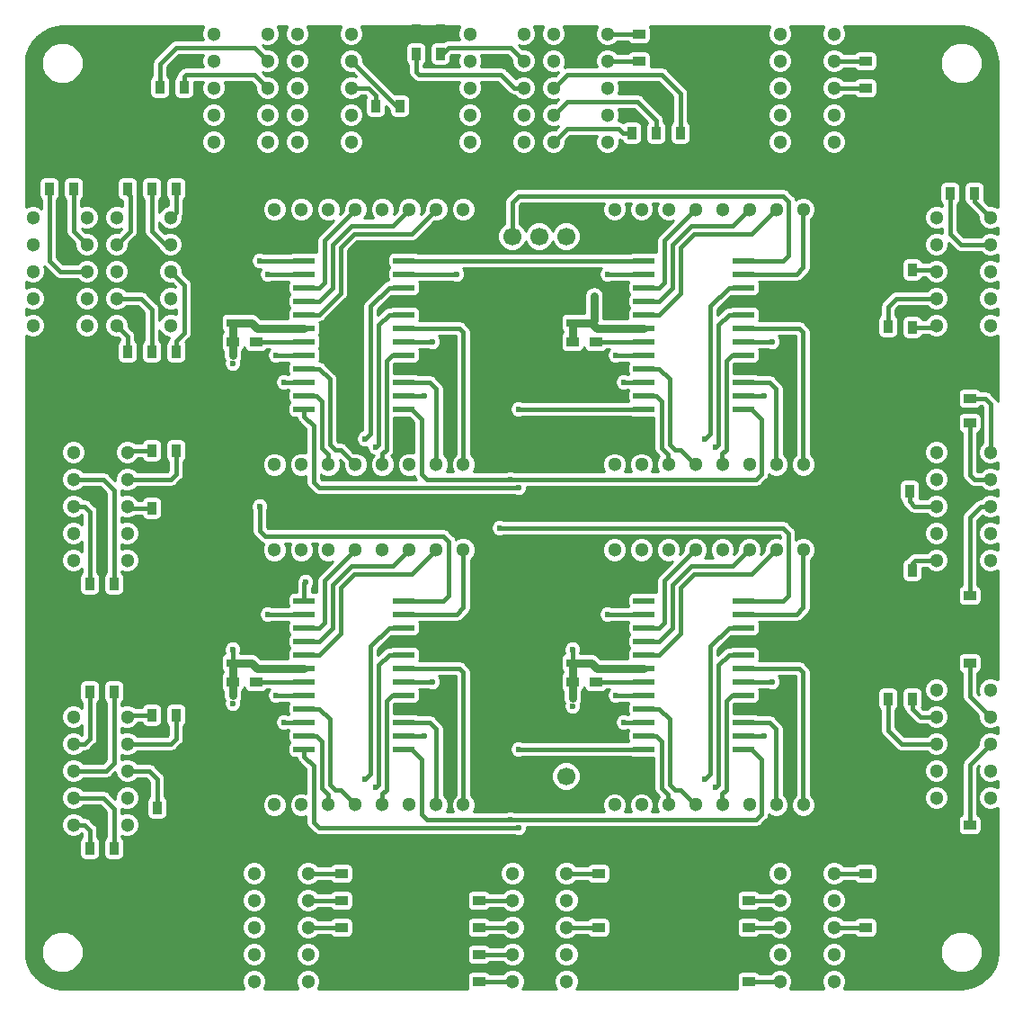
<source format=gbr>
G04 #@! TF.GenerationSoftware,KiCad,Pcbnew,(5.0.2)-1*
G04 #@! TF.CreationDate,2020-06-08T20:07:41-05:00*
G04 #@! TF.ProjectId,Conventional_Display,436f6e76-656e-4746-996f-6e616c5f4469,rev?*
G04 #@! TF.SameCoordinates,Original*
G04 #@! TF.FileFunction,Copper,L2,Bot*
G04 #@! TF.FilePolarity,Positive*
%FSLAX46Y46*%
G04 Gerber Fmt 4.6, Leading zero omitted, Abs format (unit mm)*
G04 Created by KiCad (PCBNEW (5.0.2)-1) date 6/8/2020 8:07:41 PM*
%MOMM*%
%LPD*%
G01*
G04 APERTURE LIST*
G04 #@! TA.AperFunction,ComponentPad*
%ADD10C,1.300000*%
G04 #@! TD*
G04 #@! TA.AperFunction,SMDPad,CuDef*
%ADD11R,1.200000X0.900000*%
G04 #@! TD*
G04 #@! TA.AperFunction,SMDPad,CuDef*
%ADD12R,2.000000X0.600000*%
G04 #@! TD*
G04 #@! TA.AperFunction,SMDPad,CuDef*
%ADD13R,1.200000X0.750000*%
G04 #@! TD*
G04 #@! TA.AperFunction,SMDPad,CuDef*
%ADD14R,0.900000X1.200000*%
G04 #@! TD*
G04 #@! TA.AperFunction,ComponentPad*
%ADD15C,1.700000*%
G04 #@! TD*
G04 #@! TA.AperFunction,ViaPad*
%ADD16C,0.600000*%
G04 #@! TD*
G04 #@! TA.AperFunction,Conductor*
%ADD17C,0.406400*%
G04 #@! TD*
G04 #@! TA.AperFunction,Conductor*
%ADD18C,0.762000*%
G04 #@! TD*
G04 #@! TA.AperFunction,Conductor*
%ADD19C,0.254000*%
G04 #@! TD*
G04 APERTURE END LIST*
D10*
G04 #@! TO.P,U21,8*
G04 #@! TO.N,Net-(U17-Pad17)*
X84455000Y-58940700D03*
G04 #@! TO.P,U21,7*
G04 #@! TO.N,Net-(U17-Pad15)*
X86995000Y-58940700D03*
G04 #@! TO.P,U21,6*
G04 #@! TO.N,Net-(U17-Pad11)*
X89535000Y-58940700D03*
G04 #@! TO.P,U21,5*
G04 #@! TO.N,Net-(U17-Pad22)*
X92075000Y-58940700D03*
G04 #@! TO.P,U21,4*
G04 #@! TO.N,Net-(U17-Pad7)*
X94615000Y-58940700D03*
G04 #@! TO.P,U21,3*
G04 #@! TO.N,Net-(U17-Pad21)*
X97155000Y-58940700D03*
G04 #@! TO.P,U21,2*
G04 #@! TO.N,Net-(U17-Pad20)*
X99695000Y-58940700D03*
G04 #@! TO.P,U21,1*
G04 #@! TO.N,Net-(U17-Pad2)*
X102235000Y-58940700D03*
G04 #@! TO.P,U21,9*
G04 #@! TO.N,Net-(U17-Pad3)*
X84455000Y-82943700D03*
G04 #@! TO.P,U21,10*
G04 #@! TO.N,Net-(U17-Pad5)*
X86995000Y-82943700D03*
G04 #@! TO.P,U21,11*
G04 #@! TO.N,Net-(U17-Pad14)*
X89535000Y-82943700D03*
G04 #@! TO.P,U21,12*
G04 #@! TO.N,Net-(U17-Pad16)*
X92075000Y-82943700D03*
G04 #@! TO.P,U21,13*
G04 #@! TO.N,Net-(U17-Pad8)*
X94615000Y-82943700D03*
G04 #@! TO.P,U21,14*
G04 #@! TO.N,Net-(U17-Pad23)*
X97155000Y-82943700D03*
G04 #@! TO.P,U21,15*
G04 #@! TO.N,Net-(U17-Pad10)*
X99695000Y-82943700D03*
G04 #@! TO.P,U21,16*
G04 #@! TO.N,Net-(U17-Pad6)*
X102235000Y-82943700D03*
G04 #@! TD*
G04 #@! TO.P,U23,8*
G04 #@! TO.N,Net-(U19-Pad17)*
X116486515Y-90970291D03*
G04 #@! TO.P,U23,7*
G04 #@! TO.N,Net-(U19-Pad15)*
X119026515Y-90970291D03*
G04 #@! TO.P,U23,6*
G04 #@! TO.N,Net-(U19-Pad11)*
X121566515Y-90970291D03*
G04 #@! TO.P,U23,5*
G04 #@! TO.N,Net-(U19-Pad22)*
X124106515Y-90970291D03*
G04 #@! TO.P,U23,4*
G04 #@! TO.N,Net-(U19-Pad7)*
X126646515Y-90970291D03*
G04 #@! TO.P,U23,3*
G04 #@! TO.N,Net-(U19-Pad21)*
X129186515Y-90970291D03*
G04 #@! TO.P,U23,2*
G04 #@! TO.N,Net-(U19-Pad20)*
X131726515Y-90970291D03*
G04 #@! TO.P,U23,1*
G04 #@! TO.N,Net-(U19-Pad2)*
X134266515Y-90970291D03*
G04 #@! TO.P,U23,9*
G04 #@! TO.N,Net-(U19-Pad3)*
X116486515Y-114973291D03*
G04 #@! TO.P,U23,10*
G04 #@! TO.N,Net-(U19-Pad5)*
X119026515Y-114973291D03*
G04 #@! TO.P,U23,11*
G04 #@! TO.N,Net-(U19-Pad14)*
X121566515Y-114973291D03*
G04 #@! TO.P,U23,12*
G04 #@! TO.N,Net-(U19-Pad16)*
X124106515Y-114973291D03*
G04 #@! TO.P,U23,13*
G04 #@! TO.N,Net-(U19-Pad8)*
X126646515Y-114973291D03*
G04 #@! TO.P,U23,14*
G04 #@! TO.N,Net-(U19-Pad23)*
X129186515Y-114973291D03*
G04 #@! TO.P,U23,15*
G04 #@! TO.N,Net-(U19-Pad10)*
X131726515Y-114973291D03*
G04 #@! TO.P,U23,16*
G04 #@! TO.N,Net-(U19-Pad6)*
X134266515Y-114973291D03*
G04 #@! TD*
G04 #@! TO.P,U20,8*
G04 #@! TO.N,Net-(U16-Pad17)*
X116484400Y-58940700D03*
G04 #@! TO.P,U20,7*
G04 #@! TO.N,Net-(U16-Pad15)*
X119024400Y-58940700D03*
G04 #@! TO.P,U20,6*
G04 #@! TO.N,Net-(U16-Pad11)*
X121564400Y-58940700D03*
G04 #@! TO.P,U20,5*
G04 #@! TO.N,Net-(U16-Pad22)*
X124104400Y-58940700D03*
G04 #@! TO.P,U20,4*
G04 #@! TO.N,Net-(U16-Pad7)*
X126644400Y-58940700D03*
G04 #@! TO.P,U20,3*
G04 #@! TO.N,Net-(U16-Pad21)*
X129184400Y-58940700D03*
G04 #@! TO.P,U20,2*
G04 #@! TO.N,Net-(U16-Pad20)*
X131724400Y-58940700D03*
G04 #@! TO.P,U20,1*
G04 #@! TO.N,Net-(U16-Pad2)*
X134264400Y-58940700D03*
G04 #@! TO.P,U20,9*
G04 #@! TO.N,Net-(U16-Pad3)*
X116484400Y-82943700D03*
G04 #@! TO.P,U20,10*
G04 #@! TO.N,Net-(U16-Pad5)*
X119024400Y-82943700D03*
G04 #@! TO.P,U20,11*
G04 #@! TO.N,Net-(U16-Pad14)*
X121564400Y-82943700D03*
G04 #@! TO.P,U20,12*
G04 #@! TO.N,Net-(U16-Pad16)*
X124104400Y-82943700D03*
G04 #@! TO.P,U20,13*
G04 #@! TO.N,Net-(U16-Pad8)*
X126644400Y-82943700D03*
G04 #@! TO.P,U20,14*
G04 #@! TO.N,Net-(U16-Pad23)*
X129184400Y-82943700D03*
G04 #@! TO.P,U20,15*
G04 #@! TO.N,Net-(U16-Pad10)*
X131724400Y-82943700D03*
G04 #@! TO.P,U20,16*
G04 #@! TO.N,Net-(U16-Pad6)*
X134264400Y-82943700D03*
G04 #@! TD*
G04 #@! TO.P,U22,8*
G04 #@! TO.N,Net-(U18-Pad17)*
X84455000Y-90970100D03*
G04 #@! TO.P,U22,7*
G04 #@! TO.N,Net-(U18-Pad15)*
X86995000Y-90970100D03*
G04 #@! TO.P,U22,6*
G04 #@! TO.N,Net-(U18-Pad11)*
X89535000Y-90970100D03*
G04 #@! TO.P,U22,5*
G04 #@! TO.N,Net-(U18-Pad22)*
X92075000Y-90970100D03*
G04 #@! TO.P,U22,4*
G04 #@! TO.N,Net-(U18-Pad7)*
X94615000Y-90970100D03*
G04 #@! TO.P,U22,3*
G04 #@! TO.N,Net-(U18-Pad21)*
X97155000Y-90970100D03*
G04 #@! TO.P,U22,2*
G04 #@! TO.N,Net-(U18-Pad20)*
X99695000Y-90970100D03*
G04 #@! TO.P,U22,1*
G04 #@! TO.N,Net-(U18-Pad2)*
X102235000Y-90970100D03*
G04 #@! TO.P,U22,9*
G04 #@! TO.N,Net-(U18-Pad3)*
X84455000Y-114973100D03*
G04 #@! TO.P,U22,10*
G04 #@! TO.N,Net-(U18-Pad5)*
X86995000Y-114973100D03*
G04 #@! TO.P,U22,11*
G04 #@! TO.N,Net-(U18-Pad14)*
X89535000Y-114973100D03*
G04 #@! TO.P,U22,12*
G04 #@! TO.N,Net-(U18-Pad16)*
X92075000Y-114973100D03*
G04 #@! TO.P,U22,13*
G04 #@! TO.N,Net-(U18-Pad8)*
X94615000Y-114973100D03*
G04 #@! TO.P,U22,14*
G04 #@! TO.N,Net-(U18-Pad23)*
X97155000Y-114973100D03*
G04 #@! TO.P,U22,15*
G04 #@! TO.N,Net-(U18-Pad10)*
X99695000Y-114973100D03*
G04 #@! TO.P,U22,16*
G04 #@! TO.N,Net-(U18-Pad6)*
X102235000Y-114973100D03*
G04 #@! TD*
D11*
G04 #@! TO.P,R63,1*
G04 #@! TO.N,+5V*
X80518000Y-71374000D03*
G04 #@! TO.P,R63,2*
G04 #@! TO.N,Net-(R63-Pad2)*
X82718000Y-71374000D03*
G04 #@! TD*
D10*
G04 #@! TO.P,U8,1*
G04 #@! TO.N,+5V*
X65532000Y-106680000D03*
G04 #@! TO.P,U8,2*
G04 #@! TO.N,Net-(R36-Pad1)*
X65532000Y-109220000D03*
G04 #@! TO.P,U8,3*
G04 #@! TO.N,Net-(R37-Pad1)*
X65532000Y-111760000D03*
G04 #@! TO.P,U8,4*
G04 #@! TO.N,Net-(R35-Pad1)*
X65532000Y-114300000D03*
G04 #@! TO.P,U8,5*
G04 #@! TO.N,Net-(R34-Pad1)*
X65532000Y-116840000D03*
G04 #@! TO.P,U8,10*
G04 #@! TO.N,Net-(R31-Pad1)*
X70612000Y-106680000D03*
G04 #@! TO.P,U8,9*
G04 #@! TO.N,Net-(R32-Pad1)*
X70612000Y-109220000D03*
G04 #@! TO.P,U8,8*
G04 #@! TO.N,Net-(R33-Pad1)*
X70612000Y-111760000D03*
G04 #@! TO.P,U8,7*
G04 #@! TO.N,Net-(U8-Pad7)*
X70612000Y-114300000D03*
G04 #@! TO.P,U8,6*
G04 #@! TO.N,+5V*
X70612000Y-116840000D03*
G04 #@! TD*
G04 #@! TO.P,U4,1*
G04 #@! TO.N,+5V*
X146812000Y-104140000D03*
G04 #@! TO.P,U4,2*
G04 #@! TO.N,Net-(R15-Pad1)*
X146812000Y-106680000D03*
G04 #@! TO.P,U4,3*
G04 #@! TO.N,Net-(R16-Pad1)*
X146812000Y-109220000D03*
G04 #@! TO.P,U4,4*
G04 #@! TO.N,Net-(U4-Pad4)*
X146812000Y-111760000D03*
G04 #@! TO.P,U4,5*
G04 #@! TO.N,Net-(U4-Pad5)*
X146812000Y-114300000D03*
G04 #@! TO.P,U4,10*
G04 #@! TO.N,Net-(U4-Pad10)*
X151892000Y-104140000D03*
G04 #@! TO.P,U4,9*
G04 #@! TO.N,Net-(R13-Pad1)*
X151892000Y-106680000D03*
G04 #@! TO.P,U4,8*
G04 #@! TO.N,Net-(R14-Pad1)*
X151892000Y-109220000D03*
G04 #@! TO.P,U4,7*
G04 #@! TO.N,Net-(U4-Pad7)*
X151892000Y-111760000D03*
G04 #@! TO.P,U4,6*
G04 #@! TO.N,+5V*
X151892000Y-114300000D03*
G04 #@! TD*
D12*
G04 #@! TO.P,U16,1*
G04 #@! TO.N,Din*
X128652000Y-63754000D03*
G04 #@! TO.P,U16,2*
G04 #@! TO.N,Net-(U16-Pad2)*
X128652000Y-65024000D03*
G04 #@! TO.P,U16,3*
G04 #@! TO.N,Net-(U16-Pad3)*
X128652000Y-66294000D03*
G04 #@! TO.P,U16,4*
G04 #@! TO.N,GND*
X128652000Y-67564000D03*
G04 #@! TO.P,U16,5*
G04 #@! TO.N,Net-(U16-Pad5)*
X128652000Y-68834000D03*
G04 #@! TO.P,U16,6*
G04 #@! TO.N,Net-(U16-Pad6)*
X128652000Y-70104000D03*
G04 #@! TO.P,U16,7*
G04 #@! TO.N,Net-(U16-Pad7)*
X128652000Y-71374000D03*
G04 #@! TO.P,U16,8*
G04 #@! TO.N,Net-(U16-Pad8)*
X128652000Y-72644000D03*
G04 #@! TO.P,U16,9*
G04 #@! TO.N,GND*
X128652000Y-73914000D03*
G04 #@! TO.P,U16,10*
G04 #@! TO.N,Net-(U16-Pad10)*
X128652000Y-75184000D03*
G04 #@! TO.P,U16,11*
G04 #@! TO.N,Net-(U16-Pad11)*
X128652000Y-76454000D03*
G04 #@! TO.P,U16,12*
G04 #@! TO.N,Load*
X128652000Y-77724000D03*
G04 #@! TO.P,U16,13*
G04 #@! TO.N,Clk*
X119252000Y-77724000D03*
G04 #@! TO.P,U16,14*
G04 #@! TO.N,Net-(U16-Pad14)*
X119252000Y-76454000D03*
G04 #@! TO.P,U16,15*
G04 #@! TO.N,Net-(U16-Pad15)*
X119252000Y-75184000D03*
G04 #@! TO.P,U16,16*
G04 #@! TO.N,Net-(U16-Pad16)*
X119252000Y-73914000D03*
G04 #@! TO.P,U16,17*
G04 #@! TO.N,Net-(U16-Pad17)*
X119252000Y-72644000D03*
G04 #@! TO.P,U16,18*
G04 #@! TO.N,Net-(R62-Pad2)*
X119252000Y-71374000D03*
G04 #@! TO.P,U16,19*
G04 #@! TO.N,+5V*
X119252000Y-70104000D03*
G04 #@! TO.P,U16,20*
G04 #@! TO.N,Net-(U16-Pad20)*
X119252000Y-68834000D03*
G04 #@! TO.P,U16,21*
G04 #@! TO.N,Net-(U16-Pad21)*
X119252000Y-67564000D03*
G04 #@! TO.P,U16,22*
G04 #@! TO.N,Net-(U16-Pad22)*
X119252000Y-66294000D03*
G04 #@! TO.P,U16,23*
G04 #@! TO.N,Net-(U16-Pad23)*
X119252000Y-65024000D03*
G04 #@! TO.P,U16,24*
G04 #@! TO.N,Net-(U16-Pad24)*
X119252000Y-63754000D03*
G04 #@! TD*
D13*
G04 #@! TO.P,C1,1*
G04 #@! TO.N,+5V*
X112522000Y-69596000D03*
G04 #@! TO.P,C1,2*
G04 #@! TO.N,GND*
X110622000Y-69596000D03*
G04 #@! TD*
G04 #@! TO.P,C2,1*
G04 #@! TO.N,+5V*
X80518000Y-69596000D03*
G04 #@! TO.P,C2,2*
G04 #@! TO.N,GND*
X78618000Y-69596000D03*
G04 #@! TD*
G04 #@! TO.P,C3,1*
G04 #@! TO.N,+5V*
X80518000Y-101600000D03*
G04 #@! TO.P,C3,2*
G04 #@! TO.N,GND*
X78618000Y-101600000D03*
G04 #@! TD*
G04 #@! TO.P,C4,1*
G04 #@! TO.N,+5V*
X112522000Y-101600000D03*
G04 #@! TO.P,C4,2*
G04 #@! TO.N,GND*
X110622000Y-101600000D03*
G04 #@! TD*
D11*
G04 #@! TO.P,R1,1*
G04 #@! TO.N,Net-(R1-Pad1)*
X140124000Y-44958000D03*
G04 #@! TO.P,R1,2*
G04 #@! TO.N,GND*
X142324000Y-44958000D03*
G04 #@! TD*
G04 #@! TO.P,R2,1*
G04 #@! TO.N,Net-(R2-Pad1)*
X140124000Y-47498000D03*
G04 #@! TO.P,R2,2*
G04 #@! TO.N,GND*
X142324000Y-47498000D03*
G04 #@! TD*
D14*
G04 #@! TO.P,R3,1*
G04 #@! TO.N,Net-(R3-Pad1)*
X150368000Y-57404000D03*
G04 #@! TO.P,R3,2*
G04 #@! TO.N,GND*
X150368000Y-55204000D03*
G04 #@! TD*
G04 #@! TO.P,R4,1*
G04 #@! TO.N,Net-(R4-Pad1)*
X148082000Y-57404000D03*
G04 #@! TO.P,R4,2*
G04 #@! TO.N,GND*
X148082000Y-55204000D03*
G04 #@! TD*
G04 #@! TO.P,R5,1*
G04 #@! TO.N,Net-(R5-Pad1)*
X144526000Y-70020000D03*
G04 #@! TO.P,R5,2*
G04 #@! TO.N,GND*
X144526000Y-72220000D03*
G04 #@! TD*
G04 #@! TO.P,R6,1*
G04 #@! TO.N,Net-(R6-Pad1)*
X142240000Y-69936000D03*
G04 #@! TO.P,R6,2*
G04 #@! TO.N,GND*
X142240000Y-72136000D03*
G04 #@! TD*
G04 #@! TO.P,R7,1*
G04 #@! TO.N,Net-(R7-Pad1)*
X144526000Y-64600000D03*
G04 #@! TO.P,R7,2*
G04 #@! TO.N,GND*
X144526000Y-62400000D03*
G04 #@! TD*
D11*
G04 #@! TO.P,R8,1*
G04 #@! TO.N,Net-(R8-Pad1)*
X149944000Y-76708000D03*
G04 #@! TO.P,R8,2*
G04 #@! TO.N,GND*
X147744000Y-76708000D03*
G04 #@! TD*
G04 #@! TO.P,R9,1*
G04 #@! TO.N,Net-(R9-Pad1)*
X149944000Y-78994000D03*
G04 #@! TO.P,R9,2*
G04 #@! TO.N,GND*
X147744000Y-78994000D03*
G04 #@! TD*
G04 #@! TO.P,R10,1*
G04 #@! TO.N,Net-(R10-Pad1)*
X149944000Y-95250000D03*
G04 #@! TO.P,R10,2*
G04 #@! TO.N,GND*
X147744000Y-95250000D03*
G04 #@! TD*
D14*
G04 #@! TO.P,R11,1*
G04 #@! TO.N,Net-(R11-Pad1)*
X144526000Y-92880000D03*
G04 #@! TO.P,R11,2*
G04 #@! TO.N,GND*
X144526000Y-95080000D03*
G04 #@! TD*
G04 #@! TO.P,R12,1*
G04 #@! TO.N,Net-(R12-Pad1)*
X144272000Y-85428000D03*
G04 #@! TO.P,R12,2*
G04 #@! TO.N,GND*
X144272000Y-83228000D03*
G04 #@! TD*
D11*
G04 #@! TO.P,R13,1*
G04 #@! TO.N,Net-(R13-Pad1)*
X149944000Y-101600000D03*
G04 #@! TO.P,R13,2*
G04 #@! TO.N,GND*
X147744000Y-101600000D03*
G04 #@! TD*
G04 #@! TO.P,R14,1*
G04 #@! TO.N,Net-(R14-Pad1)*
X149944000Y-116840000D03*
G04 #@! TO.P,R14,2*
G04 #@! TO.N,GND*
X147744000Y-116840000D03*
G04 #@! TD*
D14*
G04 #@! TO.P,R15,1*
G04 #@! TO.N,Net-(R15-Pad1)*
X144526000Y-104986000D03*
G04 #@! TO.P,R15,2*
G04 #@! TO.N,GND*
X144526000Y-102786000D03*
G04 #@! TD*
G04 #@! TO.P,R16,1*
G04 #@! TO.N,Net-(R16-Pad1)*
X142240000Y-104986000D03*
G04 #@! TO.P,R16,2*
G04 #@! TO.N,GND*
X142240000Y-102786000D03*
G04 #@! TD*
D11*
G04 #@! TO.P,R17,1*
G04 #@! TO.N,Net-(R17-Pad1)*
X140124000Y-121412000D03*
G04 #@! TO.P,R17,2*
G04 #@! TO.N,GND*
X142324000Y-121412000D03*
G04 #@! TD*
G04 #@! TO.P,R18,1*
G04 #@! TO.N,Net-(R18-Pad1)*
X140124000Y-126492000D03*
G04 #@! TO.P,R18,2*
G04 #@! TO.N,GND*
X142324000Y-126492000D03*
G04 #@! TD*
G04 #@! TO.P,R19,1*
G04 #@! TO.N,Net-(R19-Pad1)*
X129116000Y-131572000D03*
G04 #@! TO.P,R19,2*
G04 #@! TO.N,GND*
X126916000Y-131572000D03*
G04 #@! TD*
G04 #@! TO.P,R20,1*
G04 #@! TO.N,Net-(R20-Pad1)*
X129116000Y-123952000D03*
G04 #@! TO.P,R20,2*
G04 #@! TO.N,GND*
X126916000Y-123952000D03*
G04 #@! TD*
G04 #@! TO.P,R21,1*
G04 #@! TO.N,Net-(R21-Pad1)*
X129116000Y-126492000D03*
G04 #@! TO.P,R21,2*
G04 #@! TO.N,GND*
X126916000Y-126492000D03*
G04 #@! TD*
G04 #@! TO.P,R22,1*
G04 #@! TO.N,Net-(R22-Pad1)*
X114978000Y-121412000D03*
G04 #@! TO.P,R22,2*
G04 #@! TO.N,GND*
X117178000Y-121412000D03*
G04 #@! TD*
G04 #@! TO.P,R23,1*
G04 #@! TO.N,Net-(R23-Pad1)*
X114978000Y-126492000D03*
G04 #@! TO.P,R23,2*
G04 #@! TO.N,GND*
X117178000Y-126492000D03*
G04 #@! TD*
G04 #@! TO.P,R24,1*
G04 #@! TO.N,Net-(R24-Pad1)*
X103716000Y-131572000D03*
G04 #@! TO.P,R24,2*
G04 #@! TO.N,GND*
X101516000Y-131572000D03*
G04 #@! TD*
G04 #@! TO.P,R25,1*
G04 #@! TO.N,Net-(R25-Pad1)*
X103716000Y-129032000D03*
G04 #@! TO.P,R25,2*
G04 #@! TO.N,GND*
X101516000Y-129032000D03*
G04 #@! TD*
G04 #@! TO.P,R26,1*
G04 #@! TO.N,Net-(R26-Pad1)*
X103716000Y-123952000D03*
G04 #@! TO.P,R26,2*
G04 #@! TO.N,GND*
X101516000Y-123952000D03*
G04 #@! TD*
G04 #@! TO.P,R27,1*
G04 #@! TO.N,Net-(R27-Pad1)*
X103716000Y-126492000D03*
G04 #@! TO.P,R27,2*
G04 #@! TO.N,GND*
X101516000Y-126492000D03*
G04 #@! TD*
G04 #@! TO.P,R28,1*
G04 #@! TO.N,Net-(R28-Pad1)*
X90764000Y-121412000D03*
G04 #@! TO.P,R28,2*
G04 #@! TO.N,GND*
X92964000Y-121412000D03*
G04 #@! TD*
G04 #@! TO.P,R29,1*
G04 #@! TO.N,Net-(R29-Pad1)*
X90764000Y-123952000D03*
G04 #@! TO.P,R29,2*
G04 #@! TO.N,GND*
X92964000Y-123952000D03*
G04 #@! TD*
G04 #@! TO.P,R30,1*
G04 #@! TO.N,Net-(R30-Pad1)*
X90764000Y-126492000D03*
G04 #@! TO.P,R30,2*
G04 #@! TO.N,GND*
X92964000Y-126492000D03*
G04 #@! TD*
D14*
G04 #@! TO.P,R31,1*
G04 #@! TO.N,Net-(R31-Pad1)*
X72898000Y-106510000D03*
G04 #@! TO.P,R31,2*
G04 #@! TO.N,GND*
X72898000Y-104310000D03*
G04 #@! TD*
G04 #@! TO.P,R32,1*
G04 #@! TO.N,Net-(R32-Pad1)*
X75184000Y-106510000D03*
G04 #@! TO.P,R32,2*
G04 #@! TO.N,GND*
X75184000Y-104310000D03*
G04 #@! TD*
G04 #@! TO.P,R33,1*
G04 #@! TO.N,Net-(R33-Pad1)*
X73406000Y-115232000D03*
G04 #@! TO.P,R33,2*
G04 #@! TO.N,GND*
X73406000Y-117432000D03*
G04 #@! TD*
G04 #@! TO.P,R34,1*
G04 #@! TO.N,Net-(R34-Pad1)*
X67056000Y-119042000D03*
G04 #@! TO.P,R34,2*
G04 #@! TO.N,GND*
X67056000Y-121242000D03*
G04 #@! TD*
G04 #@! TO.P,R35,1*
G04 #@! TO.N,Net-(R35-Pad1)*
X69342000Y-119042000D03*
G04 #@! TO.P,R35,2*
G04 #@! TO.N,GND*
X69342000Y-121242000D03*
G04 #@! TD*
G04 #@! TO.P,R36,1*
G04 #@! TO.N,Net-(R36-Pad1)*
X67056000Y-104308000D03*
G04 #@! TO.P,R36,2*
G04 #@! TO.N,GND*
X67056000Y-102108000D03*
G04 #@! TD*
G04 #@! TO.P,R37,1*
G04 #@! TO.N,Net-(R37-Pad1)*
X69342000Y-104308000D03*
G04 #@! TO.P,R37,2*
G04 #@! TO.N,GND*
X69342000Y-102108000D03*
G04 #@! TD*
G04 #@! TO.P,R38,1*
G04 #@! TO.N,Net-(R38-Pad1)*
X72898000Y-81618000D03*
G04 #@! TO.P,R38,2*
G04 #@! TO.N,GND*
X72898000Y-79418000D03*
G04 #@! TD*
G04 #@! TO.P,R39,1*
G04 #@! TO.N,Net-(R39-Pad1)*
X75184000Y-81618000D03*
G04 #@! TO.P,R39,2*
G04 #@! TO.N,GND*
X75184000Y-79418000D03*
G04 #@! TD*
G04 #@! TO.P,R40,1*
G04 #@! TO.N,Net-(R40-Pad1)*
X72898000Y-87038000D03*
G04 #@! TO.P,R40,2*
G04 #@! TO.N,GND*
X72898000Y-89238000D03*
G04 #@! TD*
G04 #@! TO.P,R41,1*
G04 #@! TO.N,Net-(R41-Pad1)*
X69342000Y-94150000D03*
G04 #@! TO.P,R41,2*
G04 #@! TO.N,GND*
X69342000Y-96350000D03*
G04 #@! TD*
G04 #@! TO.P,R42,1*
G04 #@! TO.N,Net-(R42-Pad1)*
X67056000Y-94150000D03*
G04 #@! TO.P,R42,2*
G04 #@! TO.N,GND*
X67056000Y-96350000D03*
G04 #@! TD*
G04 #@! TO.P,R43,1*
G04 #@! TO.N,Net-(R43-Pad1)*
X65532000Y-56980000D03*
G04 #@! TO.P,R43,2*
G04 #@! TO.N,GND*
X65532000Y-54780000D03*
G04 #@! TD*
G04 #@! TO.P,R44,1*
G04 #@! TO.N,Net-(R44-Pad1)*
X63246000Y-56980000D03*
G04 #@! TO.P,R44,2*
G04 #@! TO.N,GND*
X63246000Y-54780000D03*
G04 #@! TD*
G04 #@! TO.P,R45,1*
G04 #@! TO.N,Net-(R45-Pad1)*
X73660000Y-47414000D03*
G04 #@! TO.P,R45,2*
G04 #@! TO.N,GND*
X73660000Y-49614000D03*
G04 #@! TD*
G04 #@! TO.P,R46,1*
G04 #@! TO.N,Net-(R46-Pad1)*
X75946000Y-47414000D03*
G04 #@! TO.P,R46,2*
G04 #@! TO.N,GND*
X75946000Y-49614000D03*
G04 #@! TD*
G04 #@! TO.P,R47,1*
G04 #@! TO.N,Net-(R47-Pad1)*
X100076000Y-44280000D03*
G04 #@! TO.P,R47,2*
G04 #@! TO.N,GND*
X100076000Y-42080000D03*
G04 #@! TD*
G04 #@! TO.P,R48,1*
G04 #@! TO.N,Net-(R48-Pad1)*
X97790000Y-44280000D03*
G04 #@! TO.P,R48,2*
G04 #@! TO.N,GND*
X97790000Y-42080000D03*
G04 #@! TD*
G04 #@! TO.P,R49,1*
G04 #@! TO.N,Net-(R49-Pad1)*
X75184000Y-56980000D03*
G04 #@! TO.P,R49,2*
G04 #@! TO.N,GND*
X75184000Y-54780000D03*
G04 #@! TD*
G04 #@! TO.P,R50,1*
G04 #@! TO.N,Net-(R50-Pad1)*
X72898000Y-56980000D03*
G04 #@! TO.P,R50,2*
G04 #@! TO.N,GND*
X72898000Y-54780000D03*
G04 #@! TD*
G04 #@! TO.P,R51,1*
G04 #@! TO.N,Net-(R51-Pad1)*
X75184000Y-72306000D03*
G04 #@! TO.P,R51,2*
G04 #@! TO.N,GND*
X75184000Y-74506000D03*
G04 #@! TD*
G04 #@! TO.P,R52,1*
G04 #@! TO.N,Net-(R52-Pad1)*
X70612000Y-72306000D03*
G04 #@! TO.P,R52,2*
G04 #@! TO.N,GND*
X70612000Y-74506000D03*
G04 #@! TD*
G04 #@! TO.P,R53,1*
G04 #@! TO.N,Net-(R53-Pad1)*
X72898000Y-72306000D03*
G04 #@! TO.P,R53,2*
G04 #@! TO.N,GND*
X72898000Y-74506000D03*
G04 #@! TD*
G04 #@! TO.P,R54,1*
G04 #@! TO.N,Net-(R54-Pad1)*
X70612000Y-56980000D03*
G04 #@! TO.P,R54,2*
G04 #@! TO.N,GND*
X70612000Y-54780000D03*
G04 #@! TD*
G04 #@! TO.P,R55,1*
G04 #@! TO.N,Net-(R55-Pad1)*
X96266000Y-49192000D03*
G04 #@! TO.P,R55,2*
G04 #@! TO.N,GND*
X96266000Y-51392000D03*
G04 #@! TD*
G04 #@! TO.P,R56,1*
G04 #@! TO.N,Net-(R56-Pad1)*
X93980000Y-49192000D03*
G04 #@! TO.P,R56,2*
G04 #@! TO.N,GND*
X93980000Y-51392000D03*
G04 #@! TD*
D11*
G04 #@! TO.P,R57,1*
G04 #@! TO.N,Net-(R57-Pad1)*
X118788000Y-42418000D03*
G04 #@! TO.P,R57,2*
G04 #@! TO.N,GND*
X120988000Y-42418000D03*
G04 #@! TD*
G04 #@! TO.P,R58,1*
G04 #@! TO.N,Net-(R58-Pad1)*
X118788000Y-44958000D03*
G04 #@! TO.P,R58,2*
G04 #@! TO.N,GND*
X120988000Y-44958000D03*
G04 #@! TD*
D14*
G04 #@! TO.P,R59,1*
G04 #@! TO.N,Net-(R59-Pad1)*
X118110000Y-51732000D03*
G04 #@! TO.P,R59,2*
G04 #@! TO.N,GND*
X118110000Y-53932000D03*
G04 #@! TD*
G04 #@! TO.P,R60,1*
G04 #@! TO.N,Net-(R60-Pad1)*
X120396000Y-51732000D03*
G04 #@! TO.P,R60,2*
G04 #@! TO.N,GND*
X120396000Y-53932000D03*
G04 #@! TD*
G04 #@! TO.P,R61,1*
G04 #@! TO.N,Net-(R61-Pad1)*
X122682000Y-51732000D03*
G04 #@! TO.P,R61,2*
G04 #@! TO.N,GND*
X122682000Y-53932000D03*
G04 #@! TD*
D11*
G04 #@! TO.P,R62,1*
G04 #@! TO.N,+5V*
X112522000Y-71374000D03*
G04 #@! TO.P,R62,2*
G04 #@! TO.N,Net-(R62-Pad2)*
X114722000Y-71374000D03*
G04 #@! TD*
G04 #@! TO.P,R64,1*
G04 #@! TO.N,+5V*
X80518000Y-103378000D03*
G04 #@! TO.P,R64,2*
G04 #@! TO.N,Net-(R64-Pad2)*
X82718000Y-103378000D03*
G04 #@! TD*
G04 #@! TO.P,R65,1*
G04 #@! TO.N,+5V*
X112522000Y-103378000D03*
G04 #@! TO.P,R65,2*
G04 #@! TO.N,Net-(R65-Pad2)*
X114722000Y-103378000D03*
G04 #@! TD*
D10*
G04 #@! TO.P,U1,1*
G04 #@! TO.N,+5V*
X132080000Y-42418000D03*
G04 #@! TO.P,U1,2*
G04 #@! TO.N,Net-(U1-Pad2)*
X132080000Y-44958000D03*
G04 #@! TO.P,U1,3*
G04 #@! TO.N,Net-(U1-Pad3)*
X132080000Y-47498000D03*
G04 #@! TO.P,U1,4*
G04 #@! TO.N,Net-(U1-Pad4)*
X132080000Y-50038000D03*
G04 #@! TO.P,U1,5*
G04 #@! TO.N,Net-(U1-Pad5)*
X132080000Y-52578000D03*
G04 #@! TO.P,U1,10*
G04 #@! TO.N,Net-(U1-Pad10)*
X137160000Y-42418000D03*
G04 #@! TO.P,U1,9*
G04 #@! TO.N,Net-(R1-Pad1)*
X137160000Y-44958000D03*
G04 #@! TO.P,U1,8*
G04 #@! TO.N,Net-(R2-Pad1)*
X137160000Y-47498000D03*
G04 #@! TO.P,U1,7*
G04 #@! TO.N,Net-(U1-Pad7)*
X137160000Y-50038000D03*
G04 #@! TO.P,U1,6*
G04 #@! TO.N,+5V*
X137160000Y-52578000D03*
G04 #@! TD*
G04 #@! TO.P,U2,1*
G04 #@! TO.N,+5V*
X146812000Y-59690000D03*
G04 #@! TO.P,U2,2*
G04 #@! TO.N,Net-(U2-Pad2)*
X146812000Y-62230000D03*
G04 #@! TO.P,U2,3*
G04 #@! TO.N,Net-(R7-Pad1)*
X146812000Y-64770000D03*
G04 #@! TO.P,U2,4*
G04 #@! TO.N,Net-(R6-Pad1)*
X146812000Y-67310000D03*
G04 #@! TO.P,U2,5*
G04 #@! TO.N,Net-(R5-Pad1)*
X146812000Y-69850000D03*
G04 #@! TO.P,U2,10*
G04 #@! TO.N,Net-(R3-Pad1)*
X151892000Y-59690000D03*
G04 #@! TO.P,U2,9*
G04 #@! TO.N,Net-(R4-Pad1)*
X151892000Y-62230000D03*
G04 #@! TO.P,U2,8*
G04 #@! TO.N,Net-(U2-Pad8)*
X151892000Y-64770000D03*
G04 #@! TO.P,U2,7*
G04 #@! TO.N,Net-(U2-Pad7)*
X151892000Y-67310000D03*
G04 #@! TO.P,U2,6*
G04 #@! TO.N,+5V*
X151892000Y-69850000D03*
G04 #@! TD*
G04 #@! TO.P,U3,1*
G04 #@! TO.N,+5V*
X146812000Y-81788000D03*
G04 #@! TO.P,U3,2*
G04 #@! TO.N,Net-(U3-Pad2)*
X146812000Y-84328000D03*
G04 #@! TO.P,U3,3*
G04 #@! TO.N,Net-(R12-Pad1)*
X146812000Y-86868000D03*
G04 #@! TO.P,U3,4*
G04 #@! TO.N,Net-(U3-Pad4)*
X146812000Y-89408000D03*
G04 #@! TO.P,U3,5*
G04 #@! TO.N,Net-(R11-Pad1)*
X146812000Y-91948000D03*
G04 #@! TO.P,U3,10*
G04 #@! TO.N,Net-(R8-Pad1)*
X151892000Y-81788000D03*
G04 #@! TO.P,U3,9*
G04 #@! TO.N,Net-(R9-Pad1)*
X151892000Y-84328000D03*
G04 #@! TO.P,U3,8*
G04 #@! TO.N,Net-(R10-Pad1)*
X151892000Y-86868000D03*
G04 #@! TO.P,U3,7*
G04 #@! TO.N,Net-(U3-Pad7)*
X151892000Y-89408000D03*
G04 #@! TO.P,U3,6*
G04 #@! TO.N,+5V*
X151892000Y-91948000D03*
G04 #@! TD*
G04 #@! TO.P,U5,1*
G04 #@! TO.N,+5V*
X132080000Y-121412000D03*
G04 #@! TO.P,U5,2*
G04 #@! TO.N,Net-(R20-Pad1)*
X132080000Y-123952000D03*
G04 #@! TO.P,U5,3*
G04 #@! TO.N,Net-(R21-Pad1)*
X132080000Y-126492000D03*
G04 #@! TO.P,U5,4*
G04 #@! TO.N,Net-(U5-Pad4)*
X132080000Y-129032000D03*
G04 #@! TO.P,U5,5*
G04 #@! TO.N,Net-(R19-Pad1)*
X132080000Y-131572000D03*
G04 #@! TO.P,U5,10*
G04 #@! TO.N,Net-(R17-Pad1)*
X137160000Y-121412000D03*
G04 #@! TO.P,U5,9*
G04 #@! TO.N,Net-(U5-Pad9)*
X137160000Y-123952000D03*
G04 #@! TO.P,U5,8*
G04 #@! TO.N,Net-(R18-Pad1)*
X137160000Y-126492000D03*
G04 #@! TO.P,U5,7*
G04 #@! TO.N,Net-(U5-Pad7)*
X137160000Y-129032000D03*
G04 #@! TO.P,U5,6*
G04 #@! TO.N,+5V*
X137160000Y-131572000D03*
G04 #@! TD*
G04 #@! TO.P,U6,1*
G04 #@! TO.N,+5V*
X106870500Y-121412000D03*
G04 #@! TO.P,U6,2*
G04 #@! TO.N,Net-(R26-Pad1)*
X106870500Y-123952000D03*
G04 #@! TO.P,U6,3*
G04 #@! TO.N,Net-(R27-Pad1)*
X106870500Y-126492000D03*
G04 #@! TO.P,U6,4*
G04 #@! TO.N,Net-(R25-Pad1)*
X106870500Y-129032000D03*
G04 #@! TO.P,U6,5*
G04 #@! TO.N,Net-(R24-Pad1)*
X106870500Y-131572000D03*
G04 #@! TO.P,U6,10*
G04 #@! TO.N,Net-(R22-Pad1)*
X111950500Y-121412000D03*
G04 #@! TO.P,U6,9*
G04 #@! TO.N,Net-(U6-Pad9)*
X111950500Y-123952000D03*
G04 #@! TO.P,U6,8*
G04 #@! TO.N,Net-(R23-Pad1)*
X111950500Y-126492000D03*
G04 #@! TO.P,U6,7*
G04 #@! TO.N,Net-(U6-Pad7)*
X111950500Y-129032000D03*
G04 #@! TO.P,U6,6*
G04 #@! TO.N,+5V*
X111950500Y-131572000D03*
G04 #@! TD*
G04 #@! TO.P,U7,1*
G04 #@! TO.N,+5V*
X82550000Y-121412000D03*
G04 #@! TO.P,U7,2*
G04 #@! TO.N,Net-(U7-Pad2)*
X82550000Y-123952000D03*
G04 #@! TO.P,U7,3*
G04 #@! TO.N,Net-(U7-Pad3)*
X82550000Y-126492000D03*
G04 #@! TO.P,U7,4*
G04 #@! TO.N,Net-(U7-Pad4)*
X82550000Y-129032000D03*
G04 #@! TO.P,U7,5*
G04 #@! TO.N,Net-(U7-Pad5)*
X82550000Y-131572000D03*
G04 #@! TO.P,U7,10*
G04 #@! TO.N,Net-(R28-Pad1)*
X87630000Y-121412000D03*
G04 #@! TO.P,U7,9*
G04 #@! TO.N,Net-(R29-Pad1)*
X87630000Y-123952000D03*
G04 #@! TO.P,U7,8*
G04 #@! TO.N,Net-(R30-Pad1)*
X87630000Y-126492000D03*
G04 #@! TO.P,U7,7*
G04 #@! TO.N,Net-(U7-Pad7)*
X87630000Y-129032000D03*
G04 #@! TO.P,U7,6*
G04 #@! TO.N,+5V*
X87630000Y-131572000D03*
G04 #@! TD*
G04 #@! TO.P,U9,1*
G04 #@! TO.N,+5V*
X65532000Y-81788000D03*
G04 #@! TO.P,U9,2*
G04 #@! TO.N,Net-(R41-Pad1)*
X65532000Y-84328000D03*
G04 #@! TO.P,U9,3*
G04 #@! TO.N,Net-(R42-Pad1)*
X65532000Y-86868000D03*
G04 #@! TO.P,U9,4*
G04 #@! TO.N,Net-(U9-Pad4)*
X65532000Y-89408000D03*
G04 #@! TO.P,U9,5*
G04 #@! TO.N,Net-(U9-Pad5)*
X65532000Y-91948000D03*
G04 #@! TO.P,U9,10*
G04 #@! TO.N,Net-(R38-Pad1)*
X70612000Y-81788000D03*
G04 #@! TO.P,U9,9*
G04 #@! TO.N,Net-(R39-Pad1)*
X70612000Y-84328000D03*
G04 #@! TO.P,U9,8*
G04 #@! TO.N,Net-(R40-Pad1)*
X70612000Y-86868000D03*
G04 #@! TO.P,U9,7*
G04 #@! TO.N,Net-(U9-Pad7)*
X70612000Y-89408000D03*
G04 #@! TO.P,U9,6*
G04 #@! TO.N,+5V*
X70612000Y-91948000D03*
G04 #@! TD*
G04 #@! TO.P,U10,1*
G04 #@! TO.N,+5V*
X61722000Y-59690000D03*
G04 #@! TO.P,U10,2*
G04 #@! TO.N,Net-(U10-Pad2)*
X61722000Y-62230000D03*
G04 #@! TO.P,U10,3*
G04 #@! TO.N,Net-(U10-Pad3)*
X61722000Y-64770000D03*
G04 #@! TO.P,U10,4*
G04 #@! TO.N,Net-(U10-Pad4)*
X61722000Y-67310000D03*
G04 #@! TO.P,U10,5*
G04 #@! TO.N,Net-(U10-Pad5)*
X61722000Y-69850000D03*
G04 #@! TO.P,U10,10*
G04 #@! TO.N,Net-(U10-Pad10)*
X66802000Y-59690000D03*
G04 #@! TO.P,U10,9*
G04 #@! TO.N,Net-(R43-Pad1)*
X66802000Y-62230000D03*
G04 #@! TO.P,U10,8*
G04 #@! TO.N,Net-(R44-Pad1)*
X66802000Y-64770000D03*
G04 #@! TO.P,U10,7*
G04 #@! TO.N,Net-(U10-Pad7)*
X66802000Y-67310000D03*
G04 #@! TO.P,U10,6*
G04 #@! TO.N,+5V*
X66802000Y-69850000D03*
G04 #@! TD*
G04 #@! TO.P,U11,1*
G04 #@! TO.N,+5V*
X78740000Y-42418000D03*
G04 #@! TO.P,U11,2*
G04 #@! TO.N,Net-(U11-Pad2)*
X78740000Y-44958000D03*
G04 #@! TO.P,U11,3*
G04 #@! TO.N,Net-(U11-Pad3)*
X78740000Y-47498000D03*
G04 #@! TO.P,U11,4*
G04 #@! TO.N,Net-(U11-Pad4)*
X78740000Y-50038000D03*
G04 #@! TO.P,U11,5*
G04 #@! TO.N,Net-(U11-Pad5)*
X78740000Y-52578000D03*
G04 #@! TO.P,U11,10*
G04 #@! TO.N,Net-(U11-Pad10)*
X83820000Y-42418000D03*
G04 #@! TO.P,U11,9*
G04 #@! TO.N,Net-(R45-Pad1)*
X83820000Y-44958000D03*
G04 #@! TO.P,U11,8*
G04 #@! TO.N,Net-(R46-Pad1)*
X83820000Y-47498000D03*
G04 #@! TO.P,U11,7*
G04 #@! TO.N,Net-(U11-Pad7)*
X83820000Y-50038000D03*
G04 #@! TO.P,U11,6*
G04 #@! TO.N,+5V*
X83820000Y-52578000D03*
G04 #@! TD*
G04 #@! TO.P,U12,1*
G04 #@! TO.N,+5V*
X102870000Y-42418000D03*
G04 #@! TO.P,U12,2*
G04 #@! TO.N,Net-(U12-Pad2)*
X102870000Y-44958000D03*
G04 #@! TO.P,U12,3*
G04 #@! TO.N,Net-(U12-Pad3)*
X102870000Y-47498000D03*
G04 #@! TO.P,U12,4*
G04 #@! TO.N,Net-(U12-Pad4)*
X102870000Y-50038000D03*
G04 #@! TO.P,U12,5*
G04 #@! TO.N,Net-(U12-Pad5)*
X102870000Y-52578000D03*
G04 #@! TO.P,U12,10*
G04 #@! TO.N,Net-(U12-Pad10)*
X107950000Y-42418000D03*
G04 #@! TO.P,U12,9*
G04 #@! TO.N,Net-(R47-Pad1)*
X107950000Y-44958000D03*
G04 #@! TO.P,U12,8*
G04 #@! TO.N,Net-(R48-Pad1)*
X107950000Y-47498000D03*
G04 #@! TO.P,U12,7*
G04 #@! TO.N,Net-(U12-Pad7)*
X107950000Y-50038000D03*
G04 #@! TO.P,U12,6*
G04 #@! TO.N,+5V*
X107950000Y-52578000D03*
G04 #@! TD*
G04 #@! TO.P,U13,1*
G04 #@! TO.N,+5V*
X69596000Y-59690000D03*
G04 #@! TO.P,U13,2*
G04 #@! TO.N,Net-(R54-Pad1)*
X69596000Y-62230000D03*
G04 #@! TO.P,U13,3*
G04 #@! TO.N,Net-(U13-Pad3)*
X69596000Y-64770000D03*
G04 #@! TO.P,U13,4*
G04 #@! TO.N,Net-(R53-Pad1)*
X69596000Y-67310000D03*
G04 #@! TO.P,U13,5*
G04 #@! TO.N,Net-(R52-Pad1)*
X69596000Y-69850000D03*
G04 #@! TO.P,U13,10*
G04 #@! TO.N,Net-(R49-Pad1)*
X74676000Y-59690000D03*
G04 #@! TO.P,U13,9*
G04 #@! TO.N,Net-(R50-Pad1)*
X74676000Y-62230000D03*
G04 #@! TO.P,U13,8*
G04 #@! TO.N,Net-(R51-Pad1)*
X74676000Y-64770000D03*
G04 #@! TO.P,U13,7*
G04 #@! TO.N,Net-(U13-Pad7)*
X74676000Y-67310000D03*
G04 #@! TO.P,U13,6*
G04 #@! TO.N,+5V*
X74676000Y-69850000D03*
G04 #@! TD*
G04 #@! TO.P,U14,1*
G04 #@! TO.N,+5V*
X86614000Y-42418000D03*
G04 #@! TO.P,U14,2*
G04 #@! TO.N,Net-(U14-Pad2)*
X86614000Y-44958000D03*
G04 #@! TO.P,U14,3*
G04 #@! TO.N,Net-(U14-Pad3)*
X86614000Y-47498000D03*
G04 #@! TO.P,U14,4*
G04 #@! TO.N,Net-(U14-Pad4)*
X86614000Y-50038000D03*
G04 #@! TO.P,U14,5*
G04 #@! TO.N,Net-(U14-Pad5)*
X86614000Y-52578000D03*
G04 #@! TO.P,U14,10*
G04 #@! TO.N,Net-(U14-Pad10)*
X91694000Y-42418000D03*
G04 #@! TO.P,U14,9*
G04 #@! TO.N,Net-(R55-Pad1)*
X91694000Y-44958000D03*
G04 #@! TO.P,U14,8*
G04 #@! TO.N,Net-(R56-Pad1)*
X91694000Y-47498000D03*
G04 #@! TO.P,U14,7*
G04 #@! TO.N,Net-(U14-Pad7)*
X91694000Y-50038000D03*
G04 #@! TO.P,U14,6*
G04 #@! TO.N,+5V*
X91694000Y-52578000D03*
G04 #@! TD*
G04 #@! TO.P,U15,1*
G04 #@! TO.N,+5V*
X110744000Y-42418000D03*
G04 #@! TO.P,U15,2*
G04 #@! TO.N,Net-(U15-Pad2)*
X110744000Y-44958000D03*
G04 #@! TO.P,U15,3*
G04 #@! TO.N,Net-(R61-Pad1)*
X110744000Y-47498000D03*
G04 #@! TO.P,U15,4*
G04 #@! TO.N,Net-(R60-Pad1)*
X110744000Y-50038000D03*
G04 #@! TO.P,U15,5*
G04 #@! TO.N,Net-(R59-Pad1)*
X110744000Y-52578000D03*
G04 #@! TO.P,U15,10*
G04 #@! TO.N,Net-(R57-Pad1)*
X115824000Y-42418000D03*
G04 #@! TO.P,U15,9*
G04 #@! TO.N,Net-(R58-Pad1)*
X115824000Y-44958000D03*
G04 #@! TO.P,U15,8*
G04 #@! TO.N,Net-(U15-Pad8)*
X115824000Y-47498000D03*
G04 #@! TO.P,U15,7*
G04 #@! TO.N,Net-(U15-Pad7)*
X115824000Y-50038000D03*
G04 #@! TO.P,U15,6*
G04 #@! TO.N,+5V*
X115824000Y-52578000D03*
G04 #@! TD*
D12*
G04 #@! TO.P,U17,1*
G04 #@! TO.N,Net-(U16-Pad24)*
X96648000Y-63754000D03*
G04 #@! TO.P,U17,2*
G04 #@! TO.N,Net-(U17-Pad2)*
X96648000Y-65024000D03*
G04 #@! TO.P,U17,3*
G04 #@! TO.N,Net-(U17-Pad3)*
X96648000Y-66294000D03*
G04 #@! TO.P,U17,4*
G04 #@! TO.N,GND*
X96648000Y-67564000D03*
G04 #@! TO.P,U17,5*
G04 #@! TO.N,Net-(U17-Pad5)*
X96648000Y-68834000D03*
G04 #@! TO.P,U17,6*
G04 #@! TO.N,Net-(U17-Pad6)*
X96648000Y-70104000D03*
G04 #@! TO.P,U17,7*
G04 #@! TO.N,Net-(U17-Pad7)*
X96648000Y-71374000D03*
G04 #@! TO.P,U17,8*
G04 #@! TO.N,Net-(U17-Pad8)*
X96648000Y-72644000D03*
G04 #@! TO.P,U17,9*
G04 #@! TO.N,GND*
X96648000Y-73914000D03*
G04 #@! TO.P,U17,10*
G04 #@! TO.N,Net-(U17-Pad10)*
X96648000Y-75184000D03*
G04 #@! TO.P,U17,11*
G04 #@! TO.N,Net-(U17-Pad11)*
X96648000Y-76454000D03*
G04 #@! TO.P,U17,12*
G04 #@! TO.N,Load*
X96648000Y-77724000D03*
G04 #@! TO.P,U17,13*
G04 #@! TO.N,Clk*
X87248000Y-77724000D03*
G04 #@! TO.P,U17,14*
G04 #@! TO.N,Net-(U17-Pad14)*
X87248000Y-76454000D03*
G04 #@! TO.P,U17,15*
G04 #@! TO.N,Net-(U17-Pad15)*
X87248000Y-75184000D03*
G04 #@! TO.P,U17,16*
G04 #@! TO.N,Net-(U17-Pad16)*
X87248000Y-73914000D03*
G04 #@! TO.P,U17,17*
G04 #@! TO.N,Net-(U17-Pad17)*
X87248000Y-72644000D03*
G04 #@! TO.P,U17,18*
G04 #@! TO.N,Net-(R63-Pad2)*
X87248000Y-71374000D03*
G04 #@! TO.P,U17,19*
G04 #@! TO.N,+5V*
X87248000Y-70104000D03*
G04 #@! TO.P,U17,20*
G04 #@! TO.N,Net-(U17-Pad20)*
X87248000Y-68834000D03*
G04 #@! TO.P,U17,21*
G04 #@! TO.N,Net-(U17-Pad21)*
X87248000Y-67564000D03*
G04 #@! TO.P,U17,22*
G04 #@! TO.N,Net-(U17-Pad22)*
X87248000Y-66294000D03*
G04 #@! TO.P,U17,23*
G04 #@! TO.N,Net-(U17-Pad23)*
X87248000Y-65024000D03*
G04 #@! TO.P,U17,24*
G04 #@! TO.N,Net-(U17-Pad24)*
X87248000Y-63754000D03*
G04 #@! TD*
G04 #@! TO.P,U18,1*
G04 #@! TO.N,Net-(U17-Pad24)*
X96648000Y-95758000D03*
G04 #@! TO.P,U18,2*
G04 #@! TO.N,Net-(U18-Pad2)*
X96648000Y-97028000D03*
G04 #@! TO.P,U18,3*
G04 #@! TO.N,Net-(U18-Pad3)*
X96648000Y-98298000D03*
G04 #@! TO.P,U18,4*
G04 #@! TO.N,GND*
X96648000Y-99568000D03*
G04 #@! TO.P,U18,5*
G04 #@! TO.N,Net-(U18-Pad5)*
X96648000Y-100838000D03*
G04 #@! TO.P,U18,6*
G04 #@! TO.N,Net-(U18-Pad6)*
X96648000Y-102108000D03*
G04 #@! TO.P,U18,7*
G04 #@! TO.N,Net-(U18-Pad7)*
X96648000Y-103378000D03*
G04 #@! TO.P,U18,8*
G04 #@! TO.N,Net-(U18-Pad8)*
X96648000Y-104648000D03*
G04 #@! TO.P,U18,9*
G04 #@! TO.N,GND*
X96648000Y-105918000D03*
G04 #@! TO.P,U18,10*
G04 #@! TO.N,Net-(U18-Pad10)*
X96648000Y-107188000D03*
G04 #@! TO.P,U18,11*
G04 #@! TO.N,Net-(U18-Pad11)*
X96648000Y-108458000D03*
G04 #@! TO.P,U18,12*
G04 #@! TO.N,Load*
X96648000Y-109728000D03*
G04 #@! TO.P,U18,13*
G04 #@! TO.N,Clk*
X87248000Y-109728000D03*
G04 #@! TO.P,U18,14*
G04 #@! TO.N,Net-(U18-Pad14)*
X87248000Y-108458000D03*
G04 #@! TO.P,U18,15*
G04 #@! TO.N,Net-(U18-Pad15)*
X87248000Y-107188000D03*
G04 #@! TO.P,U18,16*
G04 #@! TO.N,Net-(U18-Pad16)*
X87248000Y-105918000D03*
G04 #@! TO.P,U18,17*
G04 #@! TO.N,Net-(U18-Pad17)*
X87248000Y-104648000D03*
G04 #@! TO.P,U18,18*
G04 #@! TO.N,Net-(R64-Pad2)*
X87248000Y-103378000D03*
G04 #@! TO.P,U18,19*
G04 #@! TO.N,+5V*
X87248000Y-102108000D03*
G04 #@! TO.P,U18,20*
G04 #@! TO.N,Net-(U18-Pad20)*
X87248000Y-100838000D03*
G04 #@! TO.P,U18,21*
G04 #@! TO.N,Net-(U18-Pad21)*
X87248000Y-99568000D03*
G04 #@! TO.P,U18,22*
G04 #@! TO.N,Net-(U18-Pad22)*
X87248000Y-98298000D03*
G04 #@! TO.P,U18,23*
G04 #@! TO.N,Net-(U18-Pad23)*
X87248000Y-97028000D03*
G04 #@! TO.P,U18,24*
G04 #@! TO.N,Net-(U18-Pad24)*
X87248000Y-95758000D03*
G04 #@! TD*
G04 #@! TO.P,U19,1*
G04 #@! TO.N,Net-(U18-Pad24)*
X128652000Y-95758000D03*
G04 #@! TO.P,U19,2*
G04 #@! TO.N,Net-(U19-Pad2)*
X128652000Y-97028000D03*
G04 #@! TO.P,U19,3*
G04 #@! TO.N,Net-(U19-Pad3)*
X128652000Y-98298000D03*
G04 #@! TO.P,U19,4*
G04 #@! TO.N,GND*
X128652000Y-99568000D03*
G04 #@! TO.P,U19,5*
G04 #@! TO.N,Net-(U19-Pad5)*
X128652000Y-100838000D03*
G04 #@! TO.P,U19,6*
G04 #@! TO.N,Net-(U19-Pad6)*
X128652000Y-102108000D03*
G04 #@! TO.P,U19,7*
G04 #@! TO.N,Net-(U19-Pad7)*
X128652000Y-103378000D03*
G04 #@! TO.P,U19,8*
G04 #@! TO.N,Net-(U19-Pad8)*
X128652000Y-104648000D03*
G04 #@! TO.P,U19,9*
G04 #@! TO.N,GND*
X128652000Y-105918000D03*
G04 #@! TO.P,U19,10*
G04 #@! TO.N,Net-(U19-Pad10)*
X128652000Y-107188000D03*
G04 #@! TO.P,U19,11*
G04 #@! TO.N,Net-(U19-Pad11)*
X128652000Y-108458000D03*
G04 #@! TO.P,U19,12*
G04 #@! TO.N,Load*
X128652000Y-109728000D03*
G04 #@! TO.P,U19,13*
G04 #@! TO.N,Clk*
X119252000Y-109728000D03*
G04 #@! TO.P,U19,14*
G04 #@! TO.N,Net-(U19-Pad14)*
X119252000Y-108458000D03*
G04 #@! TO.P,U19,15*
G04 #@! TO.N,Net-(U19-Pad15)*
X119252000Y-107188000D03*
G04 #@! TO.P,U19,16*
G04 #@! TO.N,Net-(U19-Pad16)*
X119252000Y-105918000D03*
G04 #@! TO.P,U19,17*
G04 #@! TO.N,Net-(U19-Pad17)*
X119252000Y-104648000D03*
G04 #@! TO.P,U19,18*
G04 #@! TO.N,Net-(R65-Pad2)*
X119252000Y-103378000D03*
G04 #@! TO.P,U19,19*
G04 #@! TO.N,+5V*
X119252000Y-102108000D03*
G04 #@! TO.P,U19,20*
G04 #@! TO.N,Net-(U19-Pad20)*
X119252000Y-100838000D03*
G04 #@! TO.P,U19,21*
G04 #@! TO.N,Net-(U19-Pad21)*
X119252000Y-99568000D03*
G04 #@! TO.P,U19,22*
G04 #@! TO.N,Net-(U19-Pad22)*
X119252000Y-98298000D03*
G04 #@! TO.P,U19,23*
G04 #@! TO.N,Net-(U19-Pad23)*
X119252000Y-97028000D03*
G04 #@! TO.P,U19,24*
G04 #@! TO.N,Net-(U19-Pad24)*
X119252000Y-95758000D03*
G04 #@! TD*
D15*
G04 #@! TO.P,J1,CS*
G04 #@! TO.N,Load*
X109372400Y-61468000D03*
G04 #@! TO.P,J1,CLK*
G04 #@! TO.N,Clk*
X111912400Y-61468000D03*
G04 #@! TO.P,J1,DIN*
G04 #@! TO.N,Din*
X106832400Y-61468000D03*
G04 #@! TO.P,J1,GND*
G04 #@! TO.N,GND*
X109372400Y-112268000D03*
G04 #@! TO.P,J1,VCC*
G04 #@! TO.N,+5V*
X111912400Y-112268000D03*
G04 #@! TD*
D16*
G04 #@! TO.N,+5V*
X112522000Y-100330000D03*
X80518000Y-100330000D03*
X80518000Y-72644000D03*
X80518000Y-73406000D03*
X80518000Y-105410000D03*
X114554000Y-67818000D03*
X114554000Y-67056000D03*
X114554000Y-67056000D03*
X112522000Y-105664000D03*
X112522000Y-104902000D03*
X80518000Y-104648000D03*
G04 #@! TO.N,GND*
X100076000Y-99568000D03*
X99314000Y-105918000D03*
X100330000Y-67564000D03*
X99314000Y-73914000D03*
X100330000Y-68834000D03*
X100330000Y-66294000D03*
X100076000Y-98298000D03*
X100076000Y-100838000D03*
X132588000Y-99568000D03*
X132588000Y-98298000D03*
X132588000Y-100838000D03*
X132334000Y-67564000D03*
X132334000Y-66040000D03*
X132334000Y-68834000D03*
X99314000Y-72644000D03*
X99314000Y-104648000D03*
X131318000Y-104648000D03*
X131318000Y-105918000D03*
X131318000Y-72644000D03*
X131318000Y-73914000D03*
X110490000Y-67818000D03*
X110490000Y-71374000D03*
X78486000Y-67818000D03*
X78486000Y-71374000D03*
X110490000Y-103378000D03*
X110490000Y-99822000D03*
X78486000Y-103378000D03*
X78486000Y-99822000D03*
X110490000Y-72644000D03*
X110490000Y-73914000D03*
G04 #@! TO.N,Load*
X106680000Y-84328000D03*
X106680000Y-116332000D03*
G04 #@! TO.N,Clk*
X107442000Y-77724000D03*
X107442000Y-109728000D03*
X107442000Y-117094000D03*
X107442000Y-85090000D03*
G04 #@! TO.N,Net-(U16-Pad3)*
X124968000Y-80518000D03*
G04 #@! TO.N,Net-(U16-Pad5)*
X125984000Y-81280000D03*
G04 #@! TO.N,Net-(U16-Pad7)*
X131318000Y-71374000D03*
G04 #@! TO.N,Net-(U16-Pad11)*
X130556000Y-76454000D03*
G04 #@! TO.N,Net-(U16-Pad15)*
X117348000Y-75184000D03*
G04 #@! TO.N,Net-(U16-Pad17)*
X116586000Y-72644000D03*
G04 #@! TO.N,Net-(U16-Pad23)*
X115824000Y-65024000D03*
G04 #@! TO.N,Net-(U17-Pad2)*
X101600000Y-65024000D03*
G04 #@! TO.N,Net-(U17-Pad3)*
X92964000Y-80518000D03*
G04 #@! TO.N,Net-(U17-Pad5)*
X93980000Y-81280000D03*
G04 #@! TO.N,Net-(U17-Pad7)*
X99314000Y-71374000D03*
G04 #@! TO.N,Net-(U17-Pad11)*
X98552000Y-76454000D03*
G04 #@! TO.N,Net-(U17-Pad15)*
X85344000Y-75184000D03*
G04 #@! TO.N,Net-(U17-Pad17)*
X84582000Y-72644000D03*
G04 #@! TO.N,Net-(U17-Pad23)*
X83820000Y-65024000D03*
G04 #@! TO.N,Net-(U17-Pad24)*
X83058000Y-63754000D03*
X83058000Y-86868000D03*
G04 #@! TO.N,Net-(U18-Pad3)*
X92964000Y-112522000D03*
G04 #@! TO.N,Net-(U18-Pad5)*
X93980000Y-113284000D03*
G04 #@! TO.N,Net-(U18-Pad7)*
X99314000Y-103378000D03*
G04 #@! TO.N,Net-(U18-Pad11)*
X98552000Y-108458000D03*
G04 #@! TO.N,Net-(U18-Pad15)*
X85344000Y-107188000D03*
G04 #@! TO.N,Net-(U18-Pad17)*
X84582000Y-104648000D03*
G04 #@! TO.N,Net-(U18-Pad23)*
X83820000Y-97028000D03*
G04 #@! TO.N,Net-(U18-Pad24)*
X87376000Y-93980000D03*
X105664000Y-88900000D03*
G04 #@! TO.N,Net-(U19-Pad3)*
X124968000Y-112522000D03*
G04 #@! TO.N,Net-(U19-Pad5)*
X125984000Y-113284000D03*
G04 #@! TO.N,Net-(U19-Pad7)*
X131318000Y-103378000D03*
G04 #@! TO.N,Net-(U19-Pad11)*
X130556000Y-108458000D03*
G04 #@! TO.N,Net-(U19-Pad15)*
X117348000Y-107188000D03*
G04 #@! TO.N,Net-(U19-Pad17)*
X116586000Y-104648000D03*
G04 #@! TO.N,Net-(U19-Pad23)*
X115824000Y-97028000D03*
G04 #@! TD*
D17*
G04 #@! TO.N,+5V*
X112522000Y-101600000D02*
X112522000Y-100330000D01*
X80518000Y-101600000D02*
X80518000Y-100330000D01*
X87248000Y-102108000D02*
X82804000Y-102108000D01*
X80518000Y-101600000D02*
X82296000Y-101600000D01*
X80518000Y-101600000D02*
X80518000Y-103378000D01*
X82296000Y-101600000D02*
X82804000Y-102108000D01*
D18*
X80518000Y-71374000D02*
X80518000Y-69596000D01*
X82804000Y-70104000D02*
X87248000Y-70104000D01*
X80518000Y-69596000D02*
X82296000Y-69596000D01*
X82296000Y-69596000D02*
X82804000Y-70104000D01*
X80518000Y-71374000D02*
X80518000Y-72644000D01*
X80518000Y-103378000D02*
X80518000Y-101600000D01*
X82296000Y-101600000D02*
X82804000Y-102108000D01*
X80518000Y-101600000D02*
X82296000Y-101600000D01*
X82804000Y-102108000D02*
X87248000Y-102108000D01*
X80518000Y-103378000D02*
X80518000Y-104648000D01*
X114554000Y-67056000D02*
X114554000Y-67818000D01*
X112522000Y-69596000D02*
X112522000Y-71374000D01*
X112522000Y-69596000D02*
X114300000Y-69596000D01*
X114808000Y-70104000D02*
X119252000Y-70104000D01*
X114300000Y-69596000D02*
X114808000Y-70104000D01*
X112522000Y-101600000D02*
X112522000Y-103378000D01*
X112522000Y-101600000D02*
X114300000Y-101600000D01*
X114808000Y-102108000D02*
X119252000Y-102108000D01*
X114300000Y-101600000D02*
X114808000Y-102108000D01*
X114554000Y-69342000D02*
X114300000Y-69596000D01*
X114554000Y-67818000D02*
X114554000Y-69342000D01*
X112522000Y-103378000D02*
X112522000Y-104902000D01*
D17*
G04 #@! TO.N,GND*
X96648000Y-105918000D02*
X99314000Y-105918000D01*
X96648000Y-73914000D02*
X99314000Y-73914000D01*
G04 #@! TO.N,Din*
X132334000Y-63754000D02*
X132842000Y-63246000D01*
X106832400Y-58267600D02*
X106832400Y-61468000D01*
X128652000Y-63754000D02*
X132334000Y-63754000D01*
X132842000Y-63246000D02*
X132842000Y-58166000D01*
X132842000Y-58166000D02*
X132334000Y-57658000D01*
X132334000Y-57658000D02*
X107442000Y-57658000D01*
X107442000Y-57658000D02*
X106832400Y-58267600D01*
G04 #@! TO.N,Load*
X129352000Y-77724000D02*
X130302000Y-78674000D01*
X128652000Y-77724000D02*
X129352000Y-77724000D01*
X97348000Y-77724000D02*
X98298000Y-78674000D01*
X96648000Y-77724000D02*
X97348000Y-77724000D01*
X97348000Y-109728000D02*
X98298000Y-110678000D01*
X96648000Y-109728000D02*
X97348000Y-109728000D01*
X129352000Y-109728000D02*
X130302000Y-110678000D01*
X128652000Y-109728000D02*
X129352000Y-109728000D01*
X98298000Y-115824000D02*
X98806000Y-116332000D01*
X98298000Y-110678000D02*
X98298000Y-115824000D01*
X130302000Y-115824000D02*
X129794000Y-116332000D01*
X130302000Y-110678000D02*
X130302000Y-115824000D01*
X130302000Y-83058000D02*
X130302000Y-83820000D01*
X130302000Y-78674000D02*
X130302000Y-83058000D01*
X130302000Y-83820000D02*
X129794000Y-84328000D01*
X98806000Y-84328000D02*
X98298000Y-83820000D01*
X98298000Y-78674000D02*
X98298000Y-83820000D01*
X129794000Y-116332000D02*
X106934000Y-116332000D01*
X129794000Y-84328000D02*
X106680000Y-84328000D01*
X106680000Y-84328000D02*
X98806000Y-84328000D01*
X106680000Y-116332000D02*
X98806000Y-116332000D01*
X106934000Y-116332000D02*
X106680000Y-116332000D01*
G04 #@! TO.N,Clk*
X119252000Y-77724000D02*
X107442000Y-77724000D01*
X119252000Y-109728000D02*
X107442000Y-109728000D01*
X87248000Y-78430400D02*
X87248000Y-77724000D01*
X88138000Y-79320400D02*
X87248000Y-78430400D01*
X88138000Y-84582000D02*
X88138000Y-79320400D01*
X107442000Y-85090000D02*
X88646000Y-85090000D01*
X88646000Y-85090000D02*
X88138000Y-84582000D01*
X87248000Y-110434400D02*
X87248000Y-109728000D01*
X88138000Y-111324400D02*
X87248000Y-110434400D01*
X88138000Y-116586000D02*
X88138000Y-111324400D01*
X107442000Y-117094000D02*
X88646000Y-117094000D01*
X88646000Y-117094000D02*
X88138000Y-116586000D01*
G04 #@! TO.N,Net-(R1-Pad1)*
X140124000Y-44958000D02*
X137160000Y-44958000D01*
G04 #@! TO.N,Net-(R2-Pad1)*
X137160000Y-47498000D02*
X140124000Y-47498000D01*
G04 #@! TO.N,Net-(R3-Pad1)*
X150368000Y-57404000D02*
X150368000Y-58166000D01*
X150368000Y-58166000D02*
X151892000Y-59690000D01*
G04 #@! TO.N,Net-(R4-Pad1)*
X148082000Y-57404000D02*
X148082000Y-61214000D01*
X148082000Y-61214000D02*
X149098000Y-62230000D01*
X149098000Y-62230000D02*
X151892000Y-62230000D01*
G04 #@! TO.N,Net-(R5-Pad1)*
X144526000Y-70020000D02*
X146642000Y-70020000D01*
X146642000Y-70020000D02*
X146812000Y-69850000D01*
G04 #@! TO.N,Net-(R6-Pad1)*
X142240000Y-69936000D02*
X142240000Y-68072000D01*
X142240000Y-68072000D02*
X143002000Y-67310000D01*
X143002000Y-67310000D02*
X146812000Y-67310000D01*
G04 #@! TO.N,Net-(R7-Pad1)*
X144526000Y-64600000D02*
X146642000Y-64600000D01*
X146642000Y-64600000D02*
X146812000Y-64770000D01*
G04 #@! TO.N,Net-(R8-Pad1)*
X151892000Y-81788000D02*
X151892000Y-77216000D01*
X151892000Y-77216000D02*
X151384000Y-76708000D01*
X151384000Y-76708000D02*
X149944000Y-76708000D01*
G04 #@! TO.N,Net-(R9-Pad1)*
X150368000Y-84328000D02*
X149944000Y-83904000D01*
X149944000Y-83904000D02*
X149944000Y-78994000D01*
X151892000Y-84328000D02*
X150368000Y-84328000D01*
G04 #@! TO.N,Net-(R10-Pad1)*
X151892000Y-86868000D02*
X150972762Y-86868000D01*
X149944000Y-94393600D02*
X149944000Y-95250000D01*
X150972762Y-86868000D02*
X149944000Y-87896762D01*
X149944000Y-87896762D02*
X149944000Y-94393600D01*
G04 #@! TO.N,Net-(R11-Pad1)*
X144780000Y-91948000D02*
X144526000Y-92202000D01*
X144526000Y-92202000D02*
X144526000Y-92880000D01*
X146812000Y-91948000D02*
X144780000Y-91948000D01*
X146642000Y-92118000D02*
X146812000Y-91948000D01*
G04 #@! TO.N,Net-(R12-Pad1)*
X144272000Y-85428000D02*
X144272000Y-86434400D01*
X144272000Y-86434400D02*
X144705600Y-86868000D01*
X144705600Y-86868000D02*
X144780000Y-86868000D01*
X144780000Y-86868000D02*
X146812000Y-86868000D01*
G04 #@! TO.N,Net-(R13-Pad1)*
X151892000Y-106680000D02*
X149944000Y-104732000D01*
X149944000Y-104732000D02*
X149944000Y-101600000D01*
G04 #@! TO.N,Net-(R14-Pad1)*
X149944000Y-116840000D02*
X149944000Y-111168000D01*
X149944000Y-111168000D02*
X151892000Y-109220000D01*
G04 #@! TO.N,Net-(R15-Pad1)*
X144526000Y-104986000D02*
X144526000Y-105918000D01*
X144526000Y-105918000D02*
X145288000Y-106680000D01*
X145288000Y-106680000D02*
X146812000Y-106680000D01*
G04 #@! TO.N,Net-(R16-Pad1)*
X142240000Y-104986000D02*
X142240000Y-107950000D01*
X142240000Y-107950000D02*
X143510000Y-109220000D01*
X143510000Y-109220000D02*
X146812000Y-109220000D01*
X146642000Y-109050000D02*
X146812000Y-109220000D01*
G04 #@! TO.N,Net-(R17-Pad1)*
X140124000Y-121412000D02*
X137160000Y-121412000D01*
G04 #@! TO.N,Net-(R18-Pad1)*
X137160000Y-126492000D02*
X140124000Y-126492000D01*
G04 #@! TO.N,Net-(R19-Pad1)*
X129116000Y-131572000D02*
X132080000Y-131572000D01*
G04 #@! TO.N,Net-(R20-Pad1)*
X129116000Y-123952000D02*
X132080000Y-123952000D01*
G04 #@! TO.N,Net-(R21-Pad1)*
X129116000Y-126492000D02*
X132080000Y-126492000D01*
G04 #@! TO.N,Net-(R22-Pad1)*
X114978000Y-121412000D02*
X111950500Y-121412000D01*
G04 #@! TO.N,Net-(R23-Pad1)*
X114978000Y-126492000D02*
X111950500Y-126492000D01*
G04 #@! TO.N,Net-(R24-Pad1)*
X103716000Y-131572000D02*
X106870500Y-131572000D01*
G04 #@! TO.N,Net-(R25-Pad1)*
X103716000Y-129032000D02*
X106870500Y-129032000D01*
G04 #@! TO.N,Net-(R26-Pad1)*
X103716000Y-123952000D02*
X106870500Y-123952000D01*
G04 #@! TO.N,Net-(R27-Pad1)*
X103716000Y-126492000D02*
X106870500Y-126492000D01*
G04 #@! TO.N,Net-(R28-Pad1)*
X90764000Y-121412000D02*
X87630000Y-121412000D01*
G04 #@! TO.N,Net-(R29-Pad1)*
X90764000Y-123952000D02*
X87630000Y-123952000D01*
G04 #@! TO.N,Net-(R30-Pad1)*
X90764000Y-126492000D02*
X87630000Y-126492000D01*
G04 #@! TO.N,Net-(R31-Pad1)*
X72898000Y-106510000D02*
X70782000Y-106510000D01*
X70782000Y-106510000D02*
X70612000Y-106680000D01*
G04 #@! TO.N,Net-(R32-Pad1)*
X75184000Y-106510000D02*
X75184000Y-108712000D01*
X75184000Y-108712000D02*
X74676000Y-109220000D01*
X74676000Y-109220000D02*
X70612000Y-109220000D01*
G04 #@! TO.N,Net-(R33-Pad1)*
X73406000Y-115232000D02*
X73406000Y-112522000D01*
X73406000Y-112522000D02*
X72644000Y-111760000D01*
X72644000Y-111760000D02*
X70612000Y-111760000D01*
G04 #@! TO.N,Net-(R34-Pad1)*
X67056000Y-117348000D02*
X66548000Y-116840000D01*
X66548000Y-116840000D02*
X65532000Y-116840000D01*
X67056000Y-119042000D02*
X67056000Y-117348000D01*
G04 #@! TO.N,Net-(R35-Pad1)*
X69342000Y-115316000D02*
X68326000Y-114300000D01*
X68326000Y-114300000D02*
X65532000Y-114300000D01*
X69342000Y-119042000D02*
X69342000Y-115316000D01*
G04 #@! TO.N,Net-(R36-Pad1)*
X67056000Y-104308000D02*
X67056000Y-108712000D01*
X67056000Y-108712000D02*
X66548000Y-109220000D01*
X66548000Y-109220000D02*
X65532000Y-109220000D01*
G04 #@! TO.N,Net-(R37-Pad1)*
X69342000Y-104308000D02*
X69342000Y-110998000D01*
X69342000Y-110998000D02*
X68580000Y-111760000D01*
X68580000Y-111760000D02*
X65532000Y-111760000D01*
G04 #@! TO.N,Net-(R38-Pad1)*
X72898000Y-81618000D02*
X70782000Y-81618000D01*
X70782000Y-81618000D02*
X70612000Y-81788000D01*
G04 #@! TO.N,Net-(R39-Pad1)*
X75184000Y-81618000D02*
X75184000Y-83820000D01*
X75184000Y-83820000D02*
X74676000Y-84328000D01*
X74676000Y-84328000D02*
X70612000Y-84328000D01*
G04 #@! TO.N,Net-(R40-Pad1)*
X72898000Y-87038000D02*
X70782000Y-87038000D01*
X70782000Y-87038000D02*
X70612000Y-86868000D01*
G04 #@! TO.N,Net-(R41-Pad1)*
X69342000Y-85344000D02*
X68326000Y-84328000D01*
X68326000Y-84328000D02*
X65532000Y-84328000D01*
X69342000Y-94150000D02*
X69342000Y-85344000D01*
G04 #@! TO.N,Net-(R42-Pad1)*
X67056000Y-94150000D02*
X67056000Y-87376000D01*
X67056000Y-87376000D02*
X66548000Y-86868000D01*
X66548000Y-86868000D02*
X65532000Y-86868000D01*
G04 #@! TO.N,Net-(R43-Pad1)*
X65532000Y-56980000D02*
X65532000Y-60960000D01*
X65532000Y-60960000D02*
X66802000Y-62230000D01*
G04 #@! TO.N,Net-(R44-Pad1)*
X63246000Y-63754000D02*
X64262000Y-64770000D01*
X64262000Y-64770000D02*
X66802000Y-64770000D01*
X63246000Y-56980000D02*
X63246000Y-63754000D01*
G04 #@! TO.N,Net-(R45-Pad1)*
X75184000Y-43688000D02*
X82550000Y-43688000D01*
X82550000Y-43688000D02*
X83820000Y-44958000D01*
X73660000Y-45212000D02*
X75184000Y-43688000D01*
X73660000Y-47414000D02*
X73660000Y-45212000D01*
G04 #@! TO.N,Net-(R46-Pad1)*
X75946000Y-47414000D02*
X75946000Y-46407600D01*
X75946000Y-46407600D02*
X76125600Y-46228000D01*
X76125600Y-46228000D02*
X82550000Y-46228000D01*
X82550000Y-46228000D02*
X83820000Y-47498000D01*
G04 #@! TO.N,Net-(R47-Pad1)*
X100076000Y-44280000D02*
X100246000Y-44280000D01*
X100246000Y-44280000D02*
X100838000Y-43688000D01*
X100838000Y-43688000D02*
X106680000Y-43688000D01*
X106680000Y-43688000D02*
X107950000Y-44958000D01*
G04 #@! TO.N,Net-(R48-Pad1)*
X105760762Y-46228000D02*
X98044000Y-46228000D01*
X98044000Y-46228000D02*
X97790000Y-45974000D01*
X107950000Y-47498000D02*
X107030762Y-47498000D01*
X107030762Y-47498000D02*
X105760762Y-46228000D01*
X97790000Y-45286400D02*
X97790000Y-45974000D01*
X97790000Y-44280000D02*
X97790000Y-45286400D01*
G04 #@! TO.N,Net-(R49-Pad1)*
X75184000Y-56980000D02*
X75184000Y-59182000D01*
X75184000Y-59182000D02*
X74676000Y-59690000D01*
G04 #@! TO.N,Net-(R50-Pad1)*
X72898000Y-56980000D02*
X72898000Y-60960000D01*
X72898000Y-60960000D02*
X74168000Y-62230000D01*
X74168000Y-62230000D02*
X74676000Y-62230000D01*
G04 #@! TO.N,Net-(R51-Pad1)*
X75946000Y-70537600D02*
X75946000Y-66040000D01*
X75946000Y-66040000D02*
X74676000Y-64770000D01*
X75184000Y-72306000D02*
X75184000Y-71299600D01*
X75184000Y-71299600D02*
X75946000Y-70537600D01*
G04 #@! TO.N,Net-(R52-Pad1)*
X70612000Y-72306000D02*
X70612000Y-70866000D01*
X70612000Y-70866000D02*
X69596000Y-69850000D01*
G04 #@! TO.N,Net-(R53-Pad1)*
X72898000Y-68326000D02*
X71882000Y-67310000D01*
X71882000Y-67310000D02*
X69596000Y-67310000D01*
X72898000Y-72306000D02*
X72898000Y-68326000D01*
G04 #@! TO.N,Net-(R54-Pad1)*
X70866000Y-57658000D02*
X70866000Y-60960000D01*
X70866000Y-60960000D02*
X69596000Y-62230000D01*
X70612000Y-57404000D02*
X70866000Y-57658000D01*
X70612000Y-56980000D02*
X70612000Y-57404000D01*
G04 #@! TO.N,Net-(R55-Pad1)*
X91694000Y-44958000D02*
X95928000Y-49192000D01*
X95928000Y-49192000D02*
X96266000Y-49192000D01*
G04 #@! TO.N,Net-(R56-Pad1)*
X93292400Y-47498000D02*
X91694000Y-47498000D01*
X93980000Y-49192000D02*
X93980000Y-48185600D01*
X93980000Y-48185600D02*
X93292400Y-47498000D01*
G04 #@! TO.N,Net-(R57-Pad1)*
X118788000Y-42418000D02*
X115824000Y-42418000D01*
G04 #@! TO.N,Net-(R58-Pad1)*
X115824000Y-44958000D02*
X118788000Y-44958000D01*
G04 #@! TO.N,Net-(R59-Pad1)*
X116829600Y-51308000D02*
X112014000Y-51308000D01*
X112014000Y-51308000D02*
X110744000Y-52578000D01*
X118110000Y-51732000D02*
X117253600Y-51732000D01*
X117253600Y-51732000D02*
X116829600Y-51308000D01*
G04 #@! TO.N,Net-(R60-Pad1)*
X120396000Y-51732000D02*
X120396000Y-50546000D01*
X120396000Y-50546000D02*
X118618000Y-48768000D01*
X118618000Y-48768000D02*
X112014000Y-48768000D01*
X112014000Y-48768000D02*
X110744000Y-50038000D01*
G04 #@! TO.N,Net-(R61-Pad1)*
X122682000Y-51732000D02*
X122682000Y-48006000D01*
X122682000Y-48006000D02*
X120904000Y-46228000D01*
X120904000Y-46228000D02*
X112014000Y-46228000D01*
X112014000Y-46228000D02*
X110744000Y-47498000D01*
G04 #@! TO.N,Net-(R62-Pad2)*
X119252000Y-71374000D02*
X114722000Y-71374000D01*
G04 #@! TO.N,Net-(R63-Pad2)*
X87248000Y-71374000D02*
X82718000Y-71374000D01*
G04 #@! TO.N,Net-(R64-Pad2)*
X87248000Y-103378000D02*
X82718000Y-103378000D01*
G04 #@! TO.N,Net-(R65-Pad2)*
X119252000Y-103378000D02*
X114722000Y-103378000D01*
G04 #@! TO.N,Net-(U16-Pad2)*
X128652000Y-65024000D02*
X133604000Y-65024000D01*
X133604000Y-65024000D02*
X134239000Y-64389000D01*
X134239000Y-64389000D02*
X134239000Y-58940700D01*
G04 #@! TO.N,Net-(U16-Pad3)*
X125476000Y-68063600D02*
X125476000Y-80010000D01*
X125476000Y-80010000D02*
X124968000Y-80518000D01*
X127245600Y-66294000D02*
X125476000Y-68063600D01*
X128652000Y-66294000D02*
X127245600Y-66294000D01*
G04 #@! TO.N,Net-(U16-Pad5)*
X126238000Y-81026000D02*
X125984000Y-81280000D01*
X126238000Y-69841600D02*
X126238000Y-81026000D01*
X127245600Y-68834000D02*
X126238000Y-69841600D01*
X128652000Y-68834000D02*
X127245600Y-68834000D01*
G04 #@! TO.N,Net-(U16-Pad6)*
X133858000Y-70104000D02*
X128652000Y-70104000D01*
X134239000Y-70485000D02*
X133858000Y-70104000D01*
X134239000Y-82943700D02*
X134239000Y-70485000D01*
G04 #@! TO.N,Net-(U16-Pad7)*
X128652000Y-71374000D02*
X131318000Y-71374000D01*
G04 #@! TO.N,Net-(U16-Pad8)*
X126619000Y-81915000D02*
X127000000Y-81534000D01*
X126619000Y-82943700D02*
X126619000Y-81915000D01*
X128652000Y-72644000D02*
X127508000Y-72644000D01*
X127000000Y-73152000D02*
X127508000Y-72644000D01*
X127000000Y-73152000D02*
X127000000Y-73914000D01*
X127000000Y-73914000D02*
X127000000Y-81534000D01*
X127000000Y-73723000D02*
X127000000Y-73914000D01*
G04 #@! TO.N,Net-(U16-Pad10)*
X131699000Y-82943700D02*
X131699000Y-75819000D01*
X131064000Y-75184000D02*
X128652000Y-75184000D01*
X131699000Y-75819000D02*
X131064000Y-75184000D01*
G04 #@! TO.N,Net-(U16-Pad11)*
X128652000Y-76454000D02*
X130556000Y-76454000D01*
G04 #@! TO.N,Net-(U16-Pad14)*
X120904000Y-76962000D02*
X120396000Y-76454000D01*
X120396000Y-76454000D02*
X119252000Y-76454000D01*
X120904000Y-81389462D02*
X120904000Y-76962000D01*
X121539000Y-82024462D02*
X120904000Y-81389462D01*
X121539000Y-82943700D02*
X121539000Y-82024462D01*
G04 #@! TO.N,Net-(U16-Pad15)*
X119252000Y-75184000D02*
X117348000Y-75184000D01*
G04 #@! TO.N,Net-(U16-Pad16)*
X119252000Y-73914000D02*
X120658400Y-73914000D01*
X120658400Y-73914000D02*
X121666000Y-74921600D01*
X121666000Y-81026000D02*
X122174000Y-81534000D01*
X121666000Y-74921600D02*
X121666000Y-81026000D01*
X122669300Y-81534000D02*
X124079000Y-82943700D01*
X122174000Y-81534000D02*
X122669300Y-81534000D01*
G04 #@! TO.N,Net-(U16-Pad17)*
X119252000Y-72644000D02*
X116586000Y-72644000D01*
G04 #@! TO.N,Net-(U16-Pad20)*
X122682000Y-62484000D02*
X123952000Y-61214000D01*
X129425700Y-61214000D02*
X131699000Y-58940700D01*
X123952000Y-61214000D02*
X129425700Y-61214000D01*
X119252000Y-68834000D02*
X120658400Y-68834000D01*
X122682000Y-66810400D02*
X122682000Y-66040000D01*
X122682000Y-66040000D02*
X122682000Y-62484000D01*
X120658400Y-68834000D02*
X122682000Y-66810400D01*
G04 #@! TO.N,Net-(U16-Pad21)*
X120658400Y-67564000D02*
X121920000Y-66302400D01*
X119252000Y-67564000D02*
X120658400Y-67564000D01*
X121920000Y-66302400D02*
X121920000Y-66040000D01*
X121920000Y-66040000D02*
X121920000Y-62230000D01*
X127647700Y-60452000D02*
X129159000Y-58940700D01*
X121920000Y-62230000D02*
X123698000Y-60452000D01*
X123698000Y-60452000D02*
X127647700Y-60452000D01*
G04 #@! TO.N,Net-(U16-Pad22)*
X120658400Y-66294000D02*
X121158000Y-65794400D01*
X121158000Y-65532000D02*
X121158000Y-62738000D01*
X119252000Y-66294000D02*
X120658400Y-66294000D01*
X121158000Y-65794400D02*
X121158000Y-65532000D01*
X121158000Y-61861700D02*
X124079000Y-58940700D01*
X121158000Y-62738000D02*
X121158000Y-61861700D01*
G04 #@! TO.N,Net-(U16-Pad23)*
X119252000Y-65024000D02*
X115824000Y-65024000D01*
G04 #@! TO.N,Net-(U16-Pad24)*
X119252000Y-63754000D02*
X117845600Y-63754000D01*
X98054400Y-63754000D02*
X119252000Y-63754000D01*
X96648000Y-63754000D02*
X98054400Y-63754000D01*
G04 #@! TO.N,Net-(U17-Pad2)*
X96648000Y-65024000D02*
X101600000Y-65024000D01*
X101600000Y-65024000D02*
X101600000Y-65024000D01*
G04 #@! TO.N,Net-(U17-Pad3)*
X95241600Y-66294000D02*
X93472000Y-68063600D01*
X96648000Y-66294000D02*
X95241600Y-66294000D01*
X93472000Y-68063600D02*
X93472000Y-80010000D01*
X93472000Y-80010000D02*
X92964000Y-80518000D01*
G04 #@! TO.N,Net-(U17-Pad5)*
X94234000Y-81026000D02*
X93980000Y-81280000D01*
X94234000Y-69841600D02*
X94234000Y-81026000D01*
X96648000Y-68834000D02*
X95241600Y-68834000D01*
X95241600Y-68834000D02*
X94234000Y-69841600D01*
G04 #@! TO.N,Net-(U17-Pad6)*
X102235000Y-82943700D02*
X102235000Y-70485000D01*
X101854000Y-70104000D02*
X96648000Y-70104000D01*
X102235000Y-70485000D02*
X101854000Y-70104000D01*
G04 #@! TO.N,Net-(U17-Pad7)*
X96648000Y-71374000D02*
X99314000Y-71374000D01*
G04 #@! TO.N,Net-(U17-Pad8)*
X94615000Y-82943700D02*
X94615000Y-81915000D01*
X94615000Y-81915000D02*
X94996000Y-81534000D01*
X94996000Y-73723000D02*
X94996000Y-73914000D01*
X94996000Y-73914000D02*
X94996000Y-81534000D01*
X94996000Y-73152000D02*
X95504000Y-72644000D01*
X96648000Y-72644000D02*
X95504000Y-72644000D01*
X94996000Y-73152000D02*
X94996000Y-73914000D01*
G04 #@! TO.N,Net-(U17-Pad10)*
X99695000Y-82943700D02*
X99695000Y-75819000D01*
X99060000Y-75184000D02*
X96648000Y-75184000D01*
X99695000Y-75819000D02*
X99060000Y-75184000D01*
G04 #@! TO.N,Net-(U17-Pad11)*
X96648000Y-76454000D02*
X98552000Y-76454000D01*
G04 #@! TO.N,Net-(U17-Pad14)*
X88392000Y-76454000D02*
X87248000Y-76454000D01*
X88900000Y-76962000D02*
X88392000Y-76454000D01*
X88900000Y-81389462D02*
X88900000Y-76962000D01*
X89535000Y-82024462D02*
X88900000Y-81389462D01*
X89535000Y-82943700D02*
X89535000Y-82024462D01*
G04 #@! TO.N,Net-(U17-Pad15)*
X87248000Y-75184000D02*
X85344000Y-75184000D01*
G04 #@! TO.N,Net-(U17-Pad16)*
X88654400Y-73914000D02*
X89662000Y-74921600D01*
X87248000Y-73914000D02*
X88654400Y-73914000D01*
X89662000Y-74921600D02*
X89662000Y-81026000D01*
X89662000Y-81026000D02*
X90170000Y-81534000D01*
X90665300Y-81534000D02*
X92075000Y-82943700D01*
X90170000Y-81534000D02*
X90665300Y-81534000D01*
G04 #@! TO.N,Net-(U17-Pad17)*
X87248000Y-72644000D02*
X84582000Y-72644000D01*
G04 #@! TO.N,Net-(U17-Pad20)*
X90678000Y-62484000D02*
X91948000Y-61214000D01*
X97421700Y-61214000D02*
X99695000Y-58940700D01*
X91948000Y-61214000D02*
X97421700Y-61214000D01*
X90678000Y-66810400D02*
X90678000Y-66040000D01*
X88654400Y-68834000D02*
X90678000Y-66810400D01*
X87248000Y-68834000D02*
X88654400Y-68834000D01*
X90678000Y-66040000D02*
X90678000Y-62484000D01*
G04 #@! TO.N,Net-(U17-Pad21)*
X89916000Y-62230000D02*
X91694000Y-60452000D01*
X95643700Y-60452000D02*
X97155000Y-58940700D01*
X91694000Y-60452000D02*
X95643700Y-60452000D01*
X89916000Y-66302400D02*
X89916000Y-66040000D01*
X88654400Y-67564000D02*
X89916000Y-66302400D01*
X87248000Y-67564000D02*
X88654400Y-67564000D01*
X89916000Y-66040000D02*
X89916000Y-62230000D01*
G04 #@! TO.N,Net-(U17-Pad22)*
X89154000Y-61861700D02*
X92075000Y-58940700D01*
X89154000Y-62738000D02*
X89154000Y-61861700D01*
X89154000Y-65794400D02*
X89154000Y-65532000D01*
X88654400Y-66294000D02*
X89154000Y-65794400D01*
X87248000Y-66294000D02*
X88654400Y-66294000D01*
X89154000Y-65532000D02*
X89154000Y-62738000D01*
G04 #@! TO.N,Net-(U17-Pad23)*
X87248000Y-65024000D02*
X83820000Y-65024000D01*
G04 #@! TO.N,Net-(U17-Pad24)*
X100330000Y-95758000D02*
X100838000Y-95250000D01*
X100838000Y-90170000D02*
X100330000Y-89662000D01*
X100838000Y-95250000D02*
X100838000Y-90170000D01*
X96648000Y-95758000D02*
X100330000Y-95758000D01*
X87248000Y-63754000D02*
X83058000Y-63754000D01*
X83566000Y-89662000D02*
X83058000Y-89154000D01*
X83566000Y-89662000D02*
X100330000Y-89662000D01*
X83058000Y-89154000D02*
X83058000Y-86868000D01*
G04 #@! TO.N,Net-(U18-Pad2)*
X96648000Y-97028000D02*
X101600000Y-97028000D01*
X102235000Y-96393000D02*
X102235000Y-90944700D01*
X101600000Y-97028000D02*
X102235000Y-96393000D01*
G04 #@! TO.N,Net-(U18-Pad3)*
X96648000Y-98298000D02*
X95241600Y-98298000D01*
X93472000Y-100067600D02*
X93472000Y-112014000D01*
X93472000Y-112014000D02*
X92964000Y-112522000D01*
X95241600Y-98298000D02*
X93472000Y-100067600D01*
G04 #@! TO.N,Net-(U18-Pad5)*
X94234000Y-113030000D02*
X93980000Y-113284000D01*
X95241600Y-100838000D02*
X94234000Y-101845600D01*
X96648000Y-100838000D02*
X95241600Y-100838000D01*
X94234000Y-101845600D02*
X94234000Y-113030000D01*
G04 #@! TO.N,Net-(U18-Pad6)*
X102235000Y-114947700D02*
X102235000Y-102489000D01*
X102235000Y-102489000D02*
X101854000Y-102108000D01*
X101854000Y-102108000D02*
X96648000Y-102108000D01*
G04 #@! TO.N,Net-(U18-Pad7)*
X96648000Y-103378000D02*
X99314000Y-103378000D01*
G04 #@! TO.N,Net-(U18-Pad8)*
X94615000Y-114947700D02*
X94615000Y-113919000D01*
X94615000Y-113919000D02*
X94996000Y-113538000D01*
X94996000Y-105156000D02*
X95504000Y-104648000D01*
X94996000Y-105156000D02*
X94996000Y-105918000D01*
X94996000Y-105727000D02*
X94996000Y-105918000D01*
X96648000Y-104648000D02*
X95504000Y-104648000D01*
X94996000Y-105918000D02*
X94996000Y-113538000D01*
G04 #@! TO.N,Net-(U18-Pad10)*
X99695000Y-114947700D02*
X99695000Y-107823000D01*
X99695000Y-107823000D02*
X99060000Y-107188000D01*
X99060000Y-107188000D02*
X96648000Y-107188000D01*
G04 #@! TO.N,Net-(U18-Pad11)*
X96648000Y-108458000D02*
X98552000Y-108458000D01*
G04 #@! TO.N,Net-(U18-Pad14)*
X89535000Y-114028462D02*
X88900000Y-113393462D01*
X88900000Y-108966000D02*
X88392000Y-108458000D01*
X88392000Y-108458000D02*
X87248000Y-108458000D01*
X89535000Y-114947700D02*
X89535000Y-114028462D01*
X88900000Y-113393462D02*
X88900000Y-108966000D01*
G04 #@! TO.N,Net-(U18-Pad15)*
X87248000Y-107188000D02*
X85344000Y-107188000D01*
G04 #@! TO.N,Net-(U18-Pad16)*
X90665300Y-113538000D02*
X92075000Y-114947700D01*
X87248000Y-105918000D02*
X88654400Y-105918000D01*
X88654400Y-105918000D02*
X89662000Y-106925600D01*
X90170000Y-113538000D02*
X90665300Y-113538000D01*
X89662000Y-113030000D02*
X90170000Y-113538000D01*
X89662000Y-106925600D02*
X89662000Y-113030000D01*
G04 #@! TO.N,Net-(U18-Pad17)*
X87248000Y-104648000D02*
X84582000Y-104648000D01*
G04 #@! TO.N,Net-(U18-Pad20)*
X90678000Y-98814400D02*
X90678000Y-98044000D01*
X87248000Y-100838000D02*
X88654400Y-100838000D01*
X91948000Y-93218000D02*
X97421700Y-93218000D01*
X90678000Y-98044000D02*
X90678000Y-94488000D01*
X88654400Y-100838000D02*
X90678000Y-98814400D01*
X97421700Y-93218000D02*
X99695000Y-90944700D01*
X90678000Y-94488000D02*
X91948000Y-93218000D01*
G04 #@! TO.N,Net-(U18-Pad21)*
X88654400Y-99568000D02*
X89916000Y-98306400D01*
X87248000Y-99568000D02*
X88654400Y-99568000D01*
X89916000Y-98306400D02*
X89916000Y-98044000D01*
X89916000Y-98044000D02*
X89916000Y-94234000D01*
X91694000Y-92456000D02*
X95643700Y-92456000D01*
X89916000Y-94234000D02*
X91694000Y-92456000D01*
X95643700Y-92456000D02*
X97155000Y-90944700D01*
G04 #@! TO.N,Net-(U18-Pad22)*
X89154000Y-97536000D02*
X89154000Y-94742000D01*
X87248000Y-98298000D02*
X88654400Y-98298000D01*
X89154000Y-93865700D02*
X92075000Y-90944700D01*
X88654400Y-98298000D02*
X89154000Y-97798400D01*
X89154000Y-97798400D02*
X89154000Y-97536000D01*
X89154000Y-94742000D02*
X89154000Y-93865700D01*
G04 #@! TO.N,Net-(U18-Pad23)*
X87248000Y-97028000D02*
X83820000Y-97028000D01*
G04 #@! TO.N,Net-(U18-Pad24)*
X132334000Y-95758000D02*
X128652000Y-95758000D01*
X132842000Y-95250000D02*
X132334000Y-95758000D01*
X132842000Y-89408000D02*
X132842000Y-95250000D01*
X132334000Y-88900000D02*
X132842000Y-89408000D01*
X87248000Y-95758000D02*
X87248000Y-94108000D01*
X87248000Y-94108000D02*
X87376000Y-93980000D01*
X132334000Y-88900000D02*
X105664000Y-88900000D01*
G04 #@! TO.N,Net-(U19-Pad2)*
X133604000Y-97028000D02*
X134239000Y-96393000D01*
X128652000Y-97028000D02*
X133604000Y-97028000D01*
X134239000Y-96393000D02*
X134239000Y-90944700D01*
G04 #@! TO.N,Net-(U19-Pad3)*
X125476000Y-100067600D02*
X125476000Y-112014000D01*
X128652000Y-98298000D02*
X127245600Y-98298000D01*
X125476000Y-112014000D02*
X124968000Y-112522000D01*
X127245600Y-98298000D02*
X125476000Y-100067600D01*
G04 #@! TO.N,Net-(U19-Pad5)*
X126238000Y-113030000D02*
X125984000Y-113284000D01*
X126238000Y-101845600D02*
X126238000Y-113030000D01*
X127245600Y-100838000D02*
X126238000Y-101845600D01*
X128652000Y-100838000D02*
X127245600Y-100838000D01*
G04 #@! TO.N,Net-(U19-Pad6)*
X134239000Y-102489000D02*
X133858000Y-102108000D01*
X134239000Y-114947700D02*
X134239000Y-102489000D01*
X133858000Y-102108000D02*
X128652000Y-102108000D01*
G04 #@! TO.N,Net-(U19-Pad7)*
X128652000Y-103378000D02*
X131318000Y-103378000D01*
G04 #@! TO.N,Net-(U19-Pad8)*
X126619000Y-114947700D02*
X126619000Y-113919000D01*
X126619000Y-113919000D02*
X127000000Y-113538000D01*
X127000000Y-105156000D02*
X127508000Y-104648000D01*
X127000000Y-105156000D02*
X127000000Y-105918000D01*
X127000000Y-105727000D02*
X127000000Y-105918000D01*
X128652000Y-104648000D02*
X127508000Y-104648000D01*
X127000000Y-105918000D02*
X127000000Y-113538000D01*
G04 #@! TO.N,Net-(U19-Pad10)*
X131699000Y-114947700D02*
X131699000Y-107823000D01*
X131064000Y-107188000D02*
X128652000Y-107188000D01*
X131699000Y-107823000D02*
X131064000Y-107188000D01*
G04 #@! TO.N,Net-(U19-Pad11)*
X128652000Y-108458000D02*
X130556000Y-108458000D01*
G04 #@! TO.N,Net-(U19-Pad14)*
X121539000Y-114028462D02*
X120904000Y-113393462D01*
X121539000Y-114947700D02*
X121539000Y-114028462D01*
X120904000Y-113393462D02*
X120904000Y-108966000D01*
X120904000Y-108966000D02*
X120396000Y-108458000D01*
X120396000Y-108458000D02*
X119252000Y-108458000D01*
G04 #@! TO.N,Net-(U19-Pad15)*
X119252000Y-107188000D02*
X117348000Y-107188000D01*
G04 #@! TO.N,Net-(U19-Pad16)*
X122669300Y-113538000D02*
X124079000Y-114947700D01*
X122174000Y-113538000D02*
X122669300Y-113538000D01*
X121666000Y-113030000D02*
X122174000Y-113538000D01*
X119252000Y-105918000D02*
X120658400Y-105918000D01*
X121666000Y-106925600D02*
X121666000Y-113030000D01*
X120658400Y-105918000D02*
X121666000Y-106925600D01*
G04 #@! TO.N,Net-(U19-Pad17)*
X119252000Y-104648000D02*
X116586000Y-104648000D01*
G04 #@! TO.N,Net-(U19-Pad20)*
X122682000Y-98814400D02*
X122682000Y-98044000D01*
X122682000Y-94488000D02*
X123952000Y-93218000D01*
X123952000Y-93218000D02*
X129425700Y-93218000D01*
X119252000Y-100838000D02*
X120658400Y-100838000D01*
X122682000Y-98044000D02*
X122682000Y-94488000D01*
X129425700Y-93218000D02*
X131699000Y-90944700D01*
X120658400Y-100838000D02*
X122682000Y-98814400D01*
G04 #@! TO.N,Net-(U19-Pad21)*
X120658400Y-99568000D02*
X121920000Y-98306400D01*
X119252000Y-99568000D02*
X120658400Y-99568000D01*
X121920000Y-98306400D02*
X121920000Y-98044000D01*
X121920000Y-98044000D02*
X121920000Y-94234000D01*
X127647700Y-92456000D02*
X129159000Y-90944700D01*
X121920000Y-94234000D02*
X123698000Y-92456000D01*
X123698000Y-92456000D02*
X127647700Y-92456000D01*
G04 #@! TO.N,Net-(U19-Pad22)*
X120658400Y-98298000D02*
X121158000Y-97798400D01*
X121158000Y-97536000D02*
X121158000Y-94742000D01*
X119252000Y-98298000D02*
X120658400Y-98298000D01*
X121158000Y-93865700D02*
X124079000Y-90944700D01*
X121158000Y-94742000D02*
X121158000Y-93865700D01*
X121158000Y-97798400D02*
X121158000Y-97536000D01*
G04 #@! TO.N,Net-(U19-Pad23)*
X119252000Y-97028000D02*
X115824000Y-97028000D01*
G04 #@! TD*
D19*
G04 #@! TO.N,GND*
G36*
X77758295Y-41762045D02*
X77582000Y-42187659D01*
X77582000Y-42648341D01*
X77718052Y-42976800D01*
X75254041Y-42976800D01*
X75183999Y-42962868D01*
X75113957Y-42976800D01*
X75113954Y-42976800D01*
X74906504Y-43018064D01*
X74906503Y-43018065D01*
X74906502Y-43018065D01*
X74730635Y-43135576D01*
X74730633Y-43135578D01*
X74671254Y-43175254D01*
X74631578Y-43234633D01*
X73206634Y-44659578D01*
X73147255Y-44699254D01*
X73107579Y-44758633D01*
X73107576Y-44758636D01*
X72990065Y-44934504D01*
X72934868Y-45212000D01*
X72948801Y-45282046D01*
X72948800Y-46377562D01*
X72843753Y-46447753D01*
X72731475Y-46615788D01*
X72692048Y-46814000D01*
X72692048Y-48014000D01*
X72731475Y-48212212D01*
X72843753Y-48380247D01*
X73011788Y-48492525D01*
X73210000Y-48531952D01*
X74110000Y-48531952D01*
X74308212Y-48492525D01*
X74476247Y-48380247D01*
X74588525Y-48212212D01*
X74627952Y-48014000D01*
X74627952Y-46814000D01*
X74588525Y-46615788D01*
X74476247Y-46447753D01*
X74371200Y-46377562D01*
X74371200Y-45506588D01*
X75478589Y-44399200D01*
X77718052Y-44399200D01*
X77582000Y-44727659D01*
X77582000Y-45188341D01*
X77718052Y-45516800D01*
X76195642Y-45516800D01*
X76125600Y-45502868D01*
X76055559Y-45516800D01*
X76055554Y-45516800D01*
X75848104Y-45558064D01*
X75612854Y-45715254D01*
X75573176Y-45774636D01*
X75492634Y-45855178D01*
X75433255Y-45894854D01*
X75393579Y-45954233D01*
X75393576Y-45954236D01*
X75276065Y-46130104D01*
X75225623Y-46383694D01*
X75129753Y-46447753D01*
X75017475Y-46615788D01*
X74978048Y-46814000D01*
X74978048Y-48014000D01*
X75017475Y-48212212D01*
X75129753Y-48380247D01*
X75297788Y-48492525D01*
X75496000Y-48531952D01*
X76396000Y-48531952D01*
X76594212Y-48492525D01*
X76762247Y-48380247D01*
X76874525Y-48212212D01*
X76913952Y-48014000D01*
X76913952Y-46939200D01*
X77718052Y-46939200D01*
X77582000Y-47267659D01*
X77582000Y-47728341D01*
X77758295Y-48153955D01*
X78084045Y-48479705D01*
X78509659Y-48656000D01*
X78970341Y-48656000D01*
X79395955Y-48479705D01*
X79721705Y-48153955D01*
X79898000Y-47728341D01*
X79898000Y-47267659D01*
X79761948Y-46939200D01*
X82255412Y-46939200D01*
X82662000Y-47345788D01*
X82662000Y-47728341D01*
X82838295Y-48153955D01*
X83164045Y-48479705D01*
X83589659Y-48656000D01*
X84050341Y-48656000D01*
X84475955Y-48479705D01*
X84801705Y-48153955D01*
X84978000Y-47728341D01*
X84978000Y-47267659D01*
X85456000Y-47267659D01*
X85456000Y-47728341D01*
X85632295Y-48153955D01*
X85958045Y-48479705D01*
X86383659Y-48656000D01*
X86844341Y-48656000D01*
X87269955Y-48479705D01*
X87595705Y-48153955D01*
X87772000Y-47728341D01*
X87772000Y-47267659D01*
X87595705Y-46842045D01*
X87269955Y-46516295D01*
X86844341Y-46340000D01*
X86383659Y-46340000D01*
X85958045Y-46516295D01*
X85632295Y-46842045D01*
X85456000Y-47267659D01*
X84978000Y-47267659D01*
X84801705Y-46842045D01*
X84475955Y-46516295D01*
X84050341Y-46340000D01*
X83667788Y-46340000D01*
X83340642Y-46012854D01*
X83589659Y-46116000D01*
X84050341Y-46116000D01*
X84475955Y-45939705D01*
X84801705Y-45613955D01*
X84978000Y-45188341D01*
X84978000Y-44727659D01*
X85456000Y-44727659D01*
X85456000Y-45188341D01*
X85632295Y-45613955D01*
X85958045Y-45939705D01*
X86383659Y-46116000D01*
X86844341Y-46116000D01*
X87269955Y-45939705D01*
X87595705Y-45613955D01*
X87772000Y-45188341D01*
X87772000Y-44727659D01*
X90536000Y-44727659D01*
X90536000Y-45188341D01*
X90712295Y-45613955D01*
X91038045Y-45939705D01*
X91463659Y-46116000D01*
X91846212Y-46116000D01*
X92173358Y-46443146D01*
X91924341Y-46340000D01*
X91463659Y-46340000D01*
X91038045Y-46516295D01*
X90712295Y-46842045D01*
X90536000Y-47267659D01*
X90536000Y-47728341D01*
X90712295Y-48153955D01*
X91038045Y-48479705D01*
X91463659Y-48656000D01*
X91924341Y-48656000D01*
X92349955Y-48479705D01*
X92620460Y-48209200D01*
X92997812Y-48209200D01*
X93103916Y-48315305D01*
X93051475Y-48393788D01*
X93012048Y-48592000D01*
X93012048Y-49792000D01*
X93051475Y-49990212D01*
X93163753Y-50158247D01*
X93331788Y-50270525D01*
X93530000Y-50309952D01*
X94430000Y-50309952D01*
X94628212Y-50270525D01*
X94796247Y-50158247D01*
X94908525Y-49990212D01*
X94947952Y-49792000D01*
X94947952Y-49217741D01*
X95298048Y-49567837D01*
X95298048Y-49792000D01*
X95337475Y-49990212D01*
X95449753Y-50158247D01*
X95617788Y-50270525D01*
X95816000Y-50309952D01*
X96716000Y-50309952D01*
X96914212Y-50270525D01*
X97082247Y-50158247D01*
X97194525Y-49990212D01*
X97230837Y-49807659D01*
X101712000Y-49807659D01*
X101712000Y-50268341D01*
X101888295Y-50693955D01*
X102214045Y-51019705D01*
X102639659Y-51196000D01*
X103100341Y-51196000D01*
X103525955Y-51019705D01*
X103851705Y-50693955D01*
X104028000Y-50268341D01*
X104028000Y-49807659D01*
X106792000Y-49807659D01*
X106792000Y-50268341D01*
X106968295Y-50693955D01*
X107294045Y-51019705D01*
X107719659Y-51196000D01*
X108180341Y-51196000D01*
X108605955Y-51019705D01*
X108931705Y-50693955D01*
X109108000Y-50268341D01*
X109108000Y-49807659D01*
X108931705Y-49382045D01*
X108605955Y-49056295D01*
X108180341Y-48880000D01*
X107719659Y-48880000D01*
X107294045Y-49056295D01*
X106968295Y-49382045D01*
X106792000Y-49807659D01*
X104028000Y-49807659D01*
X103851705Y-49382045D01*
X103525955Y-49056295D01*
X103100341Y-48880000D01*
X102639659Y-48880000D01*
X102214045Y-49056295D01*
X101888295Y-49382045D01*
X101712000Y-49807659D01*
X97230837Y-49807659D01*
X97233952Y-49792000D01*
X97233952Y-48592000D01*
X97194525Y-48393788D01*
X97082247Y-48225753D01*
X96914212Y-48113475D01*
X96716000Y-48074048D01*
X95816000Y-48074048D01*
X95815864Y-48074075D01*
X92852000Y-45110212D01*
X92852000Y-44727659D01*
X92675705Y-44302045D01*
X92349955Y-43976295D01*
X91924341Y-43800000D01*
X91463659Y-43800000D01*
X91038045Y-43976295D01*
X90712295Y-44302045D01*
X90536000Y-44727659D01*
X87772000Y-44727659D01*
X87595705Y-44302045D01*
X87269955Y-43976295D01*
X86844341Y-43800000D01*
X86383659Y-43800000D01*
X85958045Y-43976295D01*
X85632295Y-44302045D01*
X85456000Y-44727659D01*
X84978000Y-44727659D01*
X84801705Y-44302045D01*
X84475955Y-43976295D01*
X84050341Y-43800000D01*
X83667788Y-43800000D01*
X83340642Y-43472854D01*
X83589659Y-43576000D01*
X84050341Y-43576000D01*
X84475955Y-43399705D01*
X84801705Y-43073955D01*
X84978000Y-42648341D01*
X84978000Y-42187659D01*
X84801705Y-41762045D01*
X84770660Y-41731000D01*
X85663340Y-41731000D01*
X85632295Y-41762045D01*
X85456000Y-42187659D01*
X85456000Y-42648341D01*
X85632295Y-43073955D01*
X85958045Y-43399705D01*
X86383659Y-43576000D01*
X86844341Y-43576000D01*
X87269955Y-43399705D01*
X87595705Y-43073955D01*
X87772000Y-42648341D01*
X87772000Y-42187659D01*
X87595705Y-41762045D01*
X87564660Y-41731000D01*
X90743340Y-41731000D01*
X90712295Y-41762045D01*
X90536000Y-42187659D01*
X90536000Y-42648341D01*
X90712295Y-43073955D01*
X91038045Y-43399705D01*
X91463659Y-43576000D01*
X91924341Y-43576000D01*
X92349955Y-43399705D01*
X92675705Y-43073955D01*
X92852000Y-42648341D01*
X92852000Y-42187659D01*
X92675705Y-41762045D01*
X92644660Y-41731000D01*
X101919340Y-41731000D01*
X101888295Y-41762045D01*
X101712000Y-42187659D01*
X101712000Y-42648341D01*
X101848052Y-42976800D01*
X100908041Y-42976800D01*
X100837999Y-42962868D01*
X100767957Y-42976800D01*
X100767954Y-42976800D01*
X100560504Y-43018064D01*
X100560503Y-43018065D01*
X100560502Y-43018065D01*
X100384635Y-43135576D01*
X100384633Y-43135578D01*
X100345018Y-43162048D01*
X99626000Y-43162048D01*
X99427788Y-43201475D01*
X99259753Y-43313753D01*
X99147475Y-43481788D01*
X99108048Y-43680000D01*
X99108048Y-44880000D01*
X99147475Y-45078212D01*
X99259753Y-45246247D01*
X99427788Y-45358525D01*
X99626000Y-45397952D01*
X100526000Y-45397952D01*
X100724212Y-45358525D01*
X100892247Y-45246247D01*
X101004525Y-45078212D01*
X101043952Y-44880000D01*
X101043952Y-44487836D01*
X101132589Y-44399200D01*
X101848052Y-44399200D01*
X101712000Y-44727659D01*
X101712000Y-45188341D01*
X101848052Y-45516800D01*
X98501200Y-45516800D01*
X98501200Y-45316438D01*
X98606247Y-45246247D01*
X98718525Y-45078212D01*
X98757952Y-44880000D01*
X98757952Y-43680000D01*
X98718525Y-43481788D01*
X98606247Y-43313753D01*
X98438212Y-43201475D01*
X98240000Y-43162048D01*
X97340000Y-43162048D01*
X97141788Y-43201475D01*
X96973753Y-43313753D01*
X96861475Y-43481788D01*
X96822048Y-43680000D01*
X96822048Y-44880000D01*
X96861475Y-45078212D01*
X96973753Y-45246247D01*
X97078800Y-45316438D01*
X97078800Y-45903959D01*
X97064868Y-45974000D01*
X97078800Y-46044041D01*
X97078800Y-46044046D01*
X97120065Y-46251496D01*
X97237576Y-46427364D01*
X97237579Y-46427367D01*
X97277255Y-46486746D01*
X97336634Y-46526422D01*
X97491576Y-46681364D01*
X97531254Y-46740746D01*
X97766504Y-46897936D01*
X97973954Y-46939200D01*
X97973958Y-46939200D01*
X98043999Y-46953132D01*
X98114041Y-46939200D01*
X101848052Y-46939200D01*
X101712000Y-47267659D01*
X101712000Y-47728341D01*
X101888295Y-48153955D01*
X102214045Y-48479705D01*
X102639659Y-48656000D01*
X103100341Y-48656000D01*
X103525955Y-48479705D01*
X103851705Y-48153955D01*
X104028000Y-47728341D01*
X104028000Y-47267659D01*
X103891948Y-46939200D01*
X105466174Y-46939200D01*
X106478340Y-47951367D01*
X106518016Y-48010746D01*
X106577395Y-48050422D01*
X106577397Y-48050424D01*
X106753264Y-48167935D01*
X106753265Y-48167935D01*
X106753266Y-48167936D01*
X106960716Y-48209200D01*
X106960719Y-48209200D01*
X107030761Y-48223132D01*
X107036359Y-48222019D01*
X107294045Y-48479705D01*
X107719659Y-48656000D01*
X108180341Y-48656000D01*
X108605955Y-48479705D01*
X108931705Y-48153955D01*
X109108000Y-47728341D01*
X109108000Y-47267659D01*
X108931705Y-46842045D01*
X108605955Y-46516295D01*
X108180341Y-46340000D01*
X107719659Y-46340000D01*
X107294045Y-46516295D01*
X107174445Y-46635895D01*
X106313186Y-45774636D01*
X106273508Y-45715254D01*
X106038258Y-45558064D01*
X105830808Y-45516800D01*
X105830803Y-45516800D01*
X105760762Y-45502868D01*
X105690721Y-45516800D01*
X103891948Y-45516800D01*
X104028000Y-45188341D01*
X104028000Y-44727659D01*
X103891948Y-44399200D01*
X106385412Y-44399200D01*
X106792000Y-44805788D01*
X106792000Y-45188341D01*
X106968295Y-45613955D01*
X107294045Y-45939705D01*
X107719659Y-46116000D01*
X108180341Y-46116000D01*
X108605955Y-45939705D01*
X108931705Y-45613955D01*
X109108000Y-45188341D01*
X109108000Y-44727659D01*
X109586000Y-44727659D01*
X109586000Y-45188341D01*
X109762295Y-45613955D01*
X110088045Y-45939705D01*
X110513659Y-46116000D01*
X110974341Y-46116000D01*
X111223357Y-46012854D01*
X110896211Y-46340000D01*
X110513659Y-46340000D01*
X110088045Y-46516295D01*
X109762295Y-46842045D01*
X109586000Y-47267659D01*
X109586000Y-47728341D01*
X109762295Y-48153955D01*
X110088045Y-48479705D01*
X110513659Y-48656000D01*
X110974341Y-48656000D01*
X111223357Y-48552854D01*
X110896211Y-48880000D01*
X110513659Y-48880000D01*
X110088045Y-49056295D01*
X109762295Y-49382045D01*
X109586000Y-49807659D01*
X109586000Y-50268341D01*
X109762295Y-50693955D01*
X110088045Y-51019705D01*
X110513659Y-51196000D01*
X110974341Y-51196000D01*
X111223357Y-51092854D01*
X110896211Y-51420000D01*
X110513659Y-51420000D01*
X110088045Y-51596295D01*
X109762295Y-51922045D01*
X109586000Y-52347659D01*
X109586000Y-52808341D01*
X109762295Y-53233955D01*
X110088045Y-53559705D01*
X110513659Y-53736000D01*
X110974341Y-53736000D01*
X111399955Y-53559705D01*
X111725705Y-53233955D01*
X111902000Y-52808341D01*
X111902000Y-52425789D01*
X112308589Y-52019200D01*
X114802052Y-52019200D01*
X114666000Y-52347659D01*
X114666000Y-52808341D01*
X114842295Y-53233955D01*
X115168045Y-53559705D01*
X115593659Y-53736000D01*
X116054341Y-53736000D01*
X116479955Y-53559705D01*
X116805705Y-53233955D01*
X116982000Y-52808341D01*
X116982000Y-52403109D01*
X117163368Y-52439185D01*
X117181475Y-52530212D01*
X117293753Y-52698247D01*
X117461788Y-52810525D01*
X117660000Y-52849952D01*
X118560000Y-52849952D01*
X118758212Y-52810525D01*
X118926247Y-52698247D01*
X119038525Y-52530212D01*
X119077952Y-52332000D01*
X119077952Y-51132000D01*
X119038525Y-50933788D01*
X118926247Y-50765753D01*
X118758212Y-50653475D01*
X118560000Y-50614048D01*
X117660000Y-50614048D01*
X117461788Y-50653475D01*
X117295974Y-50764269D01*
X117107096Y-50638064D01*
X116899646Y-50596800D01*
X116899641Y-50596800D01*
X116850035Y-50586933D01*
X116982000Y-50268341D01*
X116982000Y-49807659D01*
X116845948Y-49479200D01*
X118323412Y-49479200D01*
X119597863Y-50753652D01*
X119579753Y-50765753D01*
X119467475Y-50933788D01*
X119428048Y-51132000D01*
X119428048Y-52332000D01*
X119467475Y-52530212D01*
X119579753Y-52698247D01*
X119747788Y-52810525D01*
X119946000Y-52849952D01*
X120846000Y-52849952D01*
X121044212Y-52810525D01*
X121212247Y-52698247D01*
X121324525Y-52530212D01*
X121363952Y-52332000D01*
X121363952Y-51132000D01*
X121324525Y-50933788D01*
X121212247Y-50765753D01*
X121107200Y-50695562D01*
X121107200Y-50616042D01*
X121121132Y-50546000D01*
X121107200Y-50475958D01*
X121107200Y-50475954D01*
X121065936Y-50268504D01*
X120992264Y-50158247D01*
X120948424Y-50092635D01*
X120948422Y-50092633D01*
X120908746Y-50033254D01*
X120849367Y-49993578D01*
X119170424Y-48314636D01*
X119130746Y-48255254D01*
X118895496Y-48098064D01*
X118688046Y-48056800D01*
X118688041Y-48056800D01*
X118618000Y-48042868D01*
X118547959Y-48056800D01*
X116845948Y-48056800D01*
X116982000Y-47728341D01*
X116982000Y-47267659D01*
X116845948Y-46939200D01*
X120609412Y-46939200D01*
X121970801Y-48300590D01*
X121970800Y-50695562D01*
X121865753Y-50765753D01*
X121753475Y-50933788D01*
X121714048Y-51132000D01*
X121714048Y-52332000D01*
X121753475Y-52530212D01*
X121865753Y-52698247D01*
X122033788Y-52810525D01*
X122232000Y-52849952D01*
X123132000Y-52849952D01*
X123330212Y-52810525D01*
X123498247Y-52698247D01*
X123610525Y-52530212D01*
X123646837Y-52347659D01*
X130922000Y-52347659D01*
X130922000Y-52808341D01*
X131098295Y-53233955D01*
X131424045Y-53559705D01*
X131849659Y-53736000D01*
X132310341Y-53736000D01*
X132735955Y-53559705D01*
X133061705Y-53233955D01*
X133238000Y-52808341D01*
X133238000Y-52347659D01*
X136002000Y-52347659D01*
X136002000Y-52808341D01*
X136178295Y-53233955D01*
X136504045Y-53559705D01*
X136929659Y-53736000D01*
X137390341Y-53736000D01*
X137815955Y-53559705D01*
X138141705Y-53233955D01*
X138318000Y-52808341D01*
X138318000Y-52347659D01*
X138141705Y-51922045D01*
X137815955Y-51596295D01*
X137390341Y-51420000D01*
X136929659Y-51420000D01*
X136504045Y-51596295D01*
X136178295Y-51922045D01*
X136002000Y-52347659D01*
X133238000Y-52347659D01*
X133061705Y-51922045D01*
X132735955Y-51596295D01*
X132310341Y-51420000D01*
X131849659Y-51420000D01*
X131424045Y-51596295D01*
X131098295Y-51922045D01*
X130922000Y-52347659D01*
X123646837Y-52347659D01*
X123649952Y-52332000D01*
X123649952Y-51132000D01*
X123610525Y-50933788D01*
X123498247Y-50765753D01*
X123393200Y-50695562D01*
X123393200Y-49807659D01*
X130922000Y-49807659D01*
X130922000Y-50268341D01*
X131098295Y-50693955D01*
X131424045Y-51019705D01*
X131849659Y-51196000D01*
X132310341Y-51196000D01*
X132735955Y-51019705D01*
X133061705Y-50693955D01*
X133238000Y-50268341D01*
X133238000Y-49807659D01*
X136002000Y-49807659D01*
X136002000Y-50268341D01*
X136178295Y-50693955D01*
X136504045Y-51019705D01*
X136929659Y-51196000D01*
X137390341Y-51196000D01*
X137815955Y-51019705D01*
X138141705Y-50693955D01*
X138318000Y-50268341D01*
X138318000Y-49807659D01*
X138141705Y-49382045D01*
X137815955Y-49056295D01*
X137390341Y-48880000D01*
X136929659Y-48880000D01*
X136504045Y-49056295D01*
X136178295Y-49382045D01*
X136002000Y-49807659D01*
X133238000Y-49807659D01*
X133061705Y-49382045D01*
X132735955Y-49056295D01*
X132310341Y-48880000D01*
X131849659Y-48880000D01*
X131424045Y-49056295D01*
X131098295Y-49382045D01*
X130922000Y-49807659D01*
X123393200Y-49807659D01*
X123393200Y-48076042D01*
X123407132Y-48006000D01*
X123393200Y-47935958D01*
X123393200Y-47935954D01*
X123351936Y-47728504D01*
X123311733Y-47668336D01*
X123234424Y-47552635D01*
X123234422Y-47552633D01*
X123194746Y-47493254D01*
X123135367Y-47453578D01*
X122949448Y-47267659D01*
X130922000Y-47267659D01*
X130922000Y-47728341D01*
X131098295Y-48153955D01*
X131424045Y-48479705D01*
X131849659Y-48656000D01*
X132310341Y-48656000D01*
X132735955Y-48479705D01*
X133061705Y-48153955D01*
X133238000Y-47728341D01*
X133238000Y-47267659D01*
X136002000Y-47267659D01*
X136002000Y-47728341D01*
X136178295Y-48153955D01*
X136504045Y-48479705D01*
X136929659Y-48656000D01*
X137390341Y-48656000D01*
X137815955Y-48479705D01*
X138086460Y-48209200D01*
X139087562Y-48209200D01*
X139157753Y-48314247D01*
X139325788Y-48426525D01*
X139524000Y-48465952D01*
X140724000Y-48465952D01*
X140922212Y-48426525D01*
X141090247Y-48314247D01*
X141202525Y-48146212D01*
X141241952Y-47948000D01*
X141241952Y-47048000D01*
X141202525Y-46849788D01*
X141090247Y-46681753D01*
X140922212Y-46569475D01*
X140724000Y-46530048D01*
X139524000Y-46530048D01*
X139325788Y-46569475D01*
X139157753Y-46681753D01*
X139087562Y-46786800D01*
X138086460Y-46786800D01*
X137815955Y-46516295D01*
X137390341Y-46340000D01*
X136929659Y-46340000D01*
X136504045Y-46516295D01*
X136178295Y-46842045D01*
X136002000Y-47267659D01*
X133238000Y-47267659D01*
X133061705Y-46842045D01*
X132735955Y-46516295D01*
X132310341Y-46340000D01*
X131849659Y-46340000D01*
X131424045Y-46516295D01*
X131098295Y-46842045D01*
X130922000Y-47267659D01*
X122949448Y-47267659D01*
X121456424Y-45774636D01*
X121416746Y-45715254D01*
X121181496Y-45558064D01*
X120974046Y-45516800D01*
X120974041Y-45516800D01*
X120904000Y-45502868D01*
X120833959Y-45516800D01*
X119884310Y-45516800D01*
X119905952Y-45408000D01*
X119905952Y-44727659D01*
X130922000Y-44727659D01*
X130922000Y-45188341D01*
X131098295Y-45613955D01*
X131424045Y-45939705D01*
X131849659Y-46116000D01*
X132310341Y-46116000D01*
X132735955Y-45939705D01*
X133061705Y-45613955D01*
X133238000Y-45188341D01*
X133238000Y-44727659D01*
X136002000Y-44727659D01*
X136002000Y-45188341D01*
X136178295Y-45613955D01*
X136504045Y-45939705D01*
X136929659Y-46116000D01*
X137390341Y-46116000D01*
X137815955Y-45939705D01*
X138086460Y-45669200D01*
X139087562Y-45669200D01*
X139157753Y-45774247D01*
X139325788Y-45886525D01*
X139524000Y-45925952D01*
X140724000Y-45925952D01*
X140922212Y-45886525D01*
X141090247Y-45774247D01*
X141202525Y-45606212D01*
X141241952Y-45408000D01*
X141241952Y-44772195D01*
X147162520Y-44772195D01*
X147162520Y-45560365D01*
X147464140Y-46288540D01*
X148021460Y-46845860D01*
X148749635Y-47147480D01*
X149537805Y-47147480D01*
X150265980Y-46845860D01*
X150823300Y-46288540D01*
X151124920Y-45560365D01*
X151124920Y-44772195D01*
X150823300Y-44044020D01*
X150265980Y-43486700D01*
X149537805Y-43185080D01*
X148749635Y-43185080D01*
X148021460Y-43486700D01*
X147464140Y-44044020D01*
X147162520Y-44772195D01*
X141241952Y-44772195D01*
X141241952Y-44508000D01*
X141202525Y-44309788D01*
X141090247Y-44141753D01*
X140922212Y-44029475D01*
X140724000Y-43990048D01*
X139524000Y-43990048D01*
X139325788Y-44029475D01*
X139157753Y-44141753D01*
X139087562Y-44246800D01*
X138086460Y-44246800D01*
X137815955Y-43976295D01*
X137390341Y-43800000D01*
X136929659Y-43800000D01*
X136504045Y-43976295D01*
X136178295Y-44302045D01*
X136002000Y-44727659D01*
X133238000Y-44727659D01*
X133061705Y-44302045D01*
X132735955Y-43976295D01*
X132310341Y-43800000D01*
X131849659Y-43800000D01*
X131424045Y-43976295D01*
X131098295Y-44302045D01*
X130922000Y-44727659D01*
X119905952Y-44727659D01*
X119905952Y-44508000D01*
X119866525Y-44309788D01*
X119754247Y-44141753D01*
X119586212Y-44029475D01*
X119388000Y-43990048D01*
X118188000Y-43990048D01*
X117989788Y-44029475D01*
X117821753Y-44141753D01*
X117751562Y-44246800D01*
X116750460Y-44246800D01*
X116479955Y-43976295D01*
X116054341Y-43800000D01*
X115593659Y-43800000D01*
X115168045Y-43976295D01*
X114842295Y-44302045D01*
X114666000Y-44727659D01*
X114666000Y-45188341D01*
X114802052Y-45516800D01*
X112084041Y-45516800D01*
X112013999Y-45502868D01*
X111943957Y-45516800D01*
X111943954Y-45516800D01*
X111749965Y-45555386D01*
X111902000Y-45188341D01*
X111902000Y-44727659D01*
X111725705Y-44302045D01*
X111399955Y-43976295D01*
X110974341Y-43800000D01*
X110513659Y-43800000D01*
X110088045Y-43976295D01*
X109762295Y-44302045D01*
X109586000Y-44727659D01*
X109108000Y-44727659D01*
X108931705Y-44302045D01*
X108605955Y-43976295D01*
X108180341Y-43800000D01*
X107797788Y-43800000D01*
X107470642Y-43472854D01*
X107719659Y-43576000D01*
X108180341Y-43576000D01*
X108605955Y-43399705D01*
X108931705Y-43073955D01*
X109108000Y-42648341D01*
X109108000Y-42187659D01*
X108931705Y-41762045D01*
X108900660Y-41731000D01*
X109793340Y-41731000D01*
X109762295Y-41762045D01*
X109586000Y-42187659D01*
X109586000Y-42648341D01*
X109762295Y-43073955D01*
X110088045Y-43399705D01*
X110513659Y-43576000D01*
X110974341Y-43576000D01*
X111399955Y-43399705D01*
X111725705Y-43073955D01*
X111902000Y-42648341D01*
X111902000Y-42187659D01*
X111725705Y-41762045D01*
X111694660Y-41731000D01*
X114873340Y-41731000D01*
X114842295Y-41762045D01*
X114666000Y-42187659D01*
X114666000Y-42648341D01*
X114842295Y-43073955D01*
X115168045Y-43399705D01*
X115593659Y-43576000D01*
X116054341Y-43576000D01*
X116479955Y-43399705D01*
X116750460Y-43129200D01*
X117751562Y-43129200D01*
X117821753Y-43234247D01*
X117989788Y-43346525D01*
X118188000Y-43385952D01*
X119388000Y-43385952D01*
X119586212Y-43346525D01*
X119754247Y-43234247D01*
X119866525Y-43066212D01*
X119905952Y-42868000D01*
X119905952Y-41968000D01*
X119866525Y-41769788D01*
X119840608Y-41731000D01*
X131129340Y-41731000D01*
X131098295Y-41762045D01*
X130922000Y-42187659D01*
X130922000Y-42648341D01*
X131098295Y-43073955D01*
X131424045Y-43399705D01*
X131849659Y-43576000D01*
X132310341Y-43576000D01*
X132735955Y-43399705D01*
X133061705Y-43073955D01*
X133238000Y-42648341D01*
X133238000Y-42187659D01*
X133061705Y-41762045D01*
X133030660Y-41731000D01*
X136209340Y-41731000D01*
X136178295Y-41762045D01*
X136002000Y-42187659D01*
X136002000Y-42648341D01*
X136178295Y-43073955D01*
X136504045Y-43399705D01*
X136929659Y-43576000D01*
X137390341Y-43576000D01*
X137815955Y-43399705D01*
X138141705Y-43073955D01*
X138318000Y-42648341D01*
X138318000Y-42187659D01*
X138141705Y-41762045D01*
X138110660Y-41731000D01*
X149119271Y-41731000D01*
X149837934Y-41803999D01*
X150498919Y-42011140D01*
X151104750Y-42346957D01*
X151630684Y-42797737D01*
X152055229Y-43345058D01*
X152361054Y-43966576D01*
X152537468Y-44643839D01*
X152579000Y-45183600D01*
X152579000Y-58739340D01*
X152547955Y-58708295D01*
X152122341Y-58532000D01*
X151739789Y-58532000D01*
X151315352Y-58107564D01*
X151335952Y-58004000D01*
X151335952Y-56804000D01*
X151296525Y-56605788D01*
X151184247Y-56437753D01*
X151016212Y-56325475D01*
X150818000Y-56286048D01*
X149918000Y-56286048D01*
X149719788Y-56325475D01*
X149551753Y-56437753D01*
X149439475Y-56605788D01*
X149400048Y-56804000D01*
X149400048Y-58004000D01*
X149439475Y-58202212D01*
X149551753Y-58370247D01*
X149719788Y-58482525D01*
X149724811Y-58483524D01*
X149815576Y-58619364D01*
X149815579Y-58619367D01*
X149855255Y-58678746D01*
X149914634Y-58718422D01*
X150734000Y-59537789D01*
X150734000Y-59920341D01*
X150910295Y-60345955D01*
X151236045Y-60671705D01*
X151661659Y-60848000D01*
X152122341Y-60848000D01*
X152547955Y-60671705D01*
X152579000Y-60640660D01*
X152579000Y-61279340D01*
X152547955Y-61248295D01*
X152122341Y-61072000D01*
X151661659Y-61072000D01*
X151236045Y-61248295D01*
X150965540Y-61518800D01*
X149392589Y-61518800D01*
X148793200Y-60919412D01*
X148793200Y-58440438D01*
X148898247Y-58370247D01*
X149010525Y-58202212D01*
X149049952Y-58004000D01*
X149049952Y-56804000D01*
X149010525Y-56605788D01*
X148898247Y-56437753D01*
X148730212Y-56325475D01*
X148532000Y-56286048D01*
X147632000Y-56286048D01*
X147433788Y-56325475D01*
X147265753Y-56437753D01*
X147153475Y-56605788D01*
X147114048Y-56804000D01*
X147114048Y-58004000D01*
X147153475Y-58202212D01*
X147265753Y-58370247D01*
X147370800Y-58440438D01*
X147370800Y-58668052D01*
X147042341Y-58532000D01*
X146581659Y-58532000D01*
X146156045Y-58708295D01*
X145830295Y-59034045D01*
X145654000Y-59459659D01*
X145654000Y-59920341D01*
X145830295Y-60345955D01*
X146156045Y-60671705D01*
X146581659Y-60848000D01*
X147042341Y-60848000D01*
X147370801Y-60711948D01*
X147370801Y-61143954D01*
X147359022Y-61203173D01*
X147042341Y-61072000D01*
X146581659Y-61072000D01*
X146156045Y-61248295D01*
X145830295Y-61574045D01*
X145654000Y-61999659D01*
X145654000Y-62460341D01*
X145830295Y-62885955D01*
X146156045Y-63211705D01*
X146581659Y-63388000D01*
X147042341Y-63388000D01*
X147467955Y-63211705D01*
X147793705Y-62885955D01*
X147970000Y-62460341D01*
X147970000Y-62107788D01*
X148545578Y-62683367D01*
X148585254Y-62742746D01*
X148644633Y-62782422D01*
X148644635Y-62782424D01*
X148760336Y-62859733D01*
X148820504Y-62899936D01*
X149027954Y-62941200D01*
X149027958Y-62941200D01*
X149098000Y-62955132D01*
X149168041Y-62941200D01*
X150965540Y-62941200D01*
X151236045Y-63211705D01*
X151661659Y-63388000D01*
X152122341Y-63388000D01*
X152547955Y-63211705D01*
X152579000Y-63180660D01*
X152579000Y-63819340D01*
X152547955Y-63788295D01*
X152122341Y-63612000D01*
X151661659Y-63612000D01*
X151236045Y-63788295D01*
X150910295Y-64114045D01*
X150734000Y-64539659D01*
X150734000Y-65000341D01*
X150910295Y-65425955D01*
X151236045Y-65751705D01*
X151661659Y-65928000D01*
X152122341Y-65928000D01*
X152547955Y-65751705D01*
X152579000Y-65720660D01*
X152579000Y-66359340D01*
X152547955Y-66328295D01*
X152122341Y-66152000D01*
X151661659Y-66152000D01*
X151236045Y-66328295D01*
X150910295Y-66654045D01*
X150734000Y-67079659D01*
X150734000Y-67540341D01*
X150910295Y-67965955D01*
X151236045Y-68291705D01*
X151661659Y-68468000D01*
X152122341Y-68468000D01*
X152547955Y-68291705D01*
X152579000Y-68260660D01*
X152579000Y-68899340D01*
X152547955Y-68868295D01*
X152122341Y-68692000D01*
X151661659Y-68692000D01*
X151236045Y-68868295D01*
X150910295Y-69194045D01*
X150734000Y-69619659D01*
X150734000Y-70080341D01*
X150910295Y-70505955D01*
X151236045Y-70831705D01*
X151661659Y-71008000D01*
X152122341Y-71008000D01*
X152547955Y-70831705D01*
X152579000Y-70800660D01*
X152579000Y-77024293D01*
X152561936Y-76938504D01*
X152540250Y-76906048D01*
X152444423Y-76762635D01*
X152404746Y-76703254D01*
X152345364Y-76663576D01*
X151936424Y-76254636D01*
X151896746Y-76195254D01*
X151661496Y-76038064D01*
X151454046Y-75996800D01*
X151454041Y-75996800D01*
X151384000Y-75982868D01*
X151313959Y-75996800D01*
X150980438Y-75996800D01*
X150910247Y-75891753D01*
X150742212Y-75779475D01*
X150544000Y-75740048D01*
X149344000Y-75740048D01*
X149145788Y-75779475D01*
X148977753Y-75891753D01*
X148865475Y-76059788D01*
X148826048Y-76258000D01*
X148826048Y-77158000D01*
X148865475Y-77356212D01*
X148977753Y-77524247D01*
X149145788Y-77636525D01*
X149344000Y-77675952D01*
X150544000Y-77675952D01*
X150742212Y-77636525D01*
X150910247Y-77524247D01*
X150980438Y-77419200D01*
X151089412Y-77419200D01*
X151180801Y-77510589D01*
X151180800Y-80861540D01*
X150910295Y-81132045D01*
X150734000Y-81557659D01*
X150734000Y-82018341D01*
X150910295Y-82443955D01*
X151236045Y-82769705D01*
X151661659Y-82946000D01*
X152122341Y-82946000D01*
X152547955Y-82769705D01*
X152579000Y-82738660D01*
X152579000Y-83377340D01*
X152547955Y-83346295D01*
X152122341Y-83170000D01*
X151661659Y-83170000D01*
X151236045Y-83346295D01*
X150965540Y-83616800D01*
X150662588Y-83616800D01*
X150655200Y-83609412D01*
X150655200Y-79939833D01*
X150742212Y-79922525D01*
X150910247Y-79810247D01*
X151022525Y-79642212D01*
X151061952Y-79444000D01*
X151061952Y-78544000D01*
X151022525Y-78345788D01*
X150910247Y-78177753D01*
X150742212Y-78065475D01*
X150544000Y-78026048D01*
X149344000Y-78026048D01*
X149145788Y-78065475D01*
X148977753Y-78177753D01*
X148865475Y-78345788D01*
X148826048Y-78544000D01*
X148826048Y-79444000D01*
X148865475Y-79642212D01*
X148977753Y-79810247D01*
X149145788Y-79922525D01*
X149232801Y-79939833D01*
X149232800Y-83833958D01*
X149218868Y-83904000D01*
X149232800Y-83974041D01*
X149232800Y-83974045D01*
X149274064Y-84181495D01*
X149274065Y-84181496D01*
X149391576Y-84357364D01*
X149391578Y-84357366D01*
X149431254Y-84416745D01*
X149490634Y-84456422D01*
X149815576Y-84781364D01*
X149855254Y-84840746D01*
X150090504Y-84997936D01*
X150297954Y-85039200D01*
X150297958Y-85039200D01*
X150368000Y-85053132D01*
X150438042Y-85039200D01*
X150965540Y-85039200D01*
X151236045Y-85309705D01*
X151661659Y-85486000D01*
X152122341Y-85486000D01*
X152547955Y-85309705D01*
X152579000Y-85278660D01*
X152579000Y-85917340D01*
X152547955Y-85886295D01*
X152122341Y-85710000D01*
X151661659Y-85710000D01*
X151236045Y-85886295D01*
X150978359Y-86143981D01*
X150972761Y-86142868D01*
X150902719Y-86156800D01*
X150902716Y-86156800D01*
X150695266Y-86198064D01*
X150695265Y-86198065D01*
X150695264Y-86198065D01*
X150519397Y-86315576D01*
X150519395Y-86315578D01*
X150460016Y-86355254D01*
X150420340Y-86414633D01*
X149490634Y-87344340D01*
X149431254Y-87384017D01*
X149391578Y-87443396D01*
X149391576Y-87443398D01*
X149337750Y-87523955D01*
X149274064Y-87619267D01*
X149232800Y-87826717D01*
X149232800Y-87826721D01*
X149218868Y-87896762D01*
X149232800Y-87966803D01*
X149232801Y-94304167D01*
X149145788Y-94321475D01*
X148977753Y-94433753D01*
X148865475Y-94601788D01*
X148826048Y-94800000D01*
X148826048Y-95700000D01*
X148865475Y-95898212D01*
X148977753Y-96066247D01*
X149145788Y-96178525D01*
X149344000Y-96217952D01*
X150544000Y-96217952D01*
X150742212Y-96178525D01*
X150910247Y-96066247D01*
X151022525Y-95898212D01*
X151061952Y-95700000D01*
X151061952Y-94800000D01*
X151022525Y-94601788D01*
X150910247Y-94433753D01*
X150742212Y-94321475D01*
X150655200Y-94304167D01*
X150655200Y-88191350D01*
X151116445Y-87730105D01*
X151236045Y-87849705D01*
X151661659Y-88026000D01*
X152122341Y-88026000D01*
X152547955Y-87849705D01*
X152579001Y-87818659D01*
X152579001Y-88457341D01*
X152547955Y-88426295D01*
X152122341Y-88250000D01*
X151661659Y-88250000D01*
X151236045Y-88426295D01*
X150910295Y-88752045D01*
X150734000Y-89177659D01*
X150734000Y-89638341D01*
X150910295Y-90063955D01*
X151236045Y-90389705D01*
X151661659Y-90566000D01*
X152122341Y-90566000D01*
X152547955Y-90389705D01*
X152579001Y-90358659D01*
X152579001Y-90997341D01*
X152547955Y-90966295D01*
X152122341Y-90790000D01*
X151661659Y-90790000D01*
X151236045Y-90966295D01*
X150910295Y-91292045D01*
X150734000Y-91717659D01*
X150734000Y-92178341D01*
X150910295Y-92603955D01*
X151236045Y-92929705D01*
X151661659Y-93106000D01*
X152122341Y-93106000D01*
X152547955Y-92929705D01*
X152579001Y-92898659D01*
X152579001Y-103189341D01*
X152547955Y-103158295D01*
X152122341Y-102982000D01*
X151661659Y-102982000D01*
X151236045Y-103158295D01*
X150910295Y-103484045D01*
X150734000Y-103909659D01*
X150734000Y-104370341D01*
X150837146Y-104619358D01*
X150655200Y-104437412D01*
X150655200Y-102545833D01*
X150742212Y-102528525D01*
X150910247Y-102416247D01*
X151022525Y-102248212D01*
X151061952Y-102050000D01*
X151061952Y-101150000D01*
X151022525Y-100951788D01*
X150910247Y-100783753D01*
X150742212Y-100671475D01*
X150544000Y-100632048D01*
X149344000Y-100632048D01*
X149145788Y-100671475D01*
X148977753Y-100783753D01*
X148865475Y-100951788D01*
X148826048Y-101150000D01*
X148826048Y-102050000D01*
X148865475Y-102248212D01*
X148977753Y-102416247D01*
X149145788Y-102528525D01*
X149232801Y-102545833D01*
X149232800Y-104661958D01*
X149218868Y-104732000D01*
X149232800Y-104802041D01*
X149232800Y-104802045D01*
X149274064Y-105009495D01*
X149274065Y-105009496D01*
X149391576Y-105185364D01*
X149391578Y-105185366D01*
X149431254Y-105244745D01*
X149490634Y-105284422D01*
X150734000Y-106527789D01*
X150734000Y-106910341D01*
X150910295Y-107335955D01*
X151236045Y-107661705D01*
X151661659Y-107838000D01*
X152122341Y-107838000D01*
X152547955Y-107661705D01*
X152579001Y-107630659D01*
X152579001Y-108269341D01*
X152547955Y-108238295D01*
X152122341Y-108062000D01*
X151661659Y-108062000D01*
X151236045Y-108238295D01*
X150910295Y-108564045D01*
X150734000Y-108989659D01*
X150734000Y-109372211D01*
X149490634Y-110615578D01*
X149431255Y-110655254D01*
X149391579Y-110714633D01*
X149391576Y-110714636D01*
X149274065Y-110890504D01*
X149218868Y-111168000D01*
X149232801Y-111238046D01*
X149232800Y-115894167D01*
X149145788Y-115911475D01*
X148977753Y-116023753D01*
X148865475Y-116191788D01*
X148826048Y-116390000D01*
X148826048Y-117290000D01*
X148865475Y-117488212D01*
X148977753Y-117656247D01*
X149145788Y-117768525D01*
X149344000Y-117807952D01*
X150544000Y-117807952D01*
X150742212Y-117768525D01*
X150910247Y-117656247D01*
X151022525Y-117488212D01*
X151061952Y-117290000D01*
X151061952Y-116390000D01*
X151022525Y-116191788D01*
X150910247Y-116023753D01*
X150742212Y-115911475D01*
X150655200Y-115894167D01*
X150655200Y-111462588D01*
X150837146Y-111280642D01*
X150734000Y-111529659D01*
X150734000Y-111990341D01*
X150910295Y-112415955D01*
X151236045Y-112741705D01*
X151661659Y-112918000D01*
X152122341Y-112918000D01*
X152547955Y-112741705D01*
X152579001Y-112710659D01*
X152579001Y-113349341D01*
X152547955Y-113318295D01*
X152122341Y-113142000D01*
X151661659Y-113142000D01*
X151236045Y-113318295D01*
X150910295Y-113644045D01*
X150734000Y-114069659D01*
X150734000Y-114530341D01*
X150910295Y-114955955D01*
X151236045Y-115281705D01*
X151661659Y-115458000D01*
X152122341Y-115458000D01*
X152547955Y-115281705D01*
X152579001Y-115250659D01*
X152579001Y-128799261D01*
X152506000Y-129517934D01*
X152298861Y-130178918D01*
X151963043Y-130784751D01*
X151512265Y-131310682D01*
X150964942Y-131735229D01*
X150343426Y-132041052D01*
X149666162Y-132217468D01*
X149126400Y-132259000D01*
X138110660Y-132259000D01*
X138141705Y-132227955D01*
X138318000Y-131802341D01*
X138318000Y-131341659D01*
X138141705Y-130916045D01*
X137815955Y-130590295D01*
X137390341Y-130414000D01*
X136929659Y-130414000D01*
X136504045Y-130590295D01*
X136178295Y-130916045D01*
X136002000Y-131341659D01*
X136002000Y-131802341D01*
X136178295Y-132227955D01*
X136209340Y-132259000D01*
X133030660Y-132259000D01*
X133061705Y-132227955D01*
X133238000Y-131802341D01*
X133238000Y-131341659D01*
X133061705Y-130916045D01*
X132735955Y-130590295D01*
X132310341Y-130414000D01*
X131849659Y-130414000D01*
X131424045Y-130590295D01*
X131153540Y-130860800D01*
X130152438Y-130860800D01*
X130082247Y-130755753D01*
X129914212Y-130643475D01*
X129716000Y-130604048D01*
X128516000Y-130604048D01*
X128317788Y-130643475D01*
X128149753Y-130755753D01*
X128037475Y-130923788D01*
X127998048Y-131122000D01*
X127998048Y-132022000D01*
X128037475Y-132220212D01*
X128063392Y-132259000D01*
X112901160Y-132259000D01*
X112932205Y-132227955D01*
X113108500Y-131802341D01*
X113108500Y-131341659D01*
X112932205Y-130916045D01*
X112606455Y-130590295D01*
X112180841Y-130414000D01*
X111720159Y-130414000D01*
X111294545Y-130590295D01*
X110968795Y-130916045D01*
X110792500Y-131341659D01*
X110792500Y-131802341D01*
X110968795Y-132227955D01*
X110999840Y-132259000D01*
X107821160Y-132259000D01*
X107852205Y-132227955D01*
X108028500Y-131802341D01*
X108028500Y-131341659D01*
X107852205Y-130916045D01*
X107526455Y-130590295D01*
X107100841Y-130414000D01*
X106640159Y-130414000D01*
X106214545Y-130590295D01*
X105944040Y-130860800D01*
X104752438Y-130860800D01*
X104682247Y-130755753D01*
X104514212Y-130643475D01*
X104316000Y-130604048D01*
X103116000Y-130604048D01*
X102917788Y-130643475D01*
X102749753Y-130755753D01*
X102637475Y-130923788D01*
X102598048Y-131122000D01*
X102598048Y-132022000D01*
X102637475Y-132220212D01*
X102663392Y-132259000D01*
X88580660Y-132259000D01*
X88611705Y-132227955D01*
X88788000Y-131802341D01*
X88788000Y-131341659D01*
X88611705Y-130916045D01*
X88285955Y-130590295D01*
X87860341Y-130414000D01*
X87399659Y-130414000D01*
X86974045Y-130590295D01*
X86648295Y-130916045D01*
X86472000Y-131341659D01*
X86472000Y-131802341D01*
X86648295Y-132227955D01*
X86679340Y-132259000D01*
X83500660Y-132259000D01*
X83531705Y-132227955D01*
X83708000Y-131802341D01*
X83708000Y-131341659D01*
X83531705Y-130916045D01*
X83205955Y-130590295D01*
X82780341Y-130414000D01*
X82319659Y-130414000D01*
X81894045Y-130590295D01*
X81568295Y-130916045D01*
X81392000Y-131341659D01*
X81392000Y-131802341D01*
X81568295Y-132227955D01*
X81599340Y-132259000D01*
X64494729Y-132259000D01*
X63776066Y-132186000D01*
X63115082Y-131978861D01*
X62509249Y-131643043D01*
X61983318Y-131192265D01*
X61558771Y-130644942D01*
X61252948Y-130023426D01*
X61076532Y-129346162D01*
X61035000Y-128806400D01*
X61035000Y-128429635D01*
X62489080Y-128429635D01*
X62489080Y-129217805D01*
X62790700Y-129945980D01*
X63348020Y-130503300D01*
X64076195Y-130804920D01*
X64864365Y-130804920D01*
X65592540Y-130503300D01*
X66149860Y-129945980D01*
X66451480Y-129217805D01*
X66451480Y-128801659D01*
X81392000Y-128801659D01*
X81392000Y-129262341D01*
X81568295Y-129687955D01*
X81894045Y-130013705D01*
X82319659Y-130190000D01*
X82780341Y-130190000D01*
X83205955Y-130013705D01*
X83531705Y-129687955D01*
X83708000Y-129262341D01*
X83708000Y-128801659D01*
X86472000Y-128801659D01*
X86472000Y-129262341D01*
X86648295Y-129687955D01*
X86974045Y-130013705D01*
X87399659Y-130190000D01*
X87860341Y-130190000D01*
X88285955Y-130013705D01*
X88611705Y-129687955D01*
X88788000Y-129262341D01*
X88788000Y-128801659D01*
X88697015Y-128582000D01*
X102598048Y-128582000D01*
X102598048Y-129482000D01*
X102637475Y-129680212D01*
X102749753Y-129848247D01*
X102917788Y-129960525D01*
X103116000Y-129999952D01*
X104316000Y-129999952D01*
X104514212Y-129960525D01*
X104682247Y-129848247D01*
X104752438Y-129743200D01*
X105944040Y-129743200D01*
X106214545Y-130013705D01*
X106640159Y-130190000D01*
X107100841Y-130190000D01*
X107526455Y-130013705D01*
X107852205Y-129687955D01*
X108028500Y-129262341D01*
X108028500Y-128801659D01*
X110792500Y-128801659D01*
X110792500Y-129262341D01*
X110968795Y-129687955D01*
X111294545Y-130013705D01*
X111720159Y-130190000D01*
X112180841Y-130190000D01*
X112606455Y-130013705D01*
X112932205Y-129687955D01*
X113108500Y-129262341D01*
X113108500Y-128801659D01*
X130922000Y-128801659D01*
X130922000Y-129262341D01*
X131098295Y-129687955D01*
X131424045Y-130013705D01*
X131849659Y-130190000D01*
X132310341Y-130190000D01*
X132735955Y-130013705D01*
X133061705Y-129687955D01*
X133238000Y-129262341D01*
X133238000Y-128801659D01*
X136002000Y-128801659D01*
X136002000Y-129262341D01*
X136178295Y-129687955D01*
X136504045Y-130013705D01*
X136929659Y-130190000D01*
X137390341Y-130190000D01*
X137815955Y-130013705D01*
X138141705Y-129687955D01*
X138318000Y-129262341D01*
X138318000Y-128801659D01*
X138163903Y-128429635D01*
X147162520Y-128429635D01*
X147162520Y-129217805D01*
X147464140Y-129945980D01*
X148021460Y-130503300D01*
X148749635Y-130804920D01*
X149537805Y-130804920D01*
X150265980Y-130503300D01*
X150823300Y-129945980D01*
X151124920Y-129217805D01*
X151124920Y-128429635D01*
X150823300Y-127701460D01*
X150265980Y-127144140D01*
X149537805Y-126842520D01*
X148749635Y-126842520D01*
X148021460Y-127144140D01*
X147464140Y-127701460D01*
X147162520Y-128429635D01*
X138163903Y-128429635D01*
X138141705Y-128376045D01*
X137815955Y-128050295D01*
X137390341Y-127874000D01*
X136929659Y-127874000D01*
X136504045Y-128050295D01*
X136178295Y-128376045D01*
X136002000Y-128801659D01*
X133238000Y-128801659D01*
X133061705Y-128376045D01*
X132735955Y-128050295D01*
X132310341Y-127874000D01*
X131849659Y-127874000D01*
X131424045Y-128050295D01*
X131098295Y-128376045D01*
X130922000Y-128801659D01*
X113108500Y-128801659D01*
X112932205Y-128376045D01*
X112606455Y-128050295D01*
X112180841Y-127874000D01*
X111720159Y-127874000D01*
X111294545Y-128050295D01*
X110968795Y-128376045D01*
X110792500Y-128801659D01*
X108028500Y-128801659D01*
X107852205Y-128376045D01*
X107526455Y-128050295D01*
X107100841Y-127874000D01*
X106640159Y-127874000D01*
X106214545Y-128050295D01*
X105944040Y-128320800D01*
X104752438Y-128320800D01*
X104682247Y-128215753D01*
X104514212Y-128103475D01*
X104316000Y-128064048D01*
X103116000Y-128064048D01*
X102917788Y-128103475D01*
X102749753Y-128215753D01*
X102637475Y-128383788D01*
X102598048Y-128582000D01*
X88697015Y-128582000D01*
X88611705Y-128376045D01*
X88285955Y-128050295D01*
X87860341Y-127874000D01*
X87399659Y-127874000D01*
X86974045Y-128050295D01*
X86648295Y-128376045D01*
X86472000Y-128801659D01*
X83708000Y-128801659D01*
X83531705Y-128376045D01*
X83205955Y-128050295D01*
X82780341Y-127874000D01*
X82319659Y-127874000D01*
X81894045Y-128050295D01*
X81568295Y-128376045D01*
X81392000Y-128801659D01*
X66451480Y-128801659D01*
X66451480Y-128429635D01*
X66149860Y-127701460D01*
X65592540Y-127144140D01*
X64864365Y-126842520D01*
X64076195Y-126842520D01*
X63348020Y-127144140D01*
X62790700Y-127701460D01*
X62489080Y-128429635D01*
X61035000Y-128429635D01*
X61035000Y-126261659D01*
X81392000Y-126261659D01*
X81392000Y-126722341D01*
X81568295Y-127147955D01*
X81894045Y-127473705D01*
X82319659Y-127650000D01*
X82780341Y-127650000D01*
X83205955Y-127473705D01*
X83531705Y-127147955D01*
X83708000Y-126722341D01*
X83708000Y-126261659D01*
X86472000Y-126261659D01*
X86472000Y-126722341D01*
X86648295Y-127147955D01*
X86974045Y-127473705D01*
X87399659Y-127650000D01*
X87860341Y-127650000D01*
X88285955Y-127473705D01*
X88556460Y-127203200D01*
X89727562Y-127203200D01*
X89797753Y-127308247D01*
X89965788Y-127420525D01*
X90164000Y-127459952D01*
X91364000Y-127459952D01*
X91562212Y-127420525D01*
X91730247Y-127308247D01*
X91842525Y-127140212D01*
X91881952Y-126942000D01*
X91881952Y-126042000D01*
X102598048Y-126042000D01*
X102598048Y-126942000D01*
X102637475Y-127140212D01*
X102749753Y-127308247D01*
X102917788Y-127420525D01*
X103116000Y-127459952D01*
X104316000Y-127459952D01*
X104514212Y-127420525D01*
X104682247Y-127308247D01*
X104752438Y-127203200D01*
X105944040Y-127203200D01*
X106214545Y-127473705D01*
X106640159Y-127650000D01*
X107100841Y-127650000D01*
X107526455Y-127473705D01*
X107852205Y-127147955D01*
X108028500Y-126722341D01*
X108028500Y-126261659D01*
X110792500Y-126261659D01*
X110792500Y-126722341D01*
X110968795Y-127147955D01*
X111294545Y-127473705D01*
X111720159Y-127650000D01*
X112180841Y-127650000D01*
X112606455Y-127473705D01*
X112876960Y-127203200D01*
X113941562Y-127203200D01*
X114011753Y-127308247D01*
X114179788Y-127420525D01*
X114378000Y-127459952D01*
X115578000Y-127459952D01*
X115776212Y-127420525D01*
X115944247Y-127308247D01*
X116056525Y-127140212D01*
X116095952Y-126942000D01*
X116095952Y-126042000D01*
X127998048Y-126042000D01*
X127998048Y-126942000D01*
X128037475Y-127140212D01*
X128149753Y-127308247D01*
X128317788Y-127420525D01*
X128516000Y-127459952D01*
X129716000Y-127459952D01*
X129914212Y-127420525D01*
X130082247Y-127308247D01*
X130152438Y-127203200D01*
X131153540Y-127203200D01*
X131424045Y-127473705D01*
X131849659Y-127650000D01*
X132310341Y-127650000D01*
X132735955Y-127473705D01*
X133061705Y-127147955D01*
X133238000Y-126722341D01*
X133238000Y-126261659D01*
X136002000Y-126261659D01*
X136002000Y-126722341D01*
X136178295Y-127147955D01*
X136504045Y-127473705D01*
X136929659Y-127650000D01*
X137390341Y-127650000D01*
X137815955Y-127473705D01*
X138086460Y-127203200D01*
X139087562Y-127203200D01*
X139157753Y-127308247D01*
X139325788Y-127420525D01*
X139524000Y-127459952D01*
X140724000Y-127459952D01*
X140922212Y-127420525D01*
X141090247Y-127308247D01*
X141202525Y-127140212D01*
X141241952Y-126942000D01*
X141241952Y-126042000D01*
X141202525Y-125843788D01*
X141090247Y-125675753D01*
X140922212Y-125563475D01*
X140724000Y-125524048D01*
X139524000Y-125524048D01*
X139325788Y-125563475D01*
X139157753Y-125675753D01*
X139087562Y-125780800D01*
X138086460Y-125780800D01*
X137815955Y-125510295D01*
X137390341Y-125334000D01*
X136929659Y-125334000D01*
X136504045Y-125510295D01*
X136178295Y-125836045D01*
X136002000Y-126261659D01*
X133238000Y-126261659D01*
X133061705Y-125836045D01*
X132735955Y-125510295D01*
X132310341Y-125334000D01*
X131849659Y-125334000D01*
X131424045Y-125510295D01*
X131153540Y-125780800D01*
X130152438Y-125780800D01*
X130082247Y-125675753D01*
X129914212Y-125563475D01*
X129716000Y-125524048D01*
X128516000Y-125524048D01*
X128317788Y-125563475D01*
X128149753Y-125675753D01*
X128037475Y-125843788D01*
X127998048Y-126042000D01*
X116095952Y-126042000D01*
X116056525Y-125843788D01*
X115944247Y-125675753D01*
X115776212Y-125563475D01*
X115578000Y-125524048D01*
X114378000Y-125524048D01*
X114179788Y-125563475D01*
X114011753Y-125675753D01*
X113941562Y-125780800D01*
X112876960Y-125780800D01*
X112606455Y-125510295D01*
X112180841Y-125334000D01*
X111720159Y-125334000D01*
X111294545Y-125510295D01*
X110968795Y-125836045D01*
X110792500Y-126261659D01*
X108028500Y-126261659D01*
X107852205Y-125836045D01*
X107526455Y-125510295D01*
X107100841Y-125334000D01*
X106640159Y-125334000D01*
X106214545Y-125510295D01*
X105944040Y-125780800D01*
X104752438Y-125780800D01*
X104682247Y-125675753D01*
X104514212Y-125563475D01*
X104316000Y-125524048D01*
X103116000Y-125524048D01*
X102917788Y-125563475D01*
X102749753Y-125675753D01*
X102637475Y-125843788D01*
X102598048Y-126042000D01*
X91881952Y-126042000D01*
X91842525Y-125843788D01*
X91730247Y-125675753D01*
X91562212Y-125563475D01*
X91364000Y-125524048D01*
X90164000Y-125524048D01*
X89965788Y-125563475D01*
X89797753Y-125675753D01*
X89727562Y-125780800D01*
X88556460Y-125780800D01*
X88285955Y-125510295D01*
X87860341Y-125334000D01*
X87399659Y-125334000D01*
X86974045Y-125510295D01*
X86648295Y-125836045D01*
X86472000Y-126261659D01*
X83708000Y-126261659D01*
X83531705Y-125836045D01*
X83205955Y-125510295D01*
X82780341Y-125334000D01*
X82319659Y-125334000D01*
X81894045Y-125510295D01*
X81568295Y-125836045D01*
X81392000Y-126261659D01*
X61035000Y-126261659D01*
X61035000Y-123721659D01*
X81392000Y-123721659D01*
X81392000Y-124182341D01*
X81568295Y-124607955D01*
X81894045Y-124933705D01*
X82319659Y-125110000D01*
X82780341Y-125110000D01*
X83205955Y-124933705D01*
X83531705Y-124607955D01*
X83708000Y-124182341D01*
X83708000Y-123721659D01*
X86472000Y-123721659D01*
X86472000Y-124182341D01*
X86648295Y-124607955D01*
X86974045Y-124933705D01*
X87399659Y-125110000D01*
X87860341Y-125110000D01*
X88285955Y-124933705D01*
X88556460Y-124663200D01*
X89727562Y-124663200D01*
X89797753Y-124768247D01*
X89965788Y-124880525D01*
X90164000Y-124919952D01*
X91364000Y-124919952D01*
X91562212Y-124880525D01*
X91730247Y-124768247D01*
X91842525Y-124600212D01*
X91881952Y-124402000D01*
X91881952Y-123502000D01*
X102598048Y-123502000D01*
X102598048Y-124402000D01*
X102637475Y-124600212D01*
X102749753Y-124768247D01*
X102917788Y-124880525D01*
X103116000Y-124919952D01*
X104316000Y-124919952D01*
X104514212Y-124880525D01*
X104682247Y-124768247D01*
X104752438Y-124663200D01*
X105944040Y-124663200D01*
X106214545Y-124933705D01*
X106640159Y-125110000D01*
X107100841Y-125110000D01*
X107526455Y-124933705D01*
X107852205Y-124607955D01*
X108028500Y-124182341D01*
X108028500Y-123721659D01*
X110792500Y-123721659D01*
X110792500Y-124182341D01*
X110968795Y-124607955D01*
X111294545Y-124933705D01*
X111720159Y-125110000D01*
X112180841Y-125110000D01*
X112606455Y-124933705D01*
X112932205Y-124607955D01*
X113108500Y-124182341D01*
X113108500Y-123721659D01*
X113017515Y-123502000D01*
X127998048Y-123502000D01*
X127998048Y-124402000D01*
X128037475Y-124600212D01*
X128149753Y-124768247D01*
X128317788Y-124880525D01*
X128516000Y-124919952D01*
X129716000Y-124919952D01*
X129914212Y-124880525D01*
X130082247Y-124768247D01*
X130152438Y-124663200D01*
X131153540Y-124663200D01*
X131424045Y-124933705D01*
X131849659Y-125110000D01*
X132310341Y-125110000D01*
X132735955Y-124933705D01*
X133061705Y-124607955D01*
X133238000Y-124182341D01*
X133238000Y-123721659D01*
X136002000Y-123721659D01*
X136002000Y-124182341D01*
X136178295Y-124607955D01*
X136504045Y-124933705D01*
X136929659Y-125110000D01*
X137390341Y-125110000D01*
X137815955Y-124933705D01*
X138141705Y-124607955D01*
X138318000Y-124182341D01*
X138318000Y-123721659D01*
X138141705Y-123296045D01*
X137815955Y-122970295D01*
X137390341Y-122794000D01*
X136929659Y-122794000D01*
X136504045Y-122970295D01*
X136178295Y-123296045D01*
X136002000Y-123721659D01*
X133238000Y-123721659D01*
X133061705Y-123296045D01*
X132735955Y-122970295D01*
X132310341Y-122794000D01*
X131849659Y-122794000D01*
X131424045Y-122970295D01*
X131153540Y-123240800D01*
X130152438Y-123240800D01*
X130082247Y-123135753D01*
X129914212Y-123023475D01*
X129716000Y-122984048D01*
X128516000Y-122984048D01*
X128317788Y-123023475D01*
X128149753Y-123135753D01*
X128037475Y-123303788D01*
X127998048Y-123502000D01*
X113017515Y-123502000D01*
X112932205Y-123296045D01*
X112606455Y-122970295D01*
X112180841Y-122794000D01*
X111720159Y-122794000D01*
X111294545Y-122970295D01*
X110968795Y-123296045D01*
X110792500Y-123721659D01*
X108028500Y-123721659D01*
X107852205Y-123296045D01*
X107526455Y-122970295D01*
X107100841Y-122794000D01*
X106640159Y-122794000D01*
X106214545Y-122970295D01*
X105944040Y-123240800D01*
X104752438Y-123240800D01*
X104682247Y-123135753D01*
X104514212Y-123023475D01*
X104316000Y-122984048D01*
X103116000Y-122984048D01*
X102917788Y-123023475D01*
X102749753Y-123135753D01*
X102637475Y-123303788D01*
X102598048Y-123502000D01*
X91881952Y-123502000D01*
X91842525Y-123303788D01*
X91730247Y-123135753D01*
X91562212Y-123023475D01*
X91364000Y-122984048D01*
X90164000Y-122984048D01*
X89965788Y-123023475D01*
X89797753Y-123135753D01*
X89727562Y-123240800D01*
X88556460Y-123240800D01*
X88285955Y-122970295D01*
X87860341Y-122794000D01*
X87399659Y-122794000D01*
X86974045Y-122970295D01*
X86648295Y-123296045D01*
X86472000Y-123721659D01*
X83708000Y-123721659D01*
X83531705Y-123296045D01*
X83205955Y-122970295D01*
X82780341Y-122794000D01*
X82319659Y-122794000D01*
X81894045Y-122970295D01*
X81568295Y-123296045D01*
X81392000Y-123721659D01*
X61035000Y-123721659D01*
X61035000Y-121181659D01*
X81392000Y-121181659D01*
X81392000Y-121642341D01*
X81568295Y-122067955D01*
X81894045Y-122393705D01*
X82319659Y-122570000D01*
X82780341Y-122570000D01*
X83205955Y-122393705D01*
X83531705Y-122067955D01*
X83708000Y-121642341D01*
X83708000Y-121181659D01*
X86472000Y-121181659D01*
X86472000Y-121642341D01*
X86648295Y-122067955D01*
X86974045Y-122393705D01*
X87399659Y-122570000D01*
X87860341Y-122570000D01*
X88285955Y-122393705D01*
X88556460Y-122123200D01*
X89727562Y-122123200D01*
X89797753Y-122228247D01*
X89965788Y-122340525D01*
X90164000Y-122379952D01*
X91364000Y-122379952D01*
X91562212Y-122340525D01*
X91730247Y-122228247D01*
X91842525Y-122060212D01*
X91881952Y-121862000D01*
X91881952Y-121181659D01*
X105712500Y-121181659D01*
X105712500Y-121642341D01*
X105888795Y-122067955D01*
X106214545Y-122393705D01*
X106640159Y-122570000D01*
X107100841Y-122570000D01*
X107526455Y-122393705D01*
X107852205Y-122067955D01*
X108028500Y-121642341D01*
X108028500Y-121181659D01*
X110792500Y-121181659D01*
X110792500Y-121642341D01*
X110968795Y-122067955D01*
X111294545Y-122393705D01*
X111720159Y-122570000D01*
X112180841Y-122570000D01*
X112606455Y-122393705D01*
X112876960Y-122123200D01*
X113941562Y-122123200D01*
X114011753Y-122228247D01*
X114179788Y-122340525D01*
X114378000Y-122379952D01*
X115578000Y-122379952D01*
X115776212Y-122340525D01*
X115944247Y-122228247D01*
X116056525Y-122060212D01*
X116095952Y-121862000D01*
X116095952Y-121181659D01*
X130922000Y-121181659D01*
X130922000Y-121642341D01*
X131098295Y-122067955D01*
X131424045Y-122393705D01*
X131849659Y-122570000D01*
X132310341Y-122570000D01*
X132735955Y-122393705D01*
X133061705Y-122067955D01*
X133238000Y-121642341D01*
X133238000Y-121181659D01*
X136002000Y-121181659D01*
X136002000Y-121642341D01*
X136178295Y-122067955D01*
X136504045Y-122393705D01*
X136929659Y-122570000D01*
X137390341Y-122570000D01*
X137815955Y-122393705D01*
X138086460Y-122123200D01*
X139087562Y-122123200D01*
X139157753Y-122228247D01*
X139325788Y-122340525D01*
X139524000Y-122379952D01*
X140724000Y-122379952D01*
X140922212Y-122340525D01*
X141090247Y-122228247D01*
X141202525Y-122060212D01*
X141241952Y-121862000D01*
X141241952Y-120962000D01*
X141202525Y-120763788D01*
X141090247Y-120595753D01*
X140922212Y-120483475D01*
X140724000Y-120444048D01*
X139524000Y-120444048D01*
X139325788Y-120483475D01*
X139157753Y-120595753D01*
X139087562Y-120700800D01*
X138086460Y-120700800D01*
X137815955Y-120430295D01*
X137390341Y-120254000D01*
X136929659Y-120254000D01*
X136504045Y-120430295D01*
X136178295Y-120756045D01*
X136002000Y-121181659D01*
X133238000Y-121181659D01*
X133061705Y-120756045D01*
X132735955Y-120430295D01*
X132310341Y-120254000D01*
X131849659Y-120254000D01*
X131424045Y-120430295D01*
X131098295Y-120756045D01*
X130922000Y-121181659D01*
X116095952Y-121181659D01*
X116095952Y-120962000D01*
X116056525Y-120763788D01*
X115944247Y-120595753D01*
X115776212Y-120483475D01*
X115578000Y-120444048D01*
X114378000Y-120444048D01*
X114179788Y-120483475D01*
X114011753Y-120595753D01*
X113941562Y-120700800D01*
X112876960Y-120700800D01*
X112606455Y-120430295D01*
X112180841Y-120254000D01*
X111720159Y-120254000D01*
X111294545Y-120430295D01*
X110968795Y-120756045D01*
X110792500Y-121181659D01*
X108028500Y-121181659D01*
X107852205Y-120756045D01*
X107526455Y-120430295D01*
X107100841Y-120254000D01*
X106640159Y-120254000D01*
X106214545Y-120430295D01*
X105888795Y-120756045D01*
X105712500Y-121181659D01*
X91881952Y-121181659D01*
X91881952Y-120962000D01*
X91842525Y-120763788D01*
X91730247Y-120595753D01*
X91562212Y-120483475D01*
X91364000Y-120444048D01*
X90164000Y-120444048D01*
X89965788Y-120483475D01*
X89797753Y-120595753D01*
X89727562Y-120700800D01*
X88556460Y-120700800D01*
X88285955Y-120430295D01*
X87860341Y-120254000D01*
X87399659Y-120254000D01*
X86974045Y-120430295D01*
X86648295Y-120756045D01*
X86472000Y-121181659D01*
X83708000Y-121181659D01*
X83531705Y-120756045D01*
X83205955Y-120430295D01*
X82780341Y-120254000D01*
X82319659Y-120254000D01*
X81894045Y-120430295D01*
X81568295Y-120756045D01*
X81392000Y-121181659D01*
X61035000Y-121181659D01*
X61035000Y-116609659D01*
X64374000Y-116609659D01*
X64374000Y-117070341D01*
X64550295Y-117495955D01*
X64876045Y-117821705D01*
X65301659Y-117998000D01*
X65762341Y-117998000D01*
X66187955Y-117821705D01*
X66344801Y-117664859D01*
X66344801Y-118005562D01*
X66239753Y-118075753D01*
X66127475Y-118243788D01*
X66088048Y-118442000D01*
X66088048Y-119642000D01*
X66127475Y-119840212D01*
X66239753Y-120008247D01*
X66407788Y-120120525D01*
X66606000Y-120159952D01*
X67506000Y-120159952D01*
X67704212Y-120120525D01*
X67872247Y-120008247D01*
X67984525Y-119840212D01*
X68023952Y-119642000D01*
X68023952Y-118442000D01*
X67984525Y-118243788D01*
X67872247Y-118075753D01*
X67767200Y-118005562D01*
X67767200Y-117418041D01*
X67781132Y-117347999D01*
X67767200Y-117277957D01*
X67767200Y-117277954D01*
X67725936Y-117070504D01*
X67568746Y-116835254D01*
X67509364Y-116795576D01*
X67100424Y-116386636D01*
X67060746Y-116327254D01*
X66825496Y-116170064D01*
X66618046Y-116128800D01*
X66618041Y-116128800D01*
X66548000Y-116114868D01*
X66477959Y-116128800D01*
X66458460Y-116128800D01*
X66187955Y-115858295D01*
X65762341Y-115682000D01*
X65301659Y-115682000D01*
X64876045Y-115858295D01*
X64550295Y-116184045D01*
X64374000Y-116609659D01*
X61035000Y-116609659D01*
X61035000Y-114069659D01*
X64374000Y-114069659D01*
X64374000Y-114530341D01*
X64550295Y-114955955D01*
X64876045Y-115281705D01*
X65301659Y-115458000D01*
X65762341Y-115458000D01*
X66187955Y-115281705D01*
X66458460Y-115011200D01*
X68031412Y-115011200D01*
X68630801Y-115610590D01*
X68630800Y-118005562D01*
X68525753Y-118075753D01*
X68413475Y-118243788D01*
X68374048Y-118442000D01*
X68374048Y-119642000D01*
X68413475Y-119840212D01*
X68525753Y-120008247D01*
X68693788Y-120120525D01*
X68892000Y-120159952D01*
X69792000Y-120159952D01*
X69990212Y-120120525D01*
X70158247Y-120008247D01*
X70270525Y-119840212D01*
X70309952Y-119642000D01*
X70309952Y-118442000D01*
X70270525Y-118243788D01*
X70158247Y-118075753D01*
X70053200Y-118005562D01*
X70053200Y-117861948D01*
X70381659Y-117998000D01*
X70842341Y-117998000D01*
X71267955Y-117821705D01*
X71593705Y-117495955D01*
X71770000Y-117070341D01*
X71770000Y-116609659D01*
X71593705Y-116184045D01*
X71267955Y-115858295D01*
X70842341Y-115682000D01*
X70381659Y-115682000D01*
X70053200Y-115818052D01*
X70053200Y-115386041D01*
X70064978Y-115326827D01*
X70381659Y-115458000D01*
X70842341Y-115458000D01*
X71267955Y-115281705D01*
X71593705Y-114955955D01*
X71770000Y-114530341D01*
X71770000Y-114069659D01*
X71593705Y-113644045D01*
X71267955Y-113318295D01*
X70842341Y-113142000D01*
X70381659Y-113142000D01*
X69956045Y-113318295D01*
X69630295Y-113644045D01*
X69454000Y-114069659D01*
X69454000Y-114422211D01*
X68878424Y-113846636D01*
X68838746Y-113787254D01*
X68603496Y-113630064D01*
X68396046Y-113588800D01*
X68396041Y-113588800D01*
X68326000Y-113574868D01*
X68255959Y-113588800D01*
X66458460Y-113588800D01*
X66187955Y-113318295D01*
X65762341Y-113142000D01*
X65301659Y-113142000D01*
X64876045Y-113318295D01*
X64550295Y-113644045D01*
X64374000Y-114069659D01*
X61035000Y-114069659D01*
X61035000Y-111529659D01*
X64374000Y-111529659D01*
X64374000Y-111990341D01*
X64550295Y-112415955D01*
X64876045Y-112741705D01*
X65301659Y-112918000D01*
X65762341Y-112918000D01*
X66187955Y-112741705D01*
X66458460Y-112471200D01*
X68509959Y-112471200D01*
X68580000Y-112485132D01*
X68650041Y-112471200D01*
X68650046Y-112471200D01*
X68857496Y-112429936D01*
X69092746Y-112272746D01*
X69132424Y-112213364D01*
X69454000Y-111891788D01*
X69454000Y-111990341D01*
X69630295Y-112415955D01*
X69956045Y-112741705D01*
X70381659Y-112918000D01*
X70842341Y-112918000D01*
X71267955Y-112741705D01*
X71538460Y-112471200D01*
X72349412Y-112471200D01*
X72694801Y-112816590D01*
X72694800Y-114195562D01*
X72589753Y-114265753D01*
X72477475Y-114433788D01*
X72438048Y-114632000D01*
X72438048Y-115832000D01*
X72477475Y-116030212D01*
X72589753Y-116198247D01*
X72757788Y-116310525D01*
X72956000Y-116349952D01*
X73856000Y-116349952D01*
X74054212Y-116310525D01*
X74222247Y-116198247D01*
X74334525Y-116030212D01*
X74373952Y-115832000D01*
X74373952Y-114742759D01*
X83297000Y-114742759D01*
X83297000Y-115203441D01*
X83473295Y-115629055D01*
X83799045Y-115954805D01*
X84224659Y-116131100D01*
X84685341Y-116131100D01*
X85110955Y-115954805D01*
X85436705Y-115629055D01*
X85613000Y-115203441D01*
X85613000Y-114742759D01*
X85436705Y-114317145D01*
X85110955Y-113991395D01*
X84685341Y-113815100D01*
X84224659Y-113815100D01*
X83799045Y-113991395D01*
X83473295Y-114317145D01*
X83297000Y-114742759D01*
X74373952Y-114742759D01*
X74373952Y-114632000D01*
X74334525Y-114433788D01*
X74222247Y-114265753D01*
X74117200Y-114195562D01*
X74117200Y-112592042D01*
X74131132Y-112522000D01*
X74117200Y-112451958D01*
X74117200Y-112451954D01*
X74075936Y-112244504D01*
X73968721Y-112084046D01*
X73958424Y-112068635D01*
X73958422Y-112068633D01*
X73918746Y-112009254D01*
X73859367Y-111969578D01*
X73196424Y-111306636D01*
X73156746Y-111247254D01*
X72921496Y-111090064D01*
X72714046Y-111048800D01*
X72714041Y-111048800D01*
X72644000Y-111034868D01*
X72573959Y-111048800D01*
X71538460Y-111048800D01*
X71267955Y-110778295D01*
X70842341Y-110602000D01*
X70381659Y-110602000D01*
X70053200Y-110738052D01*
X70053200Y-110241948D01*
X70381659Y-110378000D01*
X70842341Y-110378000D01*
X71267955Y-110201705D01*
X71538460Y-109931200D01*
X74605959Y-109931200D01*
X74676000Y-109945132D01*
X74746041Y-109931200D01*
X74746046Y-109931200D01*
X74953496Y-109889936D01*
X75188746Y-109732746D01*
X75228424Y-109673364D01*
X75637364Y-109264424D01*
X75696746Y-109224746D01*
X75853936Y-108989496D01*
X75895200Y-108782046D01*
X75895200Y-108782043D01*
X75909132Y-108712001D01*
X75895200Y-108641959D01*
X75895200Y-107546438D01*
X76000247Y-107476247D01*
X76112525Y-107308212D01*
X76151952Y-107110000D01*
X76151952Y-105910000D01*
X76112525Y-105711788D01*
X76000247Y-105543753D01*
X75832212Y-105431475D01*
X75634000Y-105392048D01*
X74734000Y-105392048D01*
X74535788Y-105431475D01*
X74367753Y-105543753D01*
X74255475Y-105711788D01*
X74216048Y-105910000D01*
X74216048Y-107110000D01*
X74255475Y-107308212D01*
X74367753Y-107476247D01*
X74472800Y-107546438D01*
X74472801Y-108417411D01*
X74381412Y-108508800D01*
X71538460Y-108508800D01*
X71267955Y-108238295D01*
X70842341Y-108062000D01*
X70381659Y-108062000D01*
X70053200Y-108198052D01*
X70053200Y-107701948D01*
X70381659Y-107838000D01*
X70842341Y-107838000D01*
X71267955Y-107661705D01*
X71593705Y-107335955D01*
X71641238Y-107221200D01*
X71952167Y-107221200D01*
X71969475Y-107308212D01*
X72081753Y-107476247D01*
X72249788Y-107588525D01*
X72448000Y-107627952D01*
X73348000Y-107627952D01*
X73546212Y-107588525D01*
X73714247Y-107476247D01*
X73826525Y-107308212D01*
X73865952Y-107110000D01*
X73865952Y-105910000D01*
X73826525Y-105711788D01*
X73714247Y-105543753D01*
X73546212Y-105431475D01*
X73348000Y-105392048D01*
X72448000Y-105392048D01*
X72249788Y-105431475D01*
X72081753Y-105543753D01*
X71969475Y-105711788D01*
X71952167Y-105798800D01*
X71368460Y-105798800D01*
X71267955Y-105698295D01*
X70842341Y-105522000D01*
X70381659Y-105522000D01*
X70053200Y-105658052D01*
X70053200Y-105344438D01*
X70158247Y-105274247D01*
X70270525Y-105106212D01*
X70309952Y-104908000D01*
X70309952Y-103708000D01*
X70270525Y-103509788D01*
X70158247Y-103341753D01*
X69990212Y-103229475D01*
X69792000Y-103190048D01*
X68892000Y-103190048D01*
X68693788Y-103229475D01*
X68525753Y-103341753D01*
X68413475Y-103509788D01*
X68374048Y-103708000D01*
X68374048Y-104908000D01*
X68413475Y-105106212D01*
X68525753Y-105274247D01*
X68630800Y-105344438D01*
X68630801Y-110703410D01*
X68285412Y-111048800D01*
X66458460Y-111048800D01*
X66187955Y-110778295D01*
X65762341Y-110602000D01*
X65301659Y-110602000D01*
X64876045Y-110778295D01*
X64550295Y-111104045D01*
X64374000Y-111529659D01*
X61035000Y-111529659D01*
X61035000Y-106449659D01*
X64374000Y-106449659D01*
X64374000Y-106910341D01*
X64550295Y-107335955D01*
X64876045Y-107661705D01*
X65301659Y-107838000D01*
X65762341Y-107838000D01*
X66187955Y-107661705D01*
X66344801Y-107504859D01*
X66344801Y-108395141D01*
X66187955Y-108238295D01*
X65762341Y-108062000D01*
X65301659Y-108062000D01*
X64876045Y-108238295D01*
X64550295Y-108564045D01*
X64374000Y-108989659D01*
X64374000Y-109450341D01*
X64550295Y-109875955D01*
X64876045Y-110201705D01*
X65301659Y-110378000D01*
X65762341Y-110378000D01*
X66187955Y-110201705D01*
X66458460Y-109931200D01*
X66477959Y-109931200D01*
X66548000Y-109945132D01*
X66618041Y-109931200D01*
X66618046Y-109931200D01*
X66825496Y-109889936D01*
X67060746Y-109732746D01*
X67100424Y-109673364D01*
X67509364Y-109264424D01*
X67568746Y-109224746D01*
X67725936Y-108989496D01*
X67767200Y-108782046D01*
X67767200Y-108782043D01*
X67781132Y-108712001D01*
X67767200Y-108641959D01*
X67767200Y-105344438D01*
X67872247Y-105274247D01*
X67984525Y-105106212D01*
X68023952Y-104908000D01*
X68023952Y-103708000D01*
X67984525Y-103509788D01*
X67872247Y-103341753D01*
X67704212Y-103229475D01*
X67506000Y-103190048D01*
X66606000Y-103190048D01*
X66407788Y-103229475D01*
X66239753Y-103341753D01*
X66127475Y-103509788D01*
X66088048Y-103708000D01*
X66088048Y-104908000D01*
X66127475Y-105106212D01*
X66239753Y-105274247D01*
X66344800Y-105344438D01*
X66344800Y-105855140D01*
X66187955Y-105698295D01*
X65762341Y-105522000D01*
X65301659Y-105522000D01*
X64876045Y-105698295D01*
X64550295Y-106024045D01*
X64374000Y-106449659D01*
X61035000Y-106449659D01*
X61035000Y-101225000D01*
X79400048Y-101225000D01*
X79400048Y-101975000D01*
X79439475Y-102173212D01*
X79551753Y-102341247D01*
X79629001Y-102392862D01*
X79629000Y-102510138D01*
X79551753Y-102561753D01*
X79439475Y-102729788D01*
X79400048Y-102928000D01*
X79400048Y-103828000D01*
X79439475Y-104026212D01*
X79551753Y-104194247D01*
X79629001Y-104245863D01*
X79629001Y-104735556D01*
X79680582Y-104994870D01*
X79763795Y-105119407D01*
X79710000Y-105249279D01*
X79710000Y-105570721D01*
X79833010Y-105867695D01*
X80060305Y-106094990D01*
X80357279Y-106218000D01*
X80678721Y-106218000D01*
X80975695Y-106094990D01*
X81202990Y-105867695D01*
X81326000Y-105570721D01*
X81326000Y-105249279D01*
X81272206Y-105119408D01*
X81355419Y-104994870D01*
X81407000Y-104735556D01*
X81407000Y-104245862D01*
X81484247Y-104194247D01*
X81596525Y-104026212D01*
X81618000Y-103918250D01*
X81639475Y-104026212D01*
X81751753Y-104194247D01*
X81919788Y-104306525D01*
X82118000Y-104345952D01*
X83318000Y-104345952D01*
X83516212Y-104306525D01*
X83684247Y-104194247D01*
X83754438Y-104089200D01*
X83998115Y-104089200D01*
X83897010Y-104190305D01*
X83774000Y-104487279D01*
X83774000Y-104808721D01*
X83897010Y-105105695D01*
X84124305Y-105332990D01*
X84421279Y-105456000D01*
X84742721Y-105456000D01*
X84976418Y-105359200D01*
X85809959Y-105359200D01*
X85769475Y-105419788D01*
X85730048Y-105618000D01*
X85730048Y-106218000D01*
X85769475Y-106416212D01*
X85809959Y-106476800D01*
X85738418Y-106476800D01*
X85504721Y-106380000D01*
X85183279Y-106380000D01*
X84886305Y-106503010D01*
X84659010Y-106730305D01*
X84536000Y-107027279D01*
X84536000Y-107348721D01*
X84659010Y-107645695D01*
X84886305Y-107872990D01*
X85183279Y-107996000D01*
X85504721Y-107996000D01*
X85738418Y-107899200D01*
X85809959Y-107899200D01*
X85769475Y-107959788D01*
X85730048Y-108158000D01*
X85730048Y-108758000D01*
X85769475Y-108956212D01*
X85860874Y-109093000D01*
X85769475Y-109229788D01*
X85730048Y-109428000D01*
X85730048Y-110028000D01*
X85769475Y-110226212D01*
X85881753Y-110394247D01*
X86049788Y-110506525D01*
X86248000Y-110545952D01*
X86545056Y-110545952D01*
X86578064Y-110711895D01*
X86583816Y-110720503D01*
X86695576Y-110887764D01*
X86695578Y-110887766D01*
X86735254Y-110947145D01*
X86794634Y-110986822D01*
X87426801Y-111618990D01*
X87426801Y-113898547D01*
X87225341Y-113815100D01*
X86764659Y-113815100D01*
X86339045Y-113991395D01*
X86013295Y-114317145D01*
X85837000Y-114742759D01*
X85837000Y-115203441D01*
X86013295Y-115629055D01*
X86339045Y-115954805D01*
X86764659Y-116131100D01*
X87225341Y-116131100D01*
X87426800Y-116047653D01*
X87426800Y-116515958D01*
X87412868Y-116586000D01*
X87426800Y-116656041D01*
X87426800Y-116656045D01*
X87468064Y-116863495D01*
X87488871Y-116894635D01*
X87585576Y-117039364D01*
X87585578Y-117039366D01*
X87625254Y-117098745D01*
X87684634Y-117138422D01*
X88093576Y-117547364D01*
X88133254Y-117606746D01*
X88207337Y-117656247D01*
X88368502Y-117763935D01*
X88368503Y-117763935D01*
X88368504Y-117763936D01*
X88575954Y-117805200D01*
X88575957Y-117805200D01*
X88645999Y-117819132D01*
X88716041Y-117805200D01*
X107047582Y-117805200D01*
X107281279Y-117902000D01*
X107602721Y-117902000D01*
X107899695Y-117778990D01*
X108126990Y-117551695D01*
X108250000Y-117254721D01*
X108250000Y-117043200D01*
X129723959Y-117043200D01*
X129794000Y-117057132D01*
X129864041Y-117043200D01*
X129864046Y-117043200D01*
X130071496Y-117001936D01*
X130306746Y-116844746D01*
X130346424Y-116785364D01*
X130755364Y-116376424D01*
X130814746Y-116336746D01*
X130926120Y-116170064D01*
X130971935Y-116101498D01*
X130971935Y-116101497D01*
X130971936Y-116101496D01*
X131012604Y-115897040D01*
X131070560Y-115954996D01*
X131496174Y-116131291D01*
X131956856Y-116131291D01*
X132382470Y-115954996D01*
X132708220Y-115629246D01*
X132884515Y-115203632D01*
X132884515Y-114742950D01*
X132708220Y-114317336D01*
X132410200Y-114019316D01*
X132410200Y-107893042D01*
X132424132Y-107823000D01*
X132410200Y-107752958D01*
X132410200Y-107752954D01*
X132368936Y-107545504D01*
X132275142Y-107405132D01*
X132251424Y-107369635D01*
X132251422Y-107369633D01*
X132211746Y-107310254D01*
X132152367Y-107270578D01*
X131616424Y-106734636D01*
X131576746Y-106675254D01*
X131341496Y-106518064D01*
X131134046Y-106476800D01*
X131134041Y-106476800D01*
X131064000Y-106462868D01*
X130993959Y-106476800D01*
X129950970Y-106476800D01*
X129850212Y-106409475D01*
X129652000Y-106370048D01*
X127711200Y-106370048D01*
X127711200Y-105465952D01*
X129652000Y-105465952D01*
X129850212Y-105426525D01*
X130018247Y-105314247D01*
X130130525Y-105146212D01*
X130169952Y-104948000D01*
X130169952Y-104348000D01*
X130130525Y-104149788D01*
X130090041Y-104089200D01*
X130923582Y-104089200D01*
X131157279Y-104186000D01*
X131478721Y-104186000D01*
X131775695Y-104062990D01*
X132002990Y-103835695D01*
X132126000Y-103538721D01*
X132126000Y-103217279D01*
X132002990Y-102920305D01*
X131901885Y-102819200D01*
X133527801Y-102819200D01*
X133527800Y-114074346D01*
X133284810Y-114317336D01*
X133108515Y-114742950D01*
X133108515Y-115203632D01*
X133284810Y-115629246D01*
X133610560Y-115954996D01*
X134036174Y-116131291D01*
X134496856Y-116131291D01*
X134922470Y-115954996D01*
X135248220Y-115629246D01*
X135424515Y-115203632D01*
X135424515Y-114742950D01*
X135248220Y-114317336D01*
X135000543Y-114069659D01*
X145654000Y-114069659D01*
X145654000Y-114530341D01*
X145830295Y-114955955D01*
X146156045Y-115281705D01*
X146581659Y-115458000D01*
X147042341Y-115458000D01*
X147467955Y-115281705D01*
X147793705Y-114955955D01*
X147970000Y-114530341D01*
X147970000Y-114069659D01*
X147793705Y-113644045D01*
X147467955Y-113318295D01*
X147042341Y-113142000D01*
X146581659Y-113142000D01*
X146156045Y-113318295D01*
X145830295Y-113644045D01*
X145654000Y-114069659D01*
X135000543Y-114069659D01*
X134950200Y-114019316D01*
X134950200Y-111529659D01*
X145654000Y-111529659D01*
X145654000Y-111990341D01*
X145830295Y-112415955D01*
X146156045Y-112741705D01*
X146581659Y-112918000D01*
X147042341Y-112918000D01*
X147467955Y-112741705D01*
X147793705Y-112415955D01*
X147970000Y-111990341D01*
X147970000Y-111529659D01*
X147793705Y-111104045D01*
X147467955Y-110778295D01*
X147042341Y-110602000D01*
X146581659Y-110602000D01*
X146156045Y-110778295D01*
X145830295Y-111104045D01*
X145654000Y-111529659D01*
X134950200Y-111529659D01*
X134950200Y-104386000D01*
X141272048Y-104386000D01*
X141272048Y-105586000D01*
X141311475Y-105784212D01*
X141423753Y-105952247D01*
X141528800Y-106022438D01*
X141528801Y-107879954D01*
X141514868Y-107950000D01*
X141570065Y-108227496D01*
X141687576Y-108403364D01*
X141687579Y-108403367D01*
X141727255Y-108462746D01*
X141786634Y-108502422D01*
X142957578Y-109673367D01*
X142997254Y-109732746D01*
X143056633Y-109772422D01*
X143056635Y-109772424D01*
X143232502Y-109889935D01*
X143232503Y-109889935D01*
X143232504Y-109889936D01*
X143439954Y-109931200D01*
X143439957Y-109931200D01*
X143509999Y-109945132D01*
X143580041Y-109931200D01*
X145885540Y-109931200D01*
X146156045Y-110201705D01*
X146581659Y-110378000D01*
X147042341Y-110378000D01*
X147467955Y-110201705D01*
X147793705Y-109875955D01*
X147970000Y-109450341D01*
X147970000Y-108989659D01*
X147793705Y-108564045D01*
X147467955Y-108238295D01*
X147042341Y-108062000D01*
X146581659Y-108062000D01*
X146156045Y-108238295D01*
X145885540Y-108508800D01*
X143804589Y-108508800D01*
X142951200Y-107655412D01*
X142951200Y-106022438D01*
X143056247Y-105952247D01*
X143168525Y-105784212D01*
X143207952Y-105586000D01*
X143207952Y-104386000D01*
X143558048Y-104386000D01*
X143558048Y-105586000D01*
X143597475Y-105784212D01*
X143709753Y-105952247D01*
X143822690Y-106027710D01*
X143856065Y-106195496D01*
X143973576Y-106371364D01*
X143973579Y-106371367D01*
X144013255Y-106430746D01*
X144072634Y-106470422D01*
X144735578Y-107133367D01*
X144775254Y-107192746D01*
X144834633Y-107232422D01*
X144834635Y-107232424D01*
X144905935Y-107280065D01*
X145010504Y-107349936D01*
X145217954Y-107391200D01*
X145217958Y-107391200D01*
X145288000Y-107405132D01*
X145358042Y-107391200D01*
X145885540Y-107391200D01*
X146156045Y-107661705D01*
X146581659Y-107838000D01*
X147042341Y-107838000D01*
X147467955Y-107661705D01*
X147793705Y-107335955D01*
X147970000Y-106910341D01*
X147970000Y-106449659D01*
X147793705Y-106024045D01*
X147467955Y-105698295D01*
X147042341Y-105522000D01*
X146581659Y-105522000D01*
X146156045Y-105698295D01*
X145885540Y-105968800D01*
X145582589Y-105968800D01*
X145431884Y-105818096D01*
X145454525Y-105784212D01*
X145493952Y-105586000D01*
X145493952Y-104386000D01*
X145454525Y-104187788D01*
X145342247Y-104019753D01*
X145177481Y-103909659D01*
X145654000Y-103909659D01*
X145654000Y-104370341D01*
X145830295Y-104795955D01*
X146156045Y-105121705D01*
X146581659Y-105298000D01*
X147042341Y-105298000D01*
X147467955Y-105121705D01*
X147793705Y-104795955D01*
X147970000Y-104370341D01*
X147970000Y-103909659D01*
X147793705Y-103484045D01*
X147467955Y-103158295D01*
X147042341Y-102982000D01*
X146581659Y-102982000D01*
X146156045Y-103158295D01*
X145830295Y-103484045D01*
X145654000Y-103909659D01*
X145177481Y-103909659D01*
X145174212Y-103907475D01*
X144976000Y-103868048D01*
X144076000Y-103868048D01*
X143877788Y-103907475D01*
X143709753Y-104019753D01*
X143597475Y-104187788D01*
X143558048Y-104386000D01*
X143207952Y-104386000D01*
X143168525Y-104187788D01*
X143056247Y-104019753D01*
X142888212Y-103907475D01*
X142690000Y-103868048D01*
X141790000Y-103868048D01*
X141591788Y-103907475D01*
X141423753Y-104019753D01*
X141311475Y-104187788D01*
X141272048Y-104386000D01*
X134950200Y-104386000D01*
X134950200Y-102559041D01*
X134964132Y-102488999D01*
X134950200Y-102418957D01*
X134950200Y-102418954D01*
X134908936Y-102211504D01*
X134839777Y-102108000D01*
X134791424Y-102035636D01*
X134751746Y-101976254D01*
X134692364Y-101936576D01*
X134410423Y-101654635D01*
X134370746Y-101595254D01*
X134135496Y-101438064D01*
X133928046Y-101396800D01*
X133928041Y-101396800D01*
X133858000Y-101382868D01*
X133787959Y-101396800D01*
X130090041Y-101396800D01*
X130130525Y-101336212D01*
X130169952Y-101138000D01*
X130169952Y-100538000D01*
X130130525Y-100339788D01*
X130018247Y-100171753D01*
X129850212Y-100059475D01*
X129652000Y-100020048D01*
X127652000Y-100020048D01*
X127453788Y-100059475D01*
X127353030Y-100126800D01*
X127315642Y-100126800D01*
X127245600Y-100112868D01*
X127175558Y-100126800D01*
X127175554Y-100126800D01*
X126968104Y-100168064D01*
X126907936Y-100208267D01*
X126792235Y-100285576D01*
X126792233Y-100285578D01*
X126732854Y-100325254D01*
X126693178Y-100384633D01*
X126187200Y-100890612D01*
X126187200Y-100362188D01*
X127469699Y-99079690D01*
X127652000Y-99115952D01*
X129652000Y-99115952D01*
X129850212Y-99076525D01*
X130018247Y-98964247D01*
X130130525Y-98796212D01*
X130169952Y-98598000D01*
X130169952Y-97998000D01*
X130130525Y-97799788D01*
X130090041Y-97739200D01*
X133533959Y-97739200D01*
X133604000Y-97753132D01*
X133674041Y-97739200D01*
X133674046Y-97739200D01*
X133881496Y-97697936D01*
X134116746Y-97540746D01*
X134156424Y-97481364D01*
X134692369Y-96945420D01*
X134751745Y-96905746D01*
X134791420Y-96846369D01*
X134791424Y-96846365D01*
X134908935Y-96670497D01*
X134908936Y-96670496D01*
X134950200Y-96463046D01*
X134950200Y-96463042D01*
X134964132Y-96393000D01*
X134950200Y-96322958D01*
X134950200Y-92280000D01*
X143558048Y-92280000D01*
X143558048Y-93480000D01*
X143597475Y-93678212D01*
X143709753Y-93846247D01*
X143877788Y-93958525D01*
X144076000Y-93997952D01*
X144976000Y-93997952D01*
X145174212Y-93958525D01*
X145342247Y-93846247D01*
X145454525Y-93678212D01*
X145493952Y-93480000D01*
X145493952Y-92659200D01*
X145885540Y-92659200D01*
X146156045Y-92929705D01*
X146581659Y-93106000D01*
X147042341Y-93106000D01*
X147467955Y-92929705D01*
X147793705Y-92603955D01*
X147970000Y-92178341D01*
X147970000Y-91717659D01*
X147793705Y-91292045D01*
X147467955Y-90966295D01*
X147042341Y-90790000D01*
X146581659Y-90790000D01*
X146156045Y-90966295D01*
X145885540Y-91236800D01*
X144850041Y-91236800D01*
X144779999Y-91222868D01*
X144709958Y-91236800D01*
X144709954Y-91236800D01*
X144502504Y-91278064D01*
X144267254Y-91435254D01*
X144227576Y-91494636D01*
X144072634Y-91649578D01*
X144013254Y-91689255D01*
X143973578Y-91748634D01*
X143973576Y-91748636D01*
X143947541Y-91787600D01*
X143877788Y-91801475D01*
X143709753Y-91913753D01*
X143597475Y-92081788D01*
X143558048Y-92280000D01*
X134950200Y-92280000D01*
X134950200Y-91924266D01*
X135248220Y-91626246D01*
X135424515Y-91200632D01*
X135424515Y-90739950D01*
X135248220Y-90314336D01*
X134922470Y-89988586D01*
X134496856Y-89812291D01*
X134036174Y-89812291D01*
X133610560Y-89988586D01*
X133553200Y-90045946D01*
X133553200Y-89478041D01*
X133567132Y-89407999D01*
X133553200Y-89337955D01*
X133553200Y-89337954D01*
X133521316Y-89177659D01*
X145654000Y-89177659D01*
X145654000Y-89638341D01*
X145830295Y-90063955D01*
X146156045Y-90389705D01*
X146581659Y-90566000D01*
X147042341Y-90566000D01*
X147467955Y-90389705D01*
X147793705Y-90063955D01*
X147970000Y-89638341D01*
X147970000Y-89177659D01*
X147793705Y-88752045D01*
X147467955Y-88426295D01*
X147042341Y-88250000D01*
X146581659Y-88250000D01*
X146156045Y-88426295D01*
X145830295Y-88752045D01*
X145654000Y-89177659D01*
X133521316Y-89177659D01*
X133511936Y-89130504D01*
X133511935Y-89130502D01*
X133394423Y-88954635D01*
X133394422Y-88954634D01*
X133354745Y-88895254D01*
X133295366Y-88855578D01*
X132886424Y-88446636D01*
X132846746Y-88387254D01*
X132611496Y-88230064D01*
X132404046Y-88188800D01*
X132404041Y-88188800D01*
X132334000Y-88174868D01*
X132263959Y-88188800D01*
X106058418Y-88188800D01*
X105824721Y-88092000D01*
X105503279Y-88092000D01*
X105206305Y-88215010D01*
X104979010Y-88442305D01*
X104856000Y-88739279D01*
X104856000Y-89060721D01*
X104979010Y-89357695D01*
X105206305Y-89584990D01*
X105503279Y-89708000D01*
X105824721Y-89708000D01*
X106058418Y-89611200D01*
X132039412Y-89611200D01*
X132130800Y-89702588D01*
X132130800Y-89884341D01*
X131956856Y-89812291D01*
X131496174Y-89812291D01*
X131070560Y-89988586D01*
X130744810Y-90314336D01*
X130568515Y-90739950D01*
X130568515Y-91069396D01*
X130278921Y-91358991D01*
X130344515Y-91200632D01*
X130344515Y-90739950D01*
X130168220Y-90314336D01*
X129842470Y-89988586D01*
X129416856Y-89812291D01*
X128956174Y-89812291D01*
X128530560Y-89988586D01*
X128204810Y-90314336D01*
X128028515Y-90739950D01*
X128028515Y-91069396D01*
X127738921Y-91358991D01*
X127804515Y-91200632D01*
X127804515Y-90739950D01*
X127628220Y-90314336D01*
X127302470Y-89988586D01*
X126876856Y-89812291D01*
X126416174Y-89812291D01*
X125990560Y-89988586D01*
X125664810Y-90314336D01*
X125488515Y-90739950D01*
X125488515Y-91200632D01*
X125664810Y-91626246D01*
X125783364Y-91744800D01*
X124969666Y-91744800D01*
X125088220Y-91626246D01*
X125264515Y-91200632D01*
X125264515Y-90739950D01*
X125088220Y-90314336D01*
X124762470Y-89988586D01*
X124336856Y-89812291D01*
X123876174Y-89812291D01*
X123450560Y-89988586D01*
X123124810Y-90314336D01*
X122948515Y-90739950D01*
X122948515Y-91069396D01*
X122658921Y-91358991D01*
X122724515Y-91200632D01*
X122724515Y-90739950D01*
X122548220Y-90314336D01*
X122222470Y-89988586D01*
X121796856Y-89812291D01*
X121336174Y-89812291D01*
X120910560Y-89988586D01*
X120584810Y-90314336D01*
X120408515Y-90739950D01*
X120408515Y-91200632D01*
X120584810Y-91626246D01*
X120910560Y-91951996D01*
X121336174Y-92128291D01*
X121796856Y-92128291D01*
X121955215Y-92062697D01*
X120704634Y-93313278D01*
X120645255Y-93352954D01*
X120605579Y-93412333D01*
X120605576Y-93412336D01*
X120513635Y-93549936D01*
X120488065Y-93588204D01*
X120446800Y-93795654D01*
X120446800Y-93795659D01*
X120432868Y-93865700D01*
X120446800Y-93935741D01*
X120446800Y-94812045D01*
X120446801Y-94812050D01*
X120446801Y-94978796D01*
X120252000Y-94940048D01*
X118252000Y-94940048D01*
X118053788Y-94979475D01*
X117885753Y-95091753D01*
X117773475Y-95259788D01*
X117734048Y-95458000D01*
X117734048Y-96058000D01*
X117773475Y-96256212D01*
X117813959Y-96316800D01*
X116218418Y-96316800D01*
X115984721Y-96220000D01*
X115663279Y-96220000D01*
X115366305Y-96343010D01*
X115139010Y-96570305D01*
X115016000Y-96867279D01*
X115016000Y-97188721D01*
X115139010Y-97485695D01*
X115366305Y-97712990D01*
X115663279Y-97836000D01*
X115984721Y-97836000D01*
X116218418Y-97739200D01*
X117813959Y-97739200D01*
X117773475Y-97799788D01*
X117734048Y-97998000D01*
X117734048Y-98598000D01*
X117773475Y-98796212D01*
X117864874Y-98933000D01*
X117773475Y-99069788D01*
X117734048Y-99268000D01*
X117734048Y-99868000D01*
X117773475Y-100066212D01*
X117864874Y-100203000D01*
X117773475Y-100339788D01*
X117734048Y-100538000D01*
X117734048Y-101138000D01*
X117750160Y-101219000D01*
X115176235Y-101219000D01*
X114990531Y-101033296D01*
X114940933Y-100959067D01*
X114646870Y-100762581D01*
X114387556Y-100711000D01*
X114387555Y-100711000D01*
X114300000Y-100693584D01*
X114212445Y-100711000D01*
X113238758Y-100711000D01*
X113330000Y-100490721D01*
X113330000Y-100169279D01*
X113206990Y-99872305D01*
X112979695Y-99645010D01*
X112682721Y-99522000D01*
X112361279Y-99522000D01*
X112064305Y-99645010D01*
X111837010Y-99872305D01*
X111714000Y-100169279D01*
X111714000Y-100490721D01*
X111810801Y-100724420D01*
X111810801Y-100729167D01*
X111723788Y-100746475D01*
X111555753Y-100858753D01*
X111443475Y-101026788D01*
X111404048Y-101225000D01*
X111404048Y-101975000D01*
X111443475Y-102173212D01*
X111555753Y-102341247D01*
X111633000Y-102392862D01*
X111633001Y-102510138D01*
X111555753Y-102561753D01*
X111443475Y-102729788D01*
X111404048Y-102928000D01*
X111404048Y-103828000D01*
X111443475Y-104026212D01*
X111555753Y-104194247D01*
X111633001Y-104245862D01*
X111633001Y-104989556D01*
X111684582Y-105248870D01*
X111767795Y-105373407D01*
X111714000Y-105503279D01*
X111714000Y-105824721D01*
X111837010Y-106121695D01*
X112064305Y-106348990D01*
X112361279Y-106472000D01*
X112682721Y-106472000D01*
X112979695Y-106348990D01*
X113206990Y-106121695D01*
X113330000Y-105824721D01*
X113330000Y-105503279D01*
X113276206Y-105373408D01*
X113359419Y-105248870D01*
X113411000Y-104989556D01*
X113411000Y-104245862D01*
X113488247Y-104194247D01*
X113600525Y-104026212D01*
X113622000Y-103918250D01*
X113643475Y-104026212D01*
X113755753Y-104194247D01*
X113923788Y-104306525D01*
X114122000Y-104345952D01*
X115322000Y-104345952D01*
X115520212Y-104306525D01*
X115688247Y-104194247D01*
X115758438Y-104089200D01*
X116002115Y-104089200D01*
X115901010Y-104190305D01*
X115778000Y-104487279D01*
X115778000Y-104808721D01*
X115901010Y-105105695D01*
X116128305Y-105332990D01*
X116425279Y-105456000D01*
X116746721Y-105456000D01*
X116980418Y-105359200D01*
X117813959Y-105359200D01*
X117773475Y-105419788D01*
X117734048Y-105618000D01*
X117734048Y-106218000D01*
X117773475Y-106416212D01*
X117813959Y-106476800D01*
X117742418Y-106476800D01*
X117508721Y-106380000D01*
X117187279Y-106380000D01*
X116890305Y-106503010D01*
X116663010Y-106730305D01*
X116540000Y-107027279D01*
X116540000Y-107348721D01*
X116663010Y-107645695D01*
X116890305Y-107872990D01*
X117187279Y-107996000D01*
X117508721Y-107996000D01*
X117742418Y-107899200D01*
X117813959Y-107899200D01*
X117773475Y-107959788D01*
X117734048Y-108158000D01*
X117734048Y-108758000D01*
X117773475Y-108956212D01*
X117813959Y-109016800D01*
X107836418Y-109016800D01*
X107602721Y-108920000D01*
X107281279Y-108920000D01*
X106984305Y-109043010D01*
X106757010Y-109270305D01*
X106634000Y-109567279D01*
X106634000Y-109888721D01*
X106757010Y-110185695D01*
X106984305Y-110412990D01*
X107281279Y-110536000D01*
X107602721Y-110536000D01*
X107836418Y-110439200D01*
X117953030Y-110439200D01*
X118053788Y-110506525D01*
X118252000Y-110545952D01*
X120192801Y-110545952D01*
X120192800Y-113323420D01*
X120178868Y-113393462D01*
X120192800Y-113463503D01*
X120192800Y-113463507D01*
X120234064Y-113670957D01*
X120234065Y-113670958D01*
X120351576Y-113846826D01*
X120351578Y-113846828D01*
X120391254Y-113906207D01*
X120450633Y-113945884D01*
X120703448Y-114198698D01*
X120584810Y-114317336D01*
X120408515Y-114742950D01*
X120408515Y-115203632D01*
X120581312Y-115620800D01*
X120011718Y-115620800D01*
X120184515Y-115203632D01*
X120184515Y-114742950D01*
X120008220Y-114317336D01*
X119682470Y-113991586D01*
X119256856Y-113815291D01*
X118796174Y-113815291D01*
X118370560Y-113991586D01*
X118044810Y-114317336D01*
X117868515Y-114742950D01*
X117868515Y-115203632D01*
X118041312Y-115620800D01*
X117471718Y-115620800D01*
X117644515Y-115203632D01*
X117644515Y-114742950D01*
X117468220Y-114317336D01*
X117142470Y-113991586D01*
X116716856Y-113815291D01*
X116256174Y-113815291D01*
X115830560Y-113991586D01*
X115504810Y-114317336D01*
X115328515Y-114742950D01*
X115328515Y-115203632D01*
X115501312Y-115620800D01*
X107074418Y-115620800D01*
X106840721Y-115524000D01*
X106519279Y-115524000D01*
X106285582Y-115620800D01*
X103220124Y-115620800D01*
X103393000Y-115203441D01*
X103393000Y-114742759D01*
X103216705Y-114317145D01*
X102946200Y-114046640D01*
X102946200Y-111997877D01*
X110554400Y-111997877D01*
X110554400Y-112538123D01*
X110761143Y-113037245D01*
X111143155Y-113419257D01*
X111642277Y-113626000D01*
X112182523Y-113626000D01*
X112681645Y-113419257D01*
X113063657Y-113037245D01*
X113270400Y-112538123D01*
X113270400Y-111997877D01*
X113063657Y-111498755D01*
X112681645Y-111116743D01*
X112182523Y-110910000D01*
X111642277Y-110910000D01*
X111143155Y-111116743D01*
X110761143Y-111498755D01*
X110554400Y-111997877D01*
X102946200Y-111997877D01*
X102946200Y-102559041D01*
X102960132Y-102488999D01*
X102946200Y-102418957D01*
X102946200Y-102418954D01*
X102904936Y-102211504D01*
X102835777Y-102108000D01*
X102787424Y-102035636D01*
X102747746Y-101976254D01*
X102688364Y-101936576D01*
X102406423Y-101654635D01*
X102366746Y-101595254D01*
X102131496Y-101438064D01*
X101924046Y-101396800D01*
X101924041Y-101396800D01*
X101854000Y-101382868D01*
X101783959Y-101396800D01*
X98086041Y-101396800D01*
X98126525Y-101336212D01*
X98165952Y-101138000D01*
X98165952Y-100538000D01*
X98126525Y-100339788D01*
X98014247Y-100171753D01*
X97846212Y-100059475D01*
X97648000Y-100020048D01*
X95648000Y-100020048D01*
X95449788Y-100059475D01*
X95349030Y-100126800D01*
X95311642Y-100126800D01*
X95241600Y-100112868D01*
X95171558Y-100126800D01*
X95171554Y-100126800D01*
X94964104Y-100168064D01*
X94903936Y-100208267D01*
X94788235Y-100285576D01*
X94788233Y-100285578D01*
X94728854Y-100325254D01*
X94689178Y-100384633D01*
X94183200Y-100890612D01*
X94183200Y-100362188D01*
X95465699Y-99079690D01*
X95648000Y-99115952D01*
X97648000Y-99115952D01*
X97846212Y-99076525D01*
X98014247Y-98964247D01*
X98126525Y-98796212D01*
X98165952Y-98598000D01*
X98165952Y-97998000D01*
X98126525Y-97799788D01*
X98086041Y-97739200D01*
X101529959Y-97739200D01*
X101600000Y-97753132D01*
X101670041Y-97739200D01*
X101670046Y-97739200D01*
X101877496Y-97697936D01*
X102112746Y-97540746D01*
X102152424Y-97481364D01*
X102688369Y-96945420D01*
X102747745Y-96905746D01*
X102787420Y-96846369D01*
X102787424Y-96846365D01*
X102904935Y-96670497D01*
X102904936Y-96670496D01*
X102946200Y-96463046D01*
X102946200Y-96463042D01*
X102960132Y-96393000D01*
X102946200Y-96322958D01*
X102946200Y-91896560D01*
X103216705Y-91626055D01*
X103393000Y-91200441D01*
X103393000Y-90739950D01*
X115328515Y-90739950D01*
X115328515Y-91200632D01*
X115504810Y-91626246D01*
X115830560Y-91951996D01*
X116256174Y-92128291D01*
X116716856Y-92128291D01*
X117142470Y-91951996D01*
X117468220Y-91626246D01*
X117644515Y-91200632D01*
X117644515Y-90739950D01*
X117868515Y-90739950D01*
X117868515Y-91200632D01*
X118044810Y-91626246D01*
X118370560Y-91951996D01*
X118796174Y-92128291D01*
X119256856Y-92128291D01*
X119682470Y-91951996D01*
X120008220Y-91626246D01*
X120184515Y-91200632D01*
X120184515Y-90739950D01*
X120008220Y-90314336D01*
X119682470Y-89988586D01*
X119256856Y-89812291D01*
X118796174Y-89812291D01*
X118370560Y-89988586D01*
X118044810Y-90314336D01*
X117868515Y-90739950D01*
X117644515Y-90739950D01*
X117468220Y-90314336D01*
X117142470Y-89988586D01*
X116716856Y-89812291D01*
X116256174Y-89812291D01*
X115830560Y-89988586D01*
X115504810Y-90314336D01*
X115328515Y-90739950D01*
X103393000Y-90739950D01*
X103393000Y-90739759D01*
X103216705Y-90314145D01*
X102890955Y-89988395D01*
X102465341Y-89812100D01*
X102004659Y-89812100D01*
X101579045Y-89988395D01*
X101535643Y-90031797D01*
X101507936Y-89892504D01*
X101350746Y-89657254D01*
X101291364Y-89617576D01*
X100882423Y-89208635D01*
X100842746Y-89149254D01*
X100607496Y-88992064D01*
X100400046Y-88950800D01*
X100400041Y-88950800D01*
X100330000Y-88936868D01*
X100259959Y-88950800D01*
X83860588Y-88950800D01*
X83769200Y-88859412D01*
X83769200Y-87262418D01*
X83866000Y-87028721D01*
X83866000Y-86707279D01*
X83742990Y-86410305D01*
X83515695Y-86183010D01*
X83218721Y-86060000D01*
X82897279Y-86060000D01*
X82600305Y-86183010D01*
X82373010Y-86410305D01*
X82250000Y-86707279D01*
X82250000Y-87028721D01*
X82346801Y-87262420D01*
X82346800Y-89083958D01*
X82332868Y-89154000D01*
X82346800Y-89224041D01*
X82346800Y-89224045D01*
X82388064Y-89431495D01*
X82388065Y-89431496D01*
X82505576Y-89607364D01*
X82505578Y-89607366D01*
X82545254Y-89666745D01*
X82604634Y-89706422D01*
X83013576Y-90115364D01*
X83053254Y-90174746D01*
X83202941Y-90274764D01*
X83288502Y-90331935D01*
X83288503Y-90331935D01*
X83288504Y-90331936D01*
X83452420Y-90364541D01*
X83297000Y-90739759D01*
X83297000Y-91200441D01*
X83473295Y-91626055D01*
X83799045Y-91951805D01*
X84224659Y-92128100D01*
X84685341Y-92128100D01*
X85110955Y-91951805D01*
X85436705Y-91626055D01*
X85613000Y-91200441D01*
X85613000Y-90739759D01*
X85461166Y-90373200D01*
X85988834Y-90373200D01*
X85837000Y-90739759D01*
X85837000Y-91200441D01*
X86013295Y-91626055D01*
X86339045Y-91951805D01*
X86764659Y-92128100D01*
X87225341Y-92128100D01*
X87650955Y-91951805D01*
X87976705Y-91626055D01*
X88153000Y-91200441D01*
X88153000Y-90739759D01*
X88001166Y-90373200D01*
X88528834Y-90373200D01*
X88377000Y-90739759D01*
X88377000Y-91200441D01*
X88553295Y-91626055D01*
X88879045Y-91951805D01*
X89304659Y-92128100D01*
X89765341Y-92128100D01*
X89970997Y-92042915D01*
X88700634Y-93313278D01*
X88641255Y-93352954D01*
X88601579Y-93412333D01*
X88601576Y-93412336D01*
X88509635Y-93549936D01*
X88484065Y-93588204D01*
X88442800Y-93795654D01*
X88442800Y-93795659D01*
X88428868Y-93865700D01*
X88442800Y-93935741D01*
X88442800Y-94812045D01*
X88442801Y-94812050D01*
X88442801Y-94978796D01*
X88248000Y-94940048D01*
X87959200Y-94940048D01*
X87959200Y-94539485D01*
X88060990Y-94437695D01*
X88184000Y-94140721D01*
X88184000Y-93819279D01*
X88060990Y-93522305D01*
X87833695Y-93295010D01*
X87536721Y-93172000D01*
X87215279Y-93172000D01*
X86918305Y-93295010D01*
X86691010Y-93522305D01*
X86568000Y-93819279D01*
X86568000Y-93881105D01*
X86522868Y-94108000D01*
X86536801Y-94178046D01*
X86536800Y-94940048D01*
X86248000Y-94940048D01*
X86049788Y-94979475D01*
X85881753Y-95091753D01*
X85769475Y-95259788D01*
X85730048Y-95458000D01*
X85730048Y-96058000D01*
X85769475Y-96256212D01*
X85809959Y-96316800D01*
X84214418Y-96316800D01*
X83980721Y-96220000D01*
X83659279Y-96220000D01*
X83362305Y-96343010D01*
X83135010Y-96570305D01*
X83012000Y-96867279D01*
X83012000Y-97188721D01*
X83135010Y-97485695D01*
X83362305Y-97712990D01*
X83659279Y-97836000D01*
X83980721Y-97836000D01*
X84214418Y-97739200D01*
X85809959Y-97739200D01*
X85769475Y-97799788D01*
X85730048Y-97998000D01*
X85730048Y-98598000D01*
X85769475Y-98796212D01*
X85860874Y-98933000D01*
X85769475Y-99069788D01*
X85730048Y-99268000D01*
X85730048Y-99868000D01*
X85769475Y-100066212D01*
X85860874Y-100203000D01*
X85769475Y-100339788D01*
X85730048Y-100538000D01*
X85730048Y-101138000D01*
X85746160Y-101219000D01*
X83172235Y-101219000D01*
X82986531Y-101033296D01*
X82936933Y-100959067D01*
X82642870Y-100762581D01*
X82383556Y-100711000D01*
X82383555Y-100711000D01*
X82296000Y-100693584D01*
X82208445Y-100711000D01*
X81234758Y-100711000D01*
X81326000Y-100490721D01*
X81326000Y-100169279D01*
X81202990Y-99872305D01*
X80975695Y-99645010D01*
X80678721Y-99522000D01*
X80357279Y-99522000D01*
X80060305Y-99645010D01*
X79833010Y-99872305D01*
X79710000Y-100169279D01*
X79710000Y-100490721D01*
X79806801Y-100724420D01*
X79806801Y-100729167D01*
X79719788Y-100746475D01*
X79551753Y-100858753D01*
X79439475Y-101026788D01*
X79400048Y-101225000D01*
X61035000Y-101225000D01*
X61035000Y-86637659D01*
X64374000Y-86637659D01*
X64374000Y-87098341D01*
X64550295Y-87523955D01*
X64876045Y-87849705D01*
X65301659Y-88026000D01*
X65762341Y-88026000D01*
X66187955Y-87849705D01*
X66344801Y-87692859D01*
X66344801Y-88583141D01*
X66187955Y-88426295D01*
X65762341Y-88250000D01*
X65301659Y-88250000D01*
X64876045Y-88426295D01*
X64550295Y-88752045D01*
X64374000Y-89177659D01*
X64374000Y-89638341D01*
X64550295Y-90063955D01*
X64876045Y-90389705D01*
X65301659Y-90566000D01*
X65762341Y-90566000D01*
X66187955Y-90389705D01*
X66344801Y-90232859D01*
X66344800Y-91123140D01*
X66187955Y-90966295D01*
X65762341Y-90790000D01*
X65301659Y-90790000D01*
X64876045Y-90966295D01*
X64550295Y-91292045D01*
X64374000Y-91717659D01*
X64374000Y-92178341D01*
X64550295Y-92603955D01*
X64876045Y-92929705D01*
X65301659Y-93106000D01*
X65762341Y-93106000D01*
X66187955Y-92929705D01*
X66344800Y-92772860D01*
X66344800Y-93113562D01*
X66239753Y-93183753D01*
X66127475Y-93351788D01*
X66088048Y-93550000D01*
X66088048Y-94750000D01*
X66127475Y-94948212D01*
X66239753Y-95116247D01*
X66407788Y-95228525D01*
X66606000Y-95267952D01*
X67506000Y-95267952D01*
X67704212Y-95228525D01*
X67872247Y-95116247D01*
X67984525Y-94948212D01*
X68023952Y-94750000D01*
X68023952Y-93550000D01*
X67984525Y-93351788D01*
X67872247Y-93183753D01*
X67767200Y-93113562D01*
X67767200Y-87446041D01*
X67781132Y-87375999D01*
X67767200Y-87305957D01*
X67767200Y-87305954D01*
X67725936Y-87098504D01*
X67568746Y-86863254D01*
X67509364Y-86823576D01*
X67100424Y-86414636D01*
X67060746Y-86355254D01*
X66825496Y-86198064D01*
X66618046Y-86156800D01*
X66618041Y-86156800D01*
X66548000Y-86142868D01*
X66477959Y-86156800D01*
X66458460Y-86156800D01*
X66187955Y-85886295D01*
X65762341Y-85710000D01*
X65301659Y-85710000D01*
X64876045Y-85886295D01*
X64550295Y-86212045D01*
X64374000Y-86637659D01*
X61035000Y-86637659D01*
X61035000Y-84097659D01*
X64374000Y-84097659D01*
X64374000Y-84558341D01*
X64550295Y-84983955D01*
X64876045Y-85309705D01*
X65301659Y-85486000D01*
X65762341Y-85486000D01*
X66187955Y-85309705D01*
X66458460Y-85039200D01*
X68031412Y-85039200D01*
X68630801Y-85638590D01*
X68630800Y-93113562D01*
X68525753Y-93183753D01*
X68413475Y-93351788D01*
X68374048Y-93550000D01*
X68374048Y-94750000D01*
X68413475Y-94948212D01*
X68525753Y-95116247D01*
X68693788Y-95228525D01*
X68892000Y-95267952D01*
X69792000Y-95267952D01*
X69990212Y-95228525D01*
X70158247Y-95116247D01*
X70270525Y-94948212D01*
X70309952Y-94750000D01*
X70309952Y-93550000D01*
X70270525Y-93351788D01*
X70158247Y-93183753D01*
X70053200Y-93113562D01*
X70053200Y-92969948D01*
X70381659Y-93106000D01*
X70842341Y-93106000D01*
X71267955Y-92929705D01*
X71593705Y-92603955D01*
X71770000Y-92178341D01*
X71770000Y-91717659D01*
X71593705Y-91292045D01*
X71267955Y-90966295D01*
X70842341Y-90790000D01*
X70381659Y-90790000D01*
X70053200Y-90926052D01*
X70053200Y-90429948D01*
X70381659Y-90566000D01*
X70842341Y-90566000D01*
X71267955Y-90389705D01*
X71593705Y-90063955D01*
X71770000Y-89638341D01*
X71770000Y-89177659D01*
X71593705Y-88752045D01*
X71267955Y-88426295D01*
X70842341Y-88250000D01*
X70381659Y-88250000D01*
X70053200Y-88386052D01*
X70053200Y-87889948D01*
X70381659Y-88026000D01*
X70842341Y-88026000D01*
X71267955Y-87849705D01*
X71368460Y-87749200D01*
X71952167Y-87749200D01*
X71969475Y-87836212D01*
X72081753Y-88004247D01*
X72249788Y-88116525D01*
X72448000Y-88155952D01*
X73348000Y-88155952D01*
X73546212Y-88116525D01*
X73714247Y-88004247D01*
X73826525Y-87836212D01*
X73865952Y-87638000D01*
X73865952Y-86438000D01*
X73826525Y-86239788D01*
X73714247Y-86071753D01*
X73546212Y-85959475D01*
X73348000Y-85920048D01*
X72448000Y-85920048D01*
X72249788Y-85959475D01*
X72081753Y-86071753D01*
X71969475Y-86239788D01*
X71952167Y-86326800D01*
X71641238Y-86326800D01*
X71593705Y-86212045D01*
X71267955Y-85886295D01*
X70842341Y-85710000D01*
X70381659Y-85710000D01*
X70053200Y-85846052D01*
X70053200Y-85414041D01*
X70064978Y-85354827D01*
X70381659Y-85486000D01*
X70842341Y-85486000D01*
X71267955Y-85309705D01*
X71538460Y-85039200D01*
X74605959Y-85039200D01*
X74676000Y-85053132D01*
X74746041Y-85039200D01*
X74746046Y-85039200D01*
X74953496Y-84997936D01*
X75188746Y-84840746D01*
X75228424Y-84781364D01*
X75637364Y-84372424D01*
X75696746Y-84332746D01*
X75853936Y-84097496D01*
X75895200Y-83890046D01*
X75895200Y-83890043D01*
X75909132Y-83820001D01*
X75895200Y-83749959D01*
X75895200Y-82713359D01*
X83297000Y-82713359D01*
X83297000Y-83174041D01*
X83473295Y-83599655D01*
X83799045Y-83925405D01*
X84224659Y-84101700D01*
X84685341Y-84101700D01*
X85110955Y-83925405D01*
X85436705Y-83599655D01*
X85613000Y-83174041D01*
X85613000Y-82713359D01*
X85436705Y-82287745D01*
X85110955Y-81961995D01*
X84685341Y-81785700D01*
X84224659Y-81785700D01*
X83799045Y-81961995D01*
X83473295Y-82287745D01*
X83297000Y-82713359D01*
X75895200Y-82713359D01*
X75895200Y-82654438D01*
X76000247Y-82584247D01*
X76112525Y-82416212D01*
X76151952Y-82218000D01*
X76151952Y-81018000D01*
X76112525Y-80819788D01*
X76000247Y-80651753D01*
X75832212Y-80539475D01*
X75634000Y-80500048D01*
X74734000Y-80500048D01*
X74535788Y-80539475D01*
X74367753Y-80651753D01*
X74255475Y-80819788D01*
X74216048Y-81018000D01*
X74216048Y-82218000D01*
X74255475Y-82416212D01*
X74367753Y-82584247D01*
X74472800Y-82654438D01*
X74472801Y-83525411D01*
X74381412Y-83616800D01*
X71538460Y-83616800D01*
X71267955Y-83346295D01*
X70842341Y-83170000D01*
X70381659Y-83170000D01*
X69956045Y-83346295D01*
X69630295Y-83672045D01*
X69454000Y-84097659D01*
X69454000Y-84450211D01*
X68878423Y-83874635D01*
X68838746Y-83815254D01*
X68603496Y-83658064D01*
X68396046Y-83616800D01*
X68396041Y-83616800D01*
X68326000Y-83602868D01*
X68255959Y-83616800D01*
X66458460Y-83616800D01*
X66187955Y-83346295D01*
X65762341Y-83170000D01*
X65301659Y-83170000D01*
X64876045Y-83346295D01*
X64550295Y-83672045D01*
X64374000Y-84097659D01*
X61035000Y-84097659D01*
X61035000Y-81557659D01*
X64374000Y-81557659D01*
X64374000Y-82018341D01*
X64550295Y-82443955D01*
X64876045Y-82769705D01*
X65301659Y-82946000D01*
X65762341Y-82946000D01*
X66187955Y-82769705D01*
X66513705Y-82443955D01*
X66690000Y-82018341D01*
X66690000Y-81557659D01*
X69454000Y-81557659D01*
X69454000Y-82018341D01*
X69630295Y-82443955D01*
X69956045Y-82769705D01*
X70381659Y-82946000D01*
X70842341Y-82946000D01*
X71267955Y-82769705D01*
X71593705Y-82443955D01*
X71641238Y-82329200D01*
X71952167Y-82329200D01*
X71969475Y-82416212D01*
X72081753Y-82584247D01*
X72249788Y-82696525D01*
X72448000Y-82735952D01*
X73348000Y-82735952D01*
X73546212Y-82696525D01*
X73714247Y-82584247D01*
X73826525Y-82416212D01*
X73865952Y-82218000D01*
X73865952Y-81018000D01*
X73826525Y-80819788D01*
X73714247Y-80651753D01*
X73546212Y-80539475D01*
X73348000Y-80500048D01*
X72448000Y-80500048D01*
X72249788Y-80539475D01*
X72081753Y-80651753D01*
X71969475Y-80819788D01*
X71952167Y-80906800D01*
X71368460Y-80906800D01*
X71267955Y-80806295D01*
X70842341Y-80630000D01*
X70381659Y-80630000D01*
X69956045Y-80806295D01*
X69630295Y-81132045D01*
X69454000Y-81557659D01*
X66690000Y-81557659D01*
X66513705Y-81132045D01*
X66187955Y-80806295D01*
X65762341Y-80630000D01*
X65301659Y-80630000D01*
X64876045Y-80806295D01*
X64550295Y-81132045D01*
X64374000Y-81557659D01*
X61035000Y-81557659D01*
X61035000Y-70800660D01*
X61066045Y-70831705D01*
X61491659Y-71008000D01*
X61952341Y-71008000D01*
X62377955Y-70831705D01*
X62703705Y-70505955D01*
X62880000Y-70080341D01*
X62880000Y-69619659D01*
X65644000Y-69619659D01*
X65644000Y-70080341D01*
X65820295Y-70505955D01*
X66146045Y-70831705D01*
X66571659Y-71008000D01*
X67032341Y-71008000D01*
X67457955Y-70831705D01*
X67783705Y-70505955D01*
X67960000Y-70080341D01*
X67960000Y-69619659D01*
X68438000Y-69619659D01*
X68438000Y-70080341D01*
X68614295Y-70505955D01*
X68940045Y-70831705D01*
X69365659Y-71008000D01*
X69748211Y-71008000D01*
X69900801Y-71160590D01*
X69900801Y-71269562D01*
X69795753Y-71339753D01*
X69683475Y-71507788D01*
X69644048Y-71706000D01*
X69644048Y-72906000D01*
X69683475Y-73104212D01*
X69795753Y-73272247D01*
X69963788Y-73384525D01*
X70162000Y-73423952D01*
X71062000Y-73423952D01*
X71260212Y-73384525D01*
X71428247Y-73272247D01*
X71540525Y-73104212D01*
X71579952Y-72906000D01*
X71579952Y-71706000D01*
X71540525Y-71507788D01*
X71428247Y-71339753D01*
X71323200Y-71269562D01*
X71323200Y-70936041D01*
X71337132Y-70866000D01*
X71323200Y-70795958D01*
X71323200Y-70795954D01*
X71281936Y-70588504D01*
X71226778Y-70505955D01*
X71164424Y-70412635D01*
X71164422Y-70412633D01*
X71124746Y-70353254D01*
X71065367Y-70313578D01*
X70754000Y-70002211D01*
X70754000Y-69619659D01*
X70577705Y-69194045D01*
X70251955Y-68868295D01*
X69826341Y-68692000D01*
X69365659Y-68692000D01*
X68940045Y-68868295D01*
X68614295Y-69194045D01*
X68438000Y-69619659D01*
X67960000Y-69619659D01*
X67783705Y-69194045D01*
X67457955Y-68868295D01*
X67032341Y-68692000D01*
X66571659Y-68692000D01*
X66146045Y-68868295D01*
X65820295Y-69194045D01*
X65644000Y-69619659D01*
X62880000Y-69619659D01*
X62703705Y-69194045D01*
X62377955Y-68868295D01*
X61952341Y-68692000D01*
X61491659Y-68692000D01*
X61066045Y-68868295D01*
X61035000Y-68899340D01*
X61035000Y-68260660D01*
X61066045Y-68291705D01*
X61491659Y-68468000D01*
X61952341Y-68468000D01*
X62377955Y-68291705D01*
X62703705Y-67965955D01*
X62880000Y-67540341D01*
X62880000Y-67079659D01*
X65644000Y-67079659D01*
X65644000Y-67540341D01*
X65820295Y-67965955D01*
X66146045Y-68291705D01*
X66571659Y-68468000D01*
X67032341Y-68468000D01*
X67457955Y-68291705D01*
X67783705Y-67965955D01*
X67960000Y-67540341D01*
X67960000Y-67079659D01*
X68438000Y-67079659D01*
X68438000Y-67540341D01*
X68614295Y-67965955D01*
X68940045Y-68291705D01*
X69365659Y-68468000D01*
X69826341Y-68468000D01*
X70251955Y-68291705D01*
X70522460Y-68021200D01*
X71587412Y-68021200D01*
X72186801Y-68620590D01*
X72186800Y-71269562D01*
X72081753Y-71339753D01*
X71969475Y-71507788D01*
X71930048Y-71706000D01*
X71930048Y-72906000D01*
X71969475Y-73104212D01*
X72081753Y-73272247D01*
X72249788Y-73384525D01*
X72448000Y-73423952D01*
X73348000Y-73423952D01*
X73546212Y-73384525D01*
X73714247Y-73272247D01*
X73826525Y-73104212D01*
X73865952Y-72906000D01*
X73865952Y-71706000D01*
X73826525Y-71507788D01*
X73714247Y-71339753D01*
X73609200Y-71269562D01*
X73609200Y-70300517D01*
X73694295Y-70505955D01*
X74020045Y-70831705D01*
X74445659Y-71008000D01*
X74523489Y-71008000D01*
X74514065Y-71022104D01*
X74463623Y-71275694D01*
X74367753Y-71339753D01*
X74255475Y-71507788D01*
X74216048Y-71706000D01*
X74216048Y-72906000D01*
X74255475Y-73104212D01*
X74367753Y-73272247D01*
X74535788Y-73384525D01*
X74734000Y-73423952D01*
X75634000Y-73423952D01*
X75832212Y-73384525D01*
X76000247Y-73272247D01*
X76112525Y-73104212D01*
X76151952Y-72906000D01*
X76151952Y-71706000D01*
X76112525Y-71507788D01*
X76060084Y-71429305D01*
X76399369Y-71090020D01*
X76458745Y-71050346D01*
X76498420Y-70990969D01*
X76498424Y-70990965D01*
X76613854Y-70818212D01*
X76615936Y-70815096D01*
X76657200Y-70607646D01*
X76657200Y-70607642D01*
X76671132Y-70537600D01*
X76657200Y-70467558D01*
X76657200Y-69221000D01*
X79400048Y-69221000D01*
X79400048Y-69971000D01*
X79439475Y-70169212D01*
X79551753Y-70337247D01*
X79629001Y-70388862D01*
X79629000Y-70506138D01*
X79551753Y-70557753D01*
X79439475Y-70725788D01*
X79400048Y-70924000D01*
X79400048Y-71824000D01*
X79439475Y-72022212D01*
X79551753Y-72190247D01*
X79629001Y-72241863D01*
X79629001Y-72731556D01*
X79680582Y-72990870D01*
X79763795Y-73115407D01*
X79710000Y-73245279D01*
X79710000Y-73566721D01*
X79833010Y-73863695D01*
X80060305Y-74090990D01*
X80357279Y-74214000D01*
X80678721Y-74214000D01*
X80975695Y-74090990D01*
X81202990Y-73863695D01*
X81326000Y-73566721D01*
X81326000Y-73245279D01*
X81272206Y-73115408D01*
X81355419Y-72990870D01*
X81407000Y-72731556D01*
X81407000Y-72241862D01*
X81484247Y-72190247D01*
X81596525Y-72022212D01*
X81618000Y-71914250D01*
X81639475Y-72022212D01*
X81751753Y-72190247D01*
X81919788Y-72302525D01*
X82118000Y-72341952D01*
X83318000Y-72341952D01*
X83516212Y-72302525D01*
X83684247Y-72190247D01*
X83754438Y-72085200D01*
X83998115Y-72085200D01*
X83897010Y-72186305D01*
X83774000Y-72483279D01*
X83774000Y-72804721D01*
X83897010Y-73101695D01*
X84124305Y-73328990D01*
X84421279Y-73452000D01*
X84742721Y-73452000D01*
X84976418Y-73355200D01*
X85809959Y-73355200D01*
X85769475Y-73415788D01*
X85730048Y-73614000D01*
X85730048Y-74214000D01*
X85769475Y-74412212D01*
X85809959Y-74472800D01*
X85738418Y-74472800D01*
X85504721Y-74376000D01*
X85183279Y-74376000D01*
X84886305Y-74499010D01*
X84659010Y-74726305D01*
X84536000Y-75023279D01*
X84536000Y-75344721D01*
X84659010Y-75641695D01*
X84886305Y-75868990D01*
X85183279Y-75992000D01*
X85504721Y-75992000D01*
X85738418Y-75895200D01*
X85809959Y-75895200D01*
X85769475Y-75955788D01*
X85730048Y-76154000D01*
X85730048Y-76754000D01*
X85769475Y-76952212D01*
X85860874Y-77089000D01*
X85769475Y-77225788D01*
X85730048Y-77424000D01*
X85730048Y-78024000D01*
X85769475Y-78222212D01*
X85881753Y-78390247D01*
X86049788Y-78502525D01*
X86248000Y-78541952D01*
X86545056Y-78541952D01*
X86578064Y-78707895D01*
X86618267Y-78768063D01*
X86695576Y-78883764D01*
X86695578Y-78883766D01*
X86735254Y-78943145D01*
X86794634Y-78982822D01*
X87426801Y-79614990D01*
X87426801Y-81869147D01*
X87225341Y-81785700D01*
X86764659Y-81785700D01*
X86339045Y-81961995D01*
X86013295Y-82287745D01*
X85837000Y-82713359D01*
X85837000Y-83174041D01*
X86013295Y-83599655D01*
X86339045Y-83925405D01*
X86764659Y-84101700D01*
X87225341Y-84101700D01*
X87426800Y-84018253D01*
X87426800Y-84511958D01*
X87412868Y-84582000D01*
X87426800Y-84652041D01*
X87426800Y-84652045D01*
X87468064Y-84859495D01*
X87488871Y-84890635D01*
X87585576Y-85035364D01*
X87585578Y-85035366D01*
X87625254Y-85094745D01*
X87684634Y-85134422D01*
X88093576Y-85543364D01*
X88133254Y-85602746D01*
X88283786Y-85703329D01*
X88368502Y-85759935D01*
X88368503Y-85759935D01*
X88368504Y-85759936D01*
X88575954Y-85801200D01*
X88575957Y-85801200D01*
X88645999Y-85815132D01*
X88716041Y-85801200D01*
X107047582Y-85801200D01*
X107281279Y-85898000D01*
X107602721Y-85898000D01*
X107899695Y-85774990D01*
X108126990Y-85547695D01*
X108250000Y-85250721D01*
X108250000Y-85039200D01*
X129723959Y-85039200D01*
X129794000Y-85053132D01*
X129864041Y-85039200D01*
X129864046Y-85039200D01*
X130071496Y-84997936D01*
X130306746Y-84840746D01*
X130315262Y-84828000D01*
X143304048Y-84828000D01*
X143304048Y-86028000D01*
X143343475Y-86226212D01*
X143455753Y-86394247D01*
X143551623Y-86458306D01*
X143602065Y-86711896D01*
X143719576Y-86887764D01*
X143719579Y-86887767D01*
X143759255Y-86947146D01*
X143818634Y-86986822D01*
X144153176Y-87321364D01*
X144192854Y-87380746D01*
X144428104Y-87537936D01*
X144635554Y-87579200D01*
X144635558Y-87579200D01*
X144705599Y-87593132D01*
X144775641Y-87579200D01*
X145885540Y-87579200D01*
X146156045Y-87849705D01*
X146581659Y-88026000D01*
X147042341Y-88026000D01*
X147467955Y-87849705D01*
X147793705Y-87523955D01*
X147970000Y-87098341D01*
X147970000Y-86637659D01*
X147793705Y-86212045D01*
X147467955Y-85886295D01*
X147042341Y-85710000D01*
X146581659Y-85710000D01*
X146156045Y-85886295D01*
X145885540Y-86156800D01*
X145214332Y-86156800D01*
X145239952Y-86028000D01*
X145239952Y-84828000D01*
X145200525Y-84629788D01*
X145088247Y-84461753D01*
X144920212Y-84349475D01*
X144722000Y-84310048D01*
X143822000Y-84310048D01*
X143623788Y-84349475D01*
X143455753Y-84461753D01*
X143343475Y-84629788D01*
X143304048Y-84828000D01*
X130315262Y-84828000D01*
X130346424Y-84781364D01*
X130755364Y-84372424D01*
X130814746Y-84332746D01*
X130971936Y-84097496D01*
X131013200Y-83890046D01*
X131013200Y-83890043D01*
X131016499Y-83873459D01*
X131068445Y-83925405D01*
X131494059Y-84101700D01*
X131954741Y-84101700D01*
X132380355Y-83925405D01*
X132706105Y-83599655D01*
X132882400Y-83174041D01*
X132882400Y-82713359D01*
X132706105Y-82287745D01*
X132410200Y-81991840D01*
X132410200Y-75889042D01*
X132424132Y-75819000D01*
X132410200Y-75748958D01*
X132410200Y-75748954D01*
X132368936Y-75541504D01*
X132297335Y-75434346D01*
X132251424Y-75365635D01*
X132251422Y-75365633D01*
X132211746Y-75306254D01*
X132152367Y-75266578D01*
X131616424Y-74730636D01*
X131576746Y-74671254D01*
X131341496Y-74514064D01*
X131134046Y-74472800D01*
X131134041Y-74472800D01*
X131064000Y-74458868D01*
X130993959Y-74472800D01*
X129950970Y-74472800D01*
X129850212Y-74405475D01*
X129652000Y-74366048D01*
X127711200Y-74366048D01*
X127711200Y-73461952D01*
X129652000Y-73461952D01*
X129850212Y-73422525D01*
X130018247Y-73310247D01*
X130130525Y-73142212D01*
X130169952Y-72944000D01*
X130169952Y-72344000D01*
X130130525Y-72145788D01*
X130090041Y-72085200D01*
X130923582Y-72085200D01*
X131157279Y-72182000D01*
X131478721Y-72182000D01*
X131775695Y-72058990D01*
X132002990Y-71831695D01*
X132126000Y-71534721D01*
X132126000Y-71213279D01*
X132002990Y-70916305D01*
X131901885Y-70815200D01*
X133527801Y-70815200D01*
X133527800Y-82042640D01*
X133282695Y-82287745D01*
X133106400Y-82713359D01*
X133106400Y-83174041D01*
X133282695Y-83599655D01*
X133608445Y-83925405D01*
X134034059Y-84101700D01*
X134494741Y-84101700D01*
X134504496Y-84097659D01*
X145654000Y-84097659D01*
X145654000Y-84558341D01*
X145830295Y-84983955D01*
X146156045Y-85309705D01*
X146581659Y-85486000D01*
X147042341Y-85486000D01*
X147467955Y-85309705D01*
X147793705Y-84983955D01*
X147970000Y-84558341D01*
X147970000Y-84097659D01*
X147793705Y-83672045D01*
X147467955Y-83346295D01*
X147042341Y-83170000D01*
X146581659Y-83170000D01*
X146156045Y-83346295D01*
X145830295Y-83672045D01*
X145654000Y-84097659D01*
X134504496Y-84097659D01*
X134920355Y-83925405D01*
X135246105Y-83599655D01*
X135422400Y-83174041D01*
X135422400Y-82713359D01*
X135246105Y-82287745D01*
X134950200Y-81991840D01*
X134950200Y-81557659D01*
X145654000Y-81557659D01*
X145654000Y-82018341D01*
X145830295Y-82443955D01*
X146156045Y-82769705D01*
X146581659Y-82946000D01*
X147042341Y-82946000D01*
X147467955Y-82769705D01*
X147793705Y-82443955D01*
X147970000Y-82018341D01*
X147970000Y-81557659D01*
X147793705Y-81132045D01*
X147467955Y-80806295D01*
X147042341Y-80630000D01*
X146581659Y-80630000D01*
X146156045Y-80806295D01*
X145830295Y-81132045D01*
X145654000Y-81557659D01*
X134950200Y-81557659D01*
X134950200Y-70555041D01*
X134964132Y-70484999D01*
X134950200Y-70414957D01*
X134950200Y-70414954D01*
X134908936Y-70207504D01*
X134864411Y-70140867D01*
X134791424Y-70031636D01*
X134751746Y-69972254D01*
X134692364Y-69932576D01*
X134410424Y-69650636D01*
X134370746Y-69591254D01*
X134135496Y-69434064D01*
X133928046Y-69392800D01*
X133928041Y-69392800D01*
X133858000Y-69378868D01*
X133787959Y-69392800D01*
X130090041Y-69392800D01*
X130127993Y-69336000D01*
X141272048Y-69336000D01*
X141272048Y-70536000D01*
X141311475Y-70734212D01*
X141423753Y-70902247D01*
X141591788Y-71014525D01*
X141790000Y-71053952D01*
X142690000Y-71053952D01*
X142888212Y-71014525D01*
X143056247Y-70902247D01*
X143168525Y-70734212D01*
X143207952Y-70536000D01*
X143207952Y-69420000D01*
X143558048Y-69420000D01*
X143558048Y-70620000D01*
X143597475Y-70818212D01*
X143709753Y-70986247D01*
X143877788Y-71098525D01*
X144076000Y-71137952D01*
X144976000Y-71137952D01*
X145174212Y-71098525D01*
X145342247Y-70986247D01*
X145454525Y-70818212D01*
X145471833Y-70731200D01*
X146055540Y-70731200D01*
X146156045Y-70831705D01*
X146581659Y-71008000D01*
X147042341Y-71008000D01*
X147467955Y-70831705D01*
X147793705Y-70505955D01*
X147970000Y-70080341D01*
X147970000Y-69619659D01*
X147793705Y-69194045D01*
X147467955Y-68868295D01*
X147042341Y-68692000D01*
X146581659Y-68692000D01*
X146156045Y-68868295D01*
X145830295Y-69194045D01*
X145782762Y-69308800D01*
X145471833Y-69308800D01*
X145454525Y-69221788D01*
X145342247Y-69053753D01*
X145174212Y-68941475D01*
X144976000Y-68902048D01*
X144076000Y-68902048D01*
X143877788Y-68941475D01*
X143709753Y-69053753D01*
X143597475Y-69221788D01*
X143558048Y-69420000D01*
X143207952Y-69420000D01*
X143207952Y-69336000D01*
X143168525Y-69137788D01*
X143056247Y-68969753D01*
X142951200Y-68899562D01*
X142951200Y-68366588D01*
X143296589Y-68021200D01*
X145885540Y-68021200D01*
X146156045Y-68291705D01*
X146581659Y-68468000D01*
X147042341Y-68468000D01*
X147467955Y-68291705D01*
X147793705Y-67965955D01*
X147970000Y-67540341D01*
X147970000Y-67079659D01*
X147793705Y-66654045D01*
X147467955Y-66328295D01*
X147042341Y-66152000D01*
X146581659Y-66152000D01*
X146156045Y-66328295D01*
X145885540Y-66598800D01*
X143072042Y-66598800D01*
X143002000Y-66584868D01*
X142931958Y-66598800D01*
X142931954Y-66598800D01*
X142724504Y-66640064D01*
X142724502Y-66640065D01*
X142724503Y-66640065D01*
X142548635Y-66757576D01*
X142548633Y-66757578D01*
X142489254Y-66797254D01*
X142449578Y-66856633D01*
X141786634Y-67519578D01*
X141727255Y-67559254D01*
X141687579Y-67618633D01*
X141687576Y-67618636D01*
X141570065Y-67794504D01*
X141514868Y-68072000D01*
X141528801Y-68142046D01*
X141528801Y-68899562D01*
X141423753Y-68969753D01*
X141311475Y-69137788D01*
X141272048Y-69336000D01*
X130127993Y-69336000D01*
X130130525Y-69332212D01*
X130169952Y-69134000D01*
X130169952Y-68534000D01*
X130130525Y-68335788D01*
X130018247Y-68167753D01*
X129850212Y-68055475D01*
X129652000Y-68016048D01*
X127652000Y-68016048D01*
X127453788Y-68055475D01*
X127353030Y-68122800D01*
X127315642Y-68122800D01*
X127245600Y-68108868D01*
X127175558Y-68122800D01*
X127175554Y-68122800D01*
X126968104Y-68164064D01*
X126907936Y-68204267D01*
X126792235Y-68281576D01*
X126792233Y-68281578D01*
X126732854Y-68321254D01*
X126693178Y-68380633D01*
X126187200Y-68886612D01*
X126187200Y-68358188D01*
X127469699Y-67075690D01*
X127652000Y-67111952D01*
X129652000Y-67111952D01*
X129850212Y-67072525D01*
X130018247Y-66960247D01*
X130130525Y-66792212D01*
X130169952Y-66594000D01*
X130169952Y-65994000D01*
X130130525Y-65795788D01*
X130090041Y-65735200D01*
X133533959Y-65735200D01*
X133604000Y-65749132D01*
X133674041Y-65735200D01*
X133674046Y-65735200D01*
X133881496Y-65693936D01*
X134116746Y-65536746D01*
X134156424Y-65477364D01*
X134692369Y-64941420D01*
X134751745Y-64901746D01*
X134791420Y-64842369D01*
X134791424Y-64842365D01*
X134908935Y-64666497D01*
X134908936Y-64666496D01*
X134950200Y-64459046D01*
X134950200Y-64459042D01*
X134964132Y-64389000D01*
X134950200Y-64318958D01*
X134950200Y-64000000D01*
X143558048Y-64000000D01*
X143558048Y-65200000D01*
X143597475Y-65398212D01*
X143709753Y-65566247D01*
X143877788Y-65678525D01*
X144076000Y-65717952D01*
X144976000Y-65717952D01*
X145174212Y-65678525D01*
X145342247Y-65566247D01*
X145454525Y-65398212D01*
X145471833Y-65311200D01*
X145782762Y-65311200D01*
X145830295Y-65425955D01*
X146156045Y-65751705D01*
X146581659Y-65928000D01*
X147042341Y-65928000D01*
X147467955Y-65751705D01*
X147793705Y-65425955D01*
X147970000Y-65000341D01*
X147970000Y-64539659D01*
X147793705Y-64114045D01*
X147467955Y-63788295D01*
X147042341Y-63612000D01*
X146581659Y-63612000D01*
X146156045Y-63788295D01*
X146055540Y-63888800D01*
X145471833Y-63888800D01*
X145454525Y-63801788D01*
X145342247Y-63633753D01*
X145174212Y-63521475D01*
X144976000Y-63482048D01*
X144076000Y-63482048D01*
X143877788Y-63521475D01*
X143709753Y-63633753D01*
X143597475Y-63801788D01*
X143558048Y-64000000D01*
X134950200Y-64000000D01*
X134950200Y-59892560D01*
X135246105Y-59596655D01*
X135422400Y-59171041D01*
X135422400Y-58710359D01*
X135246105Y-58284745D01*
X134920355Y-57958995D01*
X134494741Y-57782700D01*
X134034059Y-57782700D01*
X133608445Y-57958995D01*
X133539643Y-58027797D01*
X133511936Y-57888504D01*
X133354746Y-57653254D01*
X133295364Y-57613576D01*
X132886424Y-57204636D01*
X132846746Y-57145254D01*
X132611496Y-56988064D01*
X132404046Y-56946800D01*
X132404041Y-56946800D01*
X132334000Y-56932868D01*
X132263959Y-56946800D01*
X107512042Y-56946800D01*
X107442000Y-56932868D01*
X107371958Y-56946800D01*
X107371954Y-56946800D01*
X107164504Y-56988064D01*
X107164502Y-56988065D01*
X107164503Y-56988065D01*
X106988635Y-57105576D01*
X106988633Y-57105578D01*
X106929254Y-57145254D01*
X106889578Y-57204633D01*
X106379033Y-57715178D01*
X106319654Y-57754855D01*
X106279978Y-57814234D01*
X106279976Y-57814236D01*
X106251159Y-57857364D01*
X106162464Y-57990105D01*
X106121200Y-58197555D01*
X106121200Y-58197559D01*
X106107268Y-58267600D01*
X106121200Y-58337642D01*
X106121201Y-60292700D01*
X106063155Y-60316743D01*
X105681143Y-60698755D01*
X105474400Y-61197877D01*
X105474400Y-61738123D01*
X105681143Y-62237245D01*
X106063155Y-62619257D01*
X106562277Y-62826000D01*
X107102523Y-62826000D01*
X107601645Y-62619257D01*
X107983657Y-62237245D01*
X108102400Y-61950574D01*
X108221143Y-62237245D01*
X108603155Y-62619257D01*
X109102277Y-62826000D01*
X109642523Y-62826000D01*
X110141645Y-62619257D01*
X110523657Y-62237245D01*
X110642400Y-61950574D01*
X110761143Y-62237245D01*
X111143155Y-62619257D01*
X111642277Y-62826000D01*
X112182523Y-62826000D01*
X112681645Y-62619257D01*
X113063657Y-62237245D01*
X113270400Y-61738123D01*
X113270400Y-61197877D01*
X113063657Y-60698755D01*
X112681645Y-60316743D01*
X112182523Y-60110000D01*
X111642277Y-60110000D01*
X111143155Y-60316743D01*
X110761143Y-60698755D01*
X110642400Y-60985426D01*
X110523657Y-60698755D01*
X110141645Y-60316743D01*
X109642523Y-60110000D01*
X109102277Y-60110000D01*
X108603155Y-60316743D01*
X108221143Y-60698755D01*
X108102400Y-60985426D01*
X107983657Y-60698755D01*
X107601645Y-60316743D01*
X107543600Y-60292700D01*
X107543600Y-58562188D01*
X107736589Y-58369200D01*
X115467713Y-58369200D01*
X115326400Y-58710359D01*
X115326400Y-59171041D01*
X115502695Y-59596655D01*
X115828445Y-59922405D01*
X116254059Y-60098700D01*
X116714741Y-60098700D01*
X117140355Y-59922405D01*
X117466105Y-59596655D01*
X117642400Y-59171041D01*
X117642400Y-58710359D01*
X117501087Y-58369200D01*
X118007713Y-58369200D01*
X117866400Y-58710359D01*
X117866400Y-59171041D01*
X118042695Y-59596655D01*
X118368445Y-59922405D01*
X118794059Y-60098700D01*
X119254741Y-60098700D01*
X119680355Y-59922405D01*
X120006105Y-59596655D01*
X120182400Y-59171041D01*
X120182400Y-58710359D01*
X120041087Y-58369200D01*
X120547713Y-58369200D01*
X120406400Y-58710359D01*
X120406400Y-59171041D01*
X120582695Y-59596655D01*
X120908445Y-59922405D01*
X121334059Y-60098700D01*
X121794741Y-60098700D01*
X122000397Y-60013515D01*
X120704634Y-61309278D01*
X120645255Y-61348954D01*
X120605579Y-61408333D01*
X120605576Y-61408336D01*
X120518907Y-61538046D01*
X120488065Y-61584204D01*
X120446800Y-61791654D01*
X120446800Y-61791659D01*
X120432868Y-61861700D01*
X120446800Y-61931741D01*
X120446800Y-62808045D01*
X120446801Y-62808050D01*
X120446801Y-62974796D01*
X120252000Y-62936048D01*
X118252000Y-62936048D01*
X118053788Y-62975475D01*
X117953030Y-63042800D01*
X97946970Y-63042800D01*
X97846212Y-62975475D01*
X97648000Y-62936048D01*
X95648000Y-62936048D01*
X95449788Y-62975475D01*
X95281753Y-63087753D01*
X95169475Y-63255788D01*
X95130048Y-63454000D01*
X95130048Y-64054000D01*
X95169475Y-64252212D01*
X95260874Y-64389000D01*
X95169475Y-64525788D01*
X95130048Y-64724000D01*
X95130048Y-65324000D01*
X95169475Y-65522212D01*
X95205454Y-65576058D01*
X95171557Y-65582800D01*
X95171554Y-65582800D01*
X94964104Y-65624064D01*
X94964103Y-65624065D01*
X94964102Y-65624065D01*
X94788235Y-65741576D01*
X94788233Y-65741578D01*
X94728854Y-65781254D01*
X94689178Y-65840633D01*
X93018634Y-67511178D01*
X92959254Y-67550855D01*
X92919578Y-67610234D01*
X92919576Y-67610236D01*
X92888955Y-67656064D01*
X92802064Y-67786105D01*
X92760800Y-67993555D01*
X92760800Y-67993559D01*
X92746868Y-68063600D01*
X92760800Y-68133641D01*
X92760801Y-79715411D01*
X92740002Y-79736210D01*
X92506305Y-79833010D01*
X92279010Y-80060305D01*
X92156000Y-80357279D01*
X92156000Y-80678721D01*
X92279010Y-80975695D01*
X92506305Y-81202990D01*
X92803279Y-81326000D01*
X93124721Y-81326000D01*
X93172000Y-81306417D01*
X93172000Y-81440721D01*
X93295010Y-81737695D01*
X93522305Y-81964990D01*
X93819279Y-82088000D01*
X93833040Y-82088000D01*
X93633295Y-82287745D01*
X93457000Y-82713359D01*
X93457000Y-83174041D01*
X93633295Y-83599655D01*
X93959045Y-83925405D01*
X94384659Y-84101700D01*
X94845341Y-84101700D01*
X95270955Y-83925405D01*
X95596705Y-83599655D01*
X95773000Y-83174041D01*
X95773000Y-82713359D01*
X95596705Y-82287745D01*
X95422374Y-82113414D01*
X95449364Y-82086424D01*
X95508746Y-82046746D01*
X95573433Y-81949935D01*
X95665935Y-81811498D01*
X95665935Y-81811497D01*
X95665936Y-81811496D01*
X95707200Y-81604046D01*
X95707200Y-81604043D01*
X95721132Y-81534001D01*
X95707200Y-81463959D01*
X95707200Y-78541952D01*
X97160164Y-78541952D01*
X97586800Y-78968589D01*
X97586801Y-81869147D01*
X97385341Y-81785700D01*
X96924659Y-81785700D01*
X96499045Y-81961995D01*
X96173295Y-82287745D01*
X95997000Y-82713359D01*
X95997000Y-83174041D01*
X96173295Y-83599655D01*
X96499045Y-83925405D01*
X96924659Y-84101700D01*
X97385341Y-84101700D01*
X97610361Y-84008494D01*
X97628065Y-84097496D01*
X97745576Y-84273364D01*
X97745579Y-84273367D01*
X97785255Y-84332746D01*
X97844634Y-84372422D01*
X97851012Y-84378800D01*
X88940588Y-84378800D01*
X88849200Y-84287412D01*
X88849200Y-83895560D01*
X88879045Y-83925405D01*
X89304659Y-84101700D01*
X89765341Y-84101700D01*
X90190955Y-83925405D01*
X90516705Y-83599655D01*
X90693000Y-83174041D01*
X90693000Y-82713359D01*
X90589854Y-82464342D01*
X90917000Y-82791489D01*
X90917000Y-83174041D01*
X91093295Y-83599655D01*
X91419045Y-83925405D01*
X91844659Y-84101700D01*
X92305341Y-84101700D01*
X92730955Y-83925405D01*
X93056705Y-83599655D01*
X93233000Y-83174041D01*
X93233000Y-82713359D01*
X93056705Y-82287745D01*
X92730955Y-81961995D01*
X92305341Y-81785700D01*
X91922789Y-81785700D01*
X91217723Y-81080635D01*
X91178046Y-81021254D01*
X90942796Y-80864064D01*
X90735346Y-80822800D01*
X90735341Y-80822800D01*
X90665300Y-80808868D01*
X90595259Y-80822800D01*
X90464588Y-80822800D01*
X90373200Y-80731412D01*
X90373200Y-74991642D01*
X90387132Y-74921600D01*
X90373200Y-74851558D01*
X90373200Y-74851554D01*
X90331936Y-74644104D01*
X90289268Y-74580247D01*
X90214424Y-74468235D01*
X90214420Y-74468231D01*
X90174745Y-74408854D01*
X90115369Y-74369180D01*
X89206824Y-73460636D01*
X89167146Y-73401254D01*
X88931896Y-73244064D01*
X88724446Y-73202800D01*
X88724441Y-73202800D01*
X88690546Y-73196058D01*
X88726525Y-73142212D01*
X88765952Y-72944000D01*
X88765952Y-72344000D01*
X88726525Y-72145788D01*
X88635126Y-72009000D01*
X88726525Y-71872212D01*
X88765952Y-71674000D01*
X88765952Y-71074000D01*
X88726525Y-70875788D01*
X88635126Y-70739000D01*
X88726525Y-70602212D01*
X88765952Y-70404000D01*
X88765952Y-69804000D01*
X88726525Y-69605788D01*
X88690546Y-69551942D01*
X88724441Y-69545200D01*
X88724446Y-69545200D01*
X88931896Y-69503936D01*
X89167146Y-69346746D01*
X89206824Y-69287364D01*
X91131369Y-67362820D01*
X91190745Y-67323146D01*
X91230420Y-67263769D01*
X91230424Y-67263765D01*
X91347935Y-67087897D01*
X91347936Y-67087896D01*
X91389200Y-66880446D01*
X91389200Y-66880442D01*
X91403132Y-66810400D01*
X91389200Y-66740358D01*
X91389200Y-62778588D01*
X92242589Y-61925200D01*
X97351659Y-61925200D01*
X97421700Y-61939132D01*
X97491741Y-61925200D01*
X97491746Y-61925200D01*
X97699196Y-61883936D01*
X97934446Y-61726746D01*
X97974124Y-61667364D01*
X99542789Y-60098700D01*
X99925341Y-60098700D01*
X100350955Y-59922405D01*
X100676705Y-59596655D01*
X100853000Y-59171041D01*
X100853000Y-58710359D01*
X101077000Y-58710359D01*
X101077000Y-59171041D01*
X101253295Y-59596655D01*
X101579045Y-59922405D01*
X102004659Y-60098700D01*
X102465341Y-60098700D01*
X102890955Y-59922405D01*
X103216705Y-59596655D01*
X103393000Y-59171041D01*
X103393000Y-58710359D01*
X103216705Y-58284745D01*
X102890955Y-57958995D01*
X102465341Y-57782700D01*
X102004659Y-57782700D01*
X101579045Y-57958995D01*
X101253295Y-58284745D01*
X101077000Y-58710359D01*
X100853000Y-58710359D01*
X100676705Y-58284745D01*
X100350955Y-57958995D01*
X99925341Y-57782700D01*
X99464659Y-57782700D01*
X99039045Y-57958995D01*
X98713295Y-58284745D01*
X98537000Y-58710359D01*
X98537000Y-59092911D01*
X98209854Y-59420057D01*
X98313000Y-59171041D01*
X98313000Y-58710359D01*
X98136705Y-58284745D01*
X97810955Y-57958995D01*
X97385341Y-57782700D01*
X96924659Y-57782700D01*
X96499045Y-57958995D01*
X96173295Y-58284745D01*
X95997000Y-58710359D01*
X95997000Y-59092911D01*
X95669854Y-59420058D01*
X95773000Y-59171041D01*
X95773000Y-58710359D01*
X95596705Y-58284745D01*
X95270955Y-57958995D01*
X94845341Y-57782700D01*
X94384659Y-57782700D01*
X93959045Y-57958995D01*
X93633295Y-58284745D01*
X93457000Y-58710359D01*
X93457000Y-59171041D01*
X93633295Y-59596655D01*
X93777440Y-59740800D01*
X92912560Y-59740800D01*
X93056705Y-59596655D01*
X93233000Y-59171041D01*
X93233000Y-58710359D01*
X93056705Y-58284745D01*
X92730955Y-57958995D01*
X92305341Y-57782700D01*
X91844659Y-57782700D01*
X91419045Y-57958995D01*
X91093295Y-58284745D01*
X90917000Y-58710359D01*
X90917000Y-59092911D01*
X90589854Y-59420057D01*
X90693000Y-59171041D01*
X90693000Y-58710359D01*
X90516705Y-58284745D01*
X90190955Y-57958995D01*
X89765341Y-57782700D01*
X89304659Y-57782700D01*
X88879045Y-57958995D01*
X88553295Y-58284745D01*
X88377000Y-58710359D01*
X88377000Y-59171041D01*
X88553295Y-59596655D01*
X88879045Y-59922405D01*
X89304659Y-60098700D01*
X89765341Y-60098700D01*
X90014357Y-59995554D01*
X88700634Y-61309278D01*
X88641255Y-61348954D01*
X88601579Y-61408333D01*
X88601576Y-61408336D01*
X88514907Y-61538046D01*
X88484065Y-61584204D01*
X88442800Y-61791654D01*
X88442800Y-61791659D01*
X88428868Y-61861700D01*
X88442800Y-61931741D01*
X88442800Y-62808045D01*
X88442801Y-62808050D01*
X88442801Y-62974796D01*
X88248000Y-62936048D01*
X86248000Y-62936048D01*
X86049788Y-62975475D01*
X85949030Y-63042800D01*
X83452418Y-63042800D01*
X83218721Y-62946000D01*
X82897279Y-62946000D01*
X82600305Y-63069010D01*
X82373010Y-63296305D01*
X82250000Y-63593279D01*
X82250000Y-63914721D01*
X82373010Y-64211695D01*
X82600305Y-64438990D01*
X82897279Y-64562000D01*
X83139315Y-64562000D01*
X83135010Y-64566305D01*
X83012000Y-64863279D01*
X83012000Y-65184721D01*
X83135010Y-65481695D01*
X83362305Y-65708990D01*
X83659279Y-65832000D01*
X83980721Y-65832000D01*
X84214418Y-65735200D01*
X85809959Y-65735200D01*
X85769475Y-65795788D01*
X85730048Y-65994000D01*
X85730048Y-66594000D01*
X85769475Y-66792212D01*
X85860874Y-66929000D01*
X85769475Y-67065788D01*
X85730048Y-67264000D01*
X85730048Y-67864000D01*
X85769475Y-68062212D01*
X85860874Y-68199000D01*
X85769475Y-68335788D01*
X85730048Y-68534000D01*
X85730048Y-69134000D01*
X85746160Y-69215000D01*
X83172235Y-69215000D01*
X82986531Y-69029296D01*
X82936933Y-68955067D01*
X82642870Y-68758581D01*
X82383556Y-68707000D01*
X82383555Y-68707000D01*
X82296000Y-68689584D01*
X82208445Y-68707000D01*
X81137868Y-68707000D01*
X81118000Y-68703048D01*
X80585688Y-68703048D01*
X80518000Y-68689584D01*
X80450312Y-68703048D01*
X79918000Y-68703048D01*
X79719788Y-68742475D01*
X79551753Y-68854753D01*
X79439475Y-69022788D01*
X79400048Y-69221000D01*
X76657200Y-69221000D01*
X76657200Y-66110041D01*
X76671132Y-66039999D01*
X76657200Y-65969955D01*
X76657200Y-65969954D01*
X76615936Y-65762504D01*
X76615935Y-65762502D01*
X76498424Y-65586635D01*
X76498422Y-65586633D01*
X76458746Y-65527254D01*
X76399367Y-65487578D01*
X75834000Y-64922211D01*
X75834000Y-64539659D01*
X75657705Y-64114045D01*
X75331955Y-63788295D01*
X74906341Y-63612000D01*
X74445659Y-63612000D01*
X74020045Y-63788295D01*
X73694295Y-64114045D01*
X73518000Y-64539659D01*
X73518000Y-65000341D01*
X73694295Y-65425955D01*
X74020045Y-65751705D01*
X74445659Y-65928000D01*
X74828211Y-65928000D01*
X75155357Y-66255146D01*
X74906341Y-66152000D01*
X74445659Y-66152000D01*
X74020045Y-66328295D01*
X73694295Y-66654045D01*
X73518000Y-67079659D01*
X73518000Y-67540341D01*
X73694295Y-67965955D01*
X74020045Y-68291705D01*
X74445659Y-68468000D01*
X74906341Y-68468000D01*
X75234800Y-68331948D01*
X75234800Y-68828052D01*
X74906341Y-68692000D01*
X74445659Y-68692000D01*
X74020045Y-68868295D01*
X73694295Y-69194045D01*
X73609200Y-69399483D01*
X73609200Y-68396041D01*
X73623132Y-68326000D01*
X73609200Y-68255958D01*
X73609200Y-68255954D01*
X73567936Y-68048504D01*
X73472421Y-67905556D01*
X73450424Y-67872635D01*
X73450422Y-67872633D01*
X73410746Y-67813254D01*
X73351367Y-67773578D01*
X72434424Y-66856636D01*
X72394746Y-66797254D01*
X72159496Y-66640064D01*
X71952046Y-66598800D01*
X71952041Y-66598800D01*
X71882000Y-66584868D01*
X71811959Y-66598800D01*
X70522460Y-66598800D01*
X70251955Y-66328295D01*
X69826341Y-66152000D01*
X69365659Y-66152000D01*
X68940045Y-66328295D01*
X68614295Y-66654045D01*
X68438000Y-67079659D01*
X67960000Y-67079659D01*
X67783705Y-66654045D01*
X67457955Y-66328295D01*
X67032341Y-66152000D01*
X66571659Y-66152000D01*
X66146045Y-66328295D01*
X65820295Y-66654045D01*
X65644000Y-67079659D01*
X62880000Y-67079659D01*
X62703705Y-66654045D01*
X62377955Y-66328295D01*
X61952341Y-66152000D01*
X61491659Y-66152000D01*
X61066045Y-66328295D01*
X61035000Y-66359340D01*
X61035000Y-65720660D01*
X61066045Y-65751705D01*
X61491659Y-65928000D01*
X61952341Y-65928000D01*
X62377955Y-65751705D01*
X62703705Y-65425955D01*
X62880000Y-65000341D01*
X62880000Y-64539659D01*
X62779853Y-64297882D01*
X62792634Y-64306422D01*
X63709578Y-65223367D01*
X63749254Y-65282746D01*
X63808633Y-65322422D01*
X63808635Y-65322424D01*
X63922060Y-65398212D01*
X63984504Y-65439936D01*
X64191954Y-65481200D01*
X64191958Y-65481200D01*
X64262000Y-65495132D01*
X64332041Y-65481200D01*
X65875540Y-65481200D01*
X66146045Y-65751705D01*
X66571659Y-65928000D01*
X67032341Y-65928000D01*
X67457955Y-65751705D01*
X67783705Y-65425955D01*
X67960000Y-65000341D01*
X67960000Y-64539659D01*
X68438000Y-64539659D01*
X68438000Y-65000341D01*
X68614295Y-65425955D01*
X68940045Y-65751705D01*
X69365659Y-65928000D01*
X69826341Y-65928000D01*
X70251955Y-65751705D01*
X70577705Y-65425955D01*
X70754000Y-65000341D01*
X70754000Y-64539659D01*
X70577705Y-64114045D01*
X70251955Y-63788295D01*
X69826341Y-63612000D01*
X69365659Y-63612000D01*
X68940045Y-63788295D01*
X68614295Y-64114045D01*
X68438000Y-64539659D01*
X67960000Y-64539659D01*
X67783705Y-64114045D01*
X67457955Y-63788295D01*
X67032341Y-63612000D01*
X66571659Y-63612000D01*
X66146045Y-63788295D01*
X65875540Y-64058800D01*
X64556589Y-64058800D01*
X63957200Y-63459412D01*
X63957200Y-58016438D01*
X64062247Y-57946247D01*
X64174525Y-57778212D01*
X64213952Y-57580000D01*
X64213952Y-56380000D01*
X64564048Y-56380000D01*
X64564048Y-57580000D01*
X64603475Y-57778212D01*
X64715753Y-57946247D01*
X64820800Y-58016438D01*
X64820801Y-60889954D01*
X64806868Y-60960000D01*
X64862065Y-61237496D01*
X64979576Y-61413364D01*
X64979579Y-61413367D01*
X65019255Y-61472746D01*
X65078634Y-61512422D01*
X65644000Y-62077788D01*
X65644000Y-62460341D01*
X65820295Y-62885955D01*
X66146045Y-63211705D01*
X66571659Y-63388000D01*
X67032341Y-63388000D01*
X67457955Y-63211705D01*
X67783705Y-62885955D01*
X67960000Y-62460341D01*
X67960000Y-61999659D01*
X67783705Y-61574045D01*
X67457955Y-61248295D01*
X67032341Y-61072000D01*
X66649788Y-61072000D01*
X66322642Y-60744854D01*
X66571659Y-60848000D01*
X67032341Y-60848000D01*
X67457955Y-60671705D01*
X67783705Y-60345955D01*
X67960000Y-59920341D01*
X67960000Y-59459659D01*
X68438000Y-59459659D01*
X68438000Y-59920341D01*
X68614295Y-60345955D01*
X68940045Y-60671705D01*
X69365659Y-60848000D01*
X69826341Y-60848000D01*
X70075357Y-60744854D01*
X69748211Y-61072000D01*
X69365659Y-61072000D01*
X68940045Y-61248295D01*
X68614295Y-61574045D01*
X68438000Y-61999659D01*
X68438000Y-62460341D01*
X68614295Y-62885955D01*
X68940045Y-63211705D01*
X69365659Y-63388000D01*
X69826341Y-63388000D01*
X70251955Y-63211705D01*
X70577705Y-62885955D01*
X70754000Y-62460341D01*
X70754000Y-62077789D01*
X71319367Y-61512422D01*
X71378746Y-61472746D01*
X71418422Y-61413367D01*
X71418424Y-61413365D01*
X71535935Y-61237498D01*
X71535935Y-61237497D01*
X71535936Y-61237496D01*
X71577200Y-61030046D01*
X71577200Y-61030043D01*
X71591132Y-60960001D01*
X71577200Y-60889959D01*
X71577200Y-57728041D01*
X71591132Y-57657999D01*
X71577785Y-57590896D01*
X71579952Y-57580000D01*
X71579952Y-56380000D01*
X71930048Y-56380000D01*
X71930048Y-57580000D01*
X71969475Y-57778212D01*
X72081753Y-57946247D01*
X72186800Y-58016438D01*
X72186801Y-60889954D01*
X72172868Y-60960000D01*
X72228065Y-61237496D01*
X72345576Y-61413364D01*
X72345579Y-61413367D01*
X72385255Y-61472746D01*
X72444634Y-61512422D01*
X73606705Y-62674494D01*
X73694295Y-62885955D01*
X74020045Y-63211705D01*
X74445659Y-63388000D01*
X74906341Y-63388000D01*
X75331955Y-63211705D01*
X75657705Y-62885955D01*
X75834000Y-62460341D01*
X75834000Y-61999659D01*
X75657705Y-61574045D01*
X75331955Y-61248295D01*
X74906341Y-61072000D01*
X74445659Y-61072000D01*
X74141695Y-61197906D01*
X73609200Y-60665412D01*
X73609200Y-60140517D01*
X73694295Y-60345955D01*
X74020045Y-60671705D01*
X74445659Y-60848000D01*
X74906341Y-60848000D01*
X75331955Y-60671705D01*
X75657705Y-60345955D01*
X75834000Y-59920341D01*
X75834000Y-59489332D01*
X75853936Y-59459496D01*
X75895200Y-59252046D01*
X75895200Y-59252043D01*
X75909132Y-59182001D01*
X75895200Y-59111959D01*
X75895200Y-58710359D01*
X83297000Y-58710359D01*
X83297000Y-59171041D01*
X83473295Y-59596655D01*
X83799045Y-59922405D01*
X84224659Y-60098700D01*
X84685341Y-60098700D01*
X85110955Y-59922405D01*
X85436705Y-59596655D01*
X85613000Y-59171041D01*
X85613000Y-58710359D01*
X85837000Y-58710359D01*
X85837000Y-59171041D01*
X86013295Y-59596655D01*
X86339045Y-59922405D01*
X86764659Y-60098700D01*
X87225341Y-60098700D01*
X87650955Y-59922405D01*
X87976705Y-59596655D01*
X88153000Y-59171041D01*
X88153000Y-58710359D01*
X87976705Y-58284745D01*
X87650955Y-57958995D01*
X87225341Y-57782700D01*
X86764659Y-57782700D01*
X86339045Y-57958995D01*
X86013295Y-58284745D01*
X85837000Y-58710359D01*
X85613000Y-58710359D01*
X85436705Y-58284745D01*
X85110955Y-57958995D01*
X84685341Y-57782700D01*
X84224659Y-57782700D01*
X83799045Y-57958995D01*
X83473295Y-58284745D01*
X83297000Y-58710359D01*
X75895200Y-58710359D01*
X75895200Y-58016438D01*
X76000247Y-57946247D01*
X76112525Y-57778212D01*
X76151952Y-57580000D01*
X76151952Y-56380000D01*
X76112525Y-56181788D01*
X76000247Y-56013753D01*
X75832212Y-55901475D01*
X75634000Y-55862048D01*
X74734000Y-55862048D01*
X74535788Y-55901475D01*
X74367753Y-56013753D01*
X74255475Y-56181788D01*
X74216048Y-56380000D01*
X74216048Y-57580000D01*
X74255475Y-57778212D01*
X74367753Y-57946247D01*
X74472800Y-58016438D01*
X74472801Y-58532000D01*
X74445659Y-58532000D01*
X74020045Y-58708295D01*
X73694295Y-59034045D01*
X73609200Y-59239483D01*
X73609200Y-58016438D01*
X73714247Y-57946247D01*
X73826525Y-57778212D01*
X73865952Y-57580000D01*
X73865952Y-56380000D01*
X73826525Y-56181788D01*
X73714247Y-56013753D01*
X73546212Y-55901475D01*
X73348000Y-55862048D01*
X72448000Y-55862048D01*
X72249788Y-55901475D01*
X72081753Y-56013753D01*
X71969475Y-56181788D01*
X71930048Y-56380000D01*
X71579952Y-56380000D01*
X71540525Y-56181788D01*
X71428247Y-56013753D01*
X71260212Y-55901475D01*
X71062000Y-55862048D01*
X70162000Y-55862048D01*
X69963788Y-55901475D01*
X69795753Y-56013753D01*
X69683475Y-56181788D01*
X69644048Y-56380000D01*
X69644048Y-57580000D01*
X69683475Y-57778212D01*
X69795753Y-57946247D01*
X69963788Y-58058525D01*
X70154800Y-58096520D01*
X70154800Y-58668052D01*
X69826341Y-58532000D01*
X69365659Y-58532000D01*
X68940045Y-58708295D01*
X68614295Y-59034045D01*
X68438000Y-59459659D01*
X67960000Y-59459659D01*
X67783705Y-59034045D01*
X67457955Y-58708295D01*
X67032341Y-58532000D01*
X66571659Y-58532000D01*
X66243200Y-58668052D01*
X66243200Y-58016438D01*
X66348247Y-57946247D01*
X66460525Y-57778212D01*
X66499952Y-57580000D01*
X66499952Y-56380000D01*
X66460525Y-56181788D01*
X66348247Y-56013753D01*
X66180212Y-55901475D01*
X65982000Y-55862048D01*
X65082000Y-55862048D01*
X64883788Y-55901475D01*
X64715753Y-56013753D01*
X64603475Y-56181788D01*
X64564048Y-56380000D01*
X64213952Y-56380000D01*
X64174525Y-56181788D01*
X64062247Y-56013753D01*
X63894212Y-55901475D01*
X63696000Y-55862048D01*
X62796000Y-55862048D01*
X62597788Y-55901475D01*
X62429753Y-56013753D01*
X62317475Y-56181788D01*
X62278048Y-56380000D01*
X62278048Y-57580000D01*
X62317475Y-57778212D01*
X62429753Y-57946247D01*
X62534800Y-58016438D01*
X62534800Y-58865140D01*
X62377955Y-58708295D01*
X61952341Y-58532000D01*
X61491659Y-58532000D01*
X61066045Y-58708295D01*
X61035000Y-58739340D01*
X61035000Y-52347659D01*
X77582000Y-52347659D01*
X77582000Y-52808341D01*
X77758295Y-53233955D01*
X78084045Y-53559705D01*
X78509659Y-53736000D01*
X78970341Y-53736000D01*
X79395955Y-53559705D01*
X79721705Y-53233955D01*
X79898000Y-52808341D01*
X79898000Y-52347659D01*
X82662000Y-52347659D01*
X82662000Y-52808341D01*
X82838295Y-53233955D01*
X83164045Y-53559705D01*
X83589659Y-53736000D01*
X84050341Y-53736000D01*
X84475955Y-53559705D01*
X84801705Y-53233955D01*
X84978000Y-52808341D01*
X84978000Y-52347659D01*
X85456000Y-52347659D01*
X85456000Y-52808341D01*
X85632295Y-53233955D01*
X85958045Y-53559705D01*
X86383659Y-53736000D01*
X86844341Y
... [160478 chars truncated]
</source>
